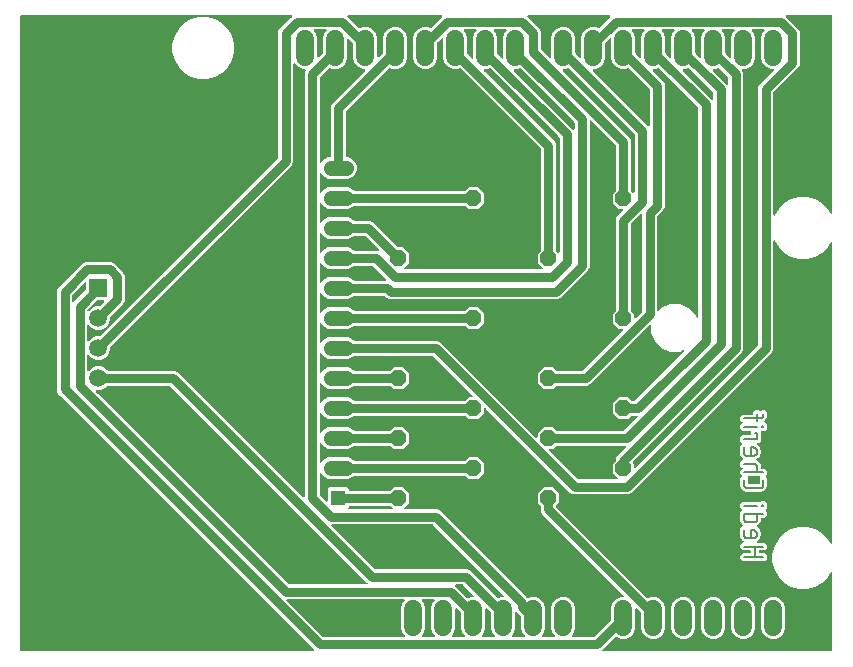
<source format=gbr>
G04 EAGLE Gerber RS-274X export*
G75*
%MOMM*%
%FSLAX34Y34*%
%LPD*%
%INBottom Copper*%
%IPPOS*%
%AMOC8*
5,1,8,0,0,1.08239X$1,22.5*%
G01*
%ADD10C,0.152400*%
%ADD11C,1.524000*%
%ADD12P,1.429621X8X202.500000*%
%ADD13R,1.508000X1.508000*%
%ADD14C,1.508000*%
%ADD15R,1.308000X1.308000*%
%ADD16C,1.308000*%
%ADD17C,0.762000*%

G36*
X385491Y99072D02*
X385491Y99072D01*
X385563Y99074D01*
X385612Y99092D01*
X385663Y99100D01*
X385726Y99134D01*
X385794Y99159D01*
X385834Y99191D01*
X385880Y99216D01*
X385930Y99268D01*
X385986Y99312D01*
X386014Y99356D01*
X386050Y99394D01*
X386080Y99459D01*
X386119Y99519D01*
X386131Y99570D01*
X386153Y99617D01*
X386161Y99688D01*
X386179Y99758D01*
X386175Y99810D01*
X386180Y99861D01*
X386165Y99932D01*
X386160Y100003D01*
X386139Y100051D01*
X386128Y100102D01*
X386091Y100163D01*
X386063Y100229D01*
X386018Y100285D01*
X386002Y100313D01*
X385984Y100328D01*
X385958Y100360D01*
X385034Y101285D01*
X169241Y317078D01*
X168274Y319412D01*
X168274Y404488D01*
X169241Y406822D01*
X190078Y427659D01*
X192412Y428626D01*
X213988Y428626D01*
X216322Y427659D01*
X224459Y419522D01*
X225426Y417188D01*
X225426Y395612D01*
X224459Y393278D01*
X213504Y382322D01*
X213451Y382248D01*
X213391Y382179D01*
X213379Y382149D01*
X213360Y382123D01*
X213333Y382036D01*
X213299Y381951D01*
X213295Y381910D01*
X213288Y381888D01*
X213289Y381855D01*
X213281Y381784D01*
X213281Y378995D01*
X211746Y375290D01*
X208910Y372454D01*
X205205Y370919D01*
X201195Y370919D01*
X197490Y372454D01*
X194975Y374968D01*
X194917Y375010D01*
X194865Y375060D01*
X194818Y375082D01*
X194776Y375112D01*
X194707Y375133D01*
X194642Y375163D01*
X194590Y375169D01*
X194540Y375184D01*
X194469Y375182D01*
X194398Y375190D01*
X194347Y375179D01*
X194295Y375178D01*
X194227Y375153D01*
X194157Y375138D01*
X194112Y375111D01*
X194064Y375094D01*
X194008Y375049D01*
X193946Y375012D01*
X193912Y374972D01*
X193872Y374940D01*
X193833Y374880D01*
X193786Y374825D01*
X193767Y374777D01*
X193739Y374733D01*
X193721Y374663D01*
X193694Y374597D01*
X193686Y374526D01*
X193678Y374494D01*
X193680Y374471D01*
X193676Y374430D01*
X193676Y362170D01*
X193687Y362099D01*
X193689Y362027D01*
X193707Y361978D01*
X193715Y361927D01*
X193749Y361864D01*
X193774Y361796D01*
X193806Y361756D01*
X193831Y361710D01*
X193883Y361660D01*
X193927Y361604D01*
X193971Y361576D01*
X194009Y361540D01*
X194074Y361510D01*
X194134Y361471D01*
X194185Y361459D01*
X194232Y361437D01*
X194303Y361429D01*
X194373Y361411D01*
X194425Y361415D01*
X194476Y361410D01*
X194547Y361425D01*
X194618Y361430D01*
X194666Y361451D01*
X194717Y361462D01*
X194778Y361499D01*
X194844Y361527D01*
X194900Y361572D01*
X194928Y361588D01*
X194943Y361606D01*
X194975Y361632D01*
X197490Y364146D01*
X201195Y365681D01*
X203984Y365681D01*
X204074Y365695D01*
X204165Y365703D01*
X204195Y365715D01*
X204227Y365720D01*
X204308Y365763D01*
X204391Y365799D01*
X204424Y365825D01*
X204444Y365836D01*
X204466Y365859D01*
X204522Y365904D01*
X355376Y516758D01*
X355429Y516832D01*
X355489Y516901D01*
X355501Y516931D01*
X355520Y516957D01*
X355547Y517044D01*
X355581Y517129D01*
X355585Y517170D01*
X355592Y517192D01*
X355591Y517225D01*
X355599Y517296D01*
X355599Y623563D01*
X356566Y625897D01*
X365984Y635315D01*
X366808Y636140D01*
X366850Y636198D01*
X366900Y636250D01*
X366922Y636297D01*
X366952Y636339D01*
X366973Y636408D01*
X367003Y636473D01*
X367009Y636525D01*
X367024Y636575D01*
X367022Y636646D01*
X367030Y636717D01*
X367019Y636768D01*
X367018Y636820D01*
X366993Y636888D01*
X366978Y636958D01*
X366951Y637003D01*
X366934Y637051D01*
X366889Y637107D01*
X366852Y637169D01*
X366812Y637203D01*
X366780Y637243D01*
X366720Y637282D01*
X366665Y637329D01*
X366617Y637348D01*
X366573Y637376D01*
X366503Y637394D01*
X366437Y637421D01*
X366366Y637429D01*
X366334Y637437D01*
X366311Y637435D01*
X366270Y637439D01*
X137922Y637439D01*
X137902Y637436D01*
X137883Y637438D01*
X137781Y637416D01*
X137679Y637400D01*
X137662Y637390D01*
X137642Y637386D01*
X137553Y637333D01*
X137462Y637284D01*
X137448Y637270D01*
X137431Y637260D01*
X137364Y637181D01*
X137292Y637106D01*
X137284Y637088D01*
X137271Y637073D01*
X137232Y636977D01*
X137189Y636883D01*
X137187Y636863D01*
X137179Y636845D01*
X137161Y636678D01*
X137161Y99822D01*
X137164Y99802D01*
X137162Y99783D01*
X137184Y99681D01*
X137200Y99579D01*
X137210Y99562D01*
X137214Y99542D01*
X137267Y99453D01*
X137316Y99362D01*
X137330Y99348D01*
X137340Y99331D01*
X137419Y99264D01*
X137494Y99192D01*
X137512Y99184D01*
X137527Y99171D01*
X137623Y99132D01*
X137717Y99089D01*
X137737Y99087D01*
X137755Y99079D01*
X137922Y99061D01*
X385420Y99061D01*
X385491Y99072D01*
G37*
G36*
X823998Y99064D02*
X823998Y99064D01*
X824017Y99062D01*
X824119Y99084D01*
X824221Y99100D01*
X824238Y99110D01*
X824258Y99114D01*
X824347Y99167D01*
X824438Y99216D01*
X824452Y99230D01*
X824469Y99240D01*
X824536Y99319D01*
X824608Y99394D01*
X824616Y99412D01*
X824629Y99427D01*
X824668Y99523D01*
X824711Y99617D01*
X824713Y99637D01*
X824721Y99655D01*
X824739Y99822D01*
X824739Y165314D01*
X824738Y165324D01*
X824738Y165329D01*
X824733Y165355D01*
X824732Y165361D01*
X824733Y165409D01*
X824712Y165482D01*
X824700Y165557D01*
X824677Y165599D01*
X824663Y165645D01*
X824620Y165707D01*
X824584Y165774D01*
X824550Y165807D01*
X824522Y165846D01*
X824461Y165891D01*
X824406Y165944D01*
X824363Y165964D01*
X824324Y165992D01*
X824252Y166015D01*
X824183Y166047D01*
X824135Y166052D01*
X824090Y166067D01*
X824014Y166066D01*
X823939Y166074D01*
X823892Y166064D01*
X823844Y166063D01*
X823772Y166038D01*
X823698Y166022D01*
X823657Y165997D01*
X823612Y165981D01*
X823552Y165935D01*
X823487Y165896D01*
X823456Y165859D01*
X823418Y165830D01*
X823342Y165726D01*
X823337Y165720D01*
X823334Y165718D01*
X823334Y165717D01*
X823327Y165709D01*
X823325Y165703D01*
X823319Y165695D01*
X821034Y161737D01*
X816163Y156866D01*
X810198Y153422D01*
X803544Y151639D01*
X796656Y151639D01*
X790002Y153422D01*
X784037Y156866D01*
X779166Y161737D01*
X775722Y167702D01*
X773939Y174356D01*
X773939Y181244D01*
X775722Y187898D01*
X779166Y193863D01*
X784037Y198734D01*
X790002Y202178D01*
X796656Y203961D01*
X803544Y203961D01*
X810198Y202178D01*
X816163Y198734D01*
X821034Y193863D01*
X823319Y189905D01*
X823349Y189868D01*
X823372Y189826D01*
X823427Y189774D01*
X823475Y189715D01*
X823515Y189690D01*
X823550Y189656D01*
X823619Y189625D01*
X823683Y189584D01*
X823730Y189573D01*
X823773Y189553D01*
X823848Y189545D01*
X823922Y189527D01*
X823970Y189531D01*
X824017Y189526D01*
X824092Y189542D01*
X824167Y189549D01*
X824211Y189568D01*
X824258Y189578D01*
X824323Y189617D01*
X824392Y189647D01*
X824428Y189680D01*
X824469Y189704D01*
X824518Y189762D01*
X824574Y189813D01*
X824598Y189855D01*
X824629Y189891D01*
X824657Y189961D01*
X824694Y190028D01*
X824703Y190075D01*
X824721Y190119D01*
X824735Y190248D01*
X824739Y190269D01*
X824738Y190276D01*
X824739Y190286D01*
X824739Y444714D01*
X824732Y444761D01*
X824733Y444809D01*
X824712Y444882D01*
X824700Y444957D01*
X824677Y444999D01*
X824663Y445045D01*
X824620Y445107D01*
X824584Y445174D01*
X824550Y445207D01*
X824522Y445246D01*
X824461Y445291D01*
X824406Y445344D01*
X824363Y445364D01*
X824324Y445392D01*
X824252Y445415D01*
X824183Y445447D01*
X824135Y445452D01*
X824090Y445467D01*
X824014Y445466D01*
X823939Y445474D01*
X823892Y445464D01*
X823844Y445463D01*
X823772Y445438D01*
X823698Y445422D01*
X823657Y445397D01*
X823612Y445381D01*
X823552Y445335D01*
X823487Y445296D01*
X823456Y445259D01*
X823418Y445230D01*
X823342Y445126D01*
X823327Y445109D01*
X823325Y445103D01*
X823319Y445095D01*
X821034Y441137D01*
X816163Y436266D01*
X810198Y432822D01*
X803544Y431039D01*
X796656Y431039D01*
X790002Y432822D01*
X784037Y436266D01*
X779166Y441137D01*
X776121Y446411D01*
X776091Y446448D01*
X776068Y446490D01*
X776013Y446543D01*
X775965Y446601D01*
X775925Y446627D01*
X775890Y446660D01*
X775821Y446692D01*
X775757Y446732D01*
X775710Y446743D01*
X775667Y446763D01*
X775592Y446772D01*
X775518Y446790D01*
X775470Y446785D01*
X775423Y446791D01*
X775348Y446774D01*
X775273Y446768D01*
X775229Y446748D01*
X775182Y446738D01*
X775117Y446699D01*
X775048Y446669D01*
X775012Y446637D01*
X774971Y446612D01*
X774922Y446555D01*
X774866Y446504D01*
X774842Y446462D01*
X774811Y446425D01*
X774783Y446355D01*
X774746Y446289D01*
X774737Y446242D01*
X774719Y446197D01*
X774705Y446069D01*
X774701Y446047D01*
X774702Y446040D01*
X774701Y446030D01*
X774701Y354337D01*
X773734Y352003D01*
X654472Y232741D01*
X652138Y231774D01*
X605162Y231774D01*
X602828Y232741D01*
X600934Y234635D01*
X531144Y304424D01*
X531086Y304466D01*
X531034Y304516D01*
X530987Y304538D01*
X530945Y304568D01*
X530876Y304589D01*
X530811Y304619D01*
X530759Y304625D01*
X530709Y304640D01*
X530638Y304638D01*
X530567Y304646D01*
X530516Y304635D01*
X530464Y304634D01*
X530396Y304609D01*
X530326Y304594D01*
X530281Y304567D01*
X530233Y304550D01*
X530177Y304505D01*
X530115Y304468D01*
X530081Y304428D01*
X530041Y304396D01*
X530002Y304336D01*
X529955Y304281D01*
X529936Y304233D01*
X529908Y304189D01*
X529890Y304119D01*
X529863Y304053D01*
X529855Y303982D01*
X529847Y303950D01*
X529849Y303927D01*
X529845Y303886D01*
X529845Y301012D01*
X524488Y295655D01*
X516912Y295655D01*
X514341Y298226D01*
X514267Y298279D01*
X514198Y298339D01*
X514168Y298351D01*
X514141Y298370D01*
X514054Y298397D01*
X513970Y298431D01*
X513929Y298435D01*
X513906Y298442D01*
X513874Y298441D01*
X513803Y298449D01*
X419747Y298449D01*
X419657Y298435D01*
X419566Y298427D01*
X419536Y298415D01*
X419504Y298410D01*
X419423Y298367D01*
X419339Y298331D01*
X419307Y298305D01*
X419287Y298294D01*
X419264Y298271D01*
X419208Y298226D01*
X418084Y297102D01*
X414746Y295719D01*
X398054Y295719D01*
X394716Y297102D01*
X392162Y299656D01*
X391990Y300070D01*
X391939Y300153D01*
X391893Y300239D01*
X391874Y300257D01*
X391861Y300279D01*
X391786Y300341D01*
X391715Y300408D01*
X391691Y300419D01*
X391671Y300436D01*
X391580Y300471D01*
X391492Y300512D01*
X391466Y300515D01*
X391442Y300524D01*
X391344Y300528D01*
X391248Y300539D01*
X391222Y300533D01*
X391196Y300535D01*
X391102Y300507D01*
X391007Y300487D01*
X390985Y300473D01*
X390960Y300466D01*
X390880Y300410D01*
X390796Y300361D01*
X390779Y300341D01*
X390758Y300326D01*
X390700Y300248D01*
X390636Y300174D01*
X390626Y300149D01*
X390611Y300128D01*
X390581Y300036D01*
X390544Y299945D01*
X390541Y299913D01*
X390535Y299895D01*
X390535Y299861D01*
X390526Y299779D01*
X390526Y284421D01*
X390541Y284325D01*
X390551Y284228D01*
X390561Y284204D01*
X390565Y284178D01*
X390611Y284093D01*
X390651Y284003D01*
X390668Y283984D01*
X390681Y283961D01*
X390751Y283894D01*
X390817Y283822D01*
X390840Y283810D01*
X390859Y283792D01*
X390947Y283751D01*
X391033Y283704D01*
X391058Y283699D01*
X391082Y283688D01*
X391179Y283677D01*
X391275Y283660D01*
X391301Y283664D01*
X391326Y283661D01*
X391421Y283682D01*
X391518Y283696D01*
X391541Y283708D01*
X391567Y283713D01*
X391650Y283763D01*
X391737Y283807D01*
X391756Y283826D01*
X391778Y283839D01*
X391841Y283913D01*
X391909Y283983D01*
X391925Y284011D01*
X391938Y284026D01*
X391950Y284057D01*
X391990Y284130D01*
X392162Y284544D01*
X394716Y287098D01*
X398054Y288481D01*
X414746Y288481D01*
X418084Y287098D01*
X419208Y285974D01*
X419282Y285921D01*
X419352Y285861D01*
X419382Y285849D01*
X419408Y285830D01*
X419495Y285803D01*
X419580Y285769D01*
X419621Y285765D01*
X419643Y285758D01*
X419675Y285759D01*
X419747Y285751D01*
X450303Y285751D01*
X450393Y285765D01*
X450484Y285773D01*
X450514Y285785D01*
X450546Y285790D01*
X450626Y285833D01*
X450710Y285869D01*
X450742Y285895D01*
X450763Y285906D01*
X450785Y285929D01*
X450841Y285974D01*
X453412Y288545D01*
X460988Y288545D01*
X466345Y283188D01*
X466345Y275612D01*
X460988Y270255D01*
X453412Y270255D01*
X450841Y272826D01*
X450767Y272879D01*
X450698Y272939D01*
X450668Y272951D01*
X450641Y272970D01*
X450554Y272997D01*
X450470Y273031D01*
X450429Y273035D01*
X450406Y273042D01*
X450374Y273041D01*
X450303Y273049D01*
X419747Y273049D01*
X419657Y273035D01*
X419566Y273027D01*
X419536Y273015D01*
X419504Y273010D01*
X419423Y272967D01*
X419339Y272931D01*
X419307Y272905D01*
X419287Y272894D01*
X419264Y272871D01*
X419208Y272826D01*
X418084Y271702D01*
X414746Y270319D01*
X398054Y270319D01*
X394716Y271702D01*
X392162Y274256D01*
X391990Y274670D01*
X391939Y274753D01*
X391893Y274839D01*
X391874Y274857D01*
X391861Y274879D01*
X391786Y274941D01*
X391715Y275008D01*
X391691Y275019D01*
X391671Y275036D01*
X391580Y275071D01*
X391492Y275112D01*
X391466Y275115D01*
X391442Y275124D01*
X391344Y275128D01*
X391248Y275139D01*
X391222Y275133D01*
X391196Y275135D01*
X391102Y275107D01*
X391007Y275087D01*
X390985Y275073D01*
X390960Y275066D01*
X390880Y275010D01*
X390796Y274961D01*
X390779Y274941D01*
X390758Y274926D01*
X390700Y274848D01*
X390636Y274774D01*
X390626Y274749D01*
X390611Y274728D01*
X390581Y274636D01*
X390544Y274545D01*
X390541Y274513D01*
X390535Y274495D01*
X390535Y274461D01*
X390526Y274379D01*
X390526Y259021D01*
X390541Y258925D01*
X390551Y258828D01*
X390561Y258804D01*
X390565Y258778D01*
X390611Y258693D01*
X390651Y258603D01*
X390668Y258584D01*
X390681Y258561D01*
X390751Y258494D01*
X390817Y258422D01*
X390840Y258410D01*
X390859Y258392D01*
X390947Y258351D01*
X391033Y258304D01*
X391058Y258299D01*
X391082Y258288D01*
X391179Y258277D01*
X391275Y258260D01*
X391301Y258264D01*
X391326Y258261D01*
X391421Y258282D01*
X391518Y258296D01*
X391541Y258308D01*
X391567Y258313D01*
X391650Y258363D01*
X391737Y258407D01*
X391756Y258426D01*
X391778Y258439D01*
X391841Y258513D01*
X391909Y258583D01*
X391925Y258611D01*
X391938Y258626D01*
X391950Y258657D01*
X391990Y258730D01*
X392162Y259144D01*
X394716Y261698D01*
X398054Y263081D01*
X414746Y263081D01*
X418084Y261698D01*
X419208Y260574D01*
X419282Y260521D01*
X419352Y260461D01*
X419382Y260449D01*
X419408Y260430D01*
X419495Y260403D01*
X419580Y260369D01*
X419621Y260365D01*
X419643Y260358D01*
X419675Y260359D01*
X419747Y260351D01*
X513803Y260351D01*
X513893Y260365D01*
X513984Y260373D01*
X514014Y260385D01*
X514046Y260390D01*
X514126Y260433D01*
X514210Y260469D01*
X514242Y260495D01*
X514263Y260506D01*
X514285Y260529D01*
X514341Y260574D01*
X516912Y263145D01*
X524488Y263145D01*
X529845Y257788D01*
X529845Y250212D01*
X524488Y244855D01*
X516912Y244855D01*
X514341Y247426D01*
X514267Y247479D01*
X514198Y247539D01*
X514168Y247551D01*
X514141Y247570D01*
X514054Y247597D01*
X513970Y247631D01*
X513929Y247635D01*
X513906Y247642D01*
X513874Y247641D01*
X513803Y247649D01*
X419747Y247649D01*
X419657Y247635D01*
X419566Y247627D01*
X419536Y247615D01*
X419504Y247610D01*
X419423Y247567D01*
X419339Y247531D01*
X419307Y247505D01*
X419287Y247494D01*
X419264Y247471D01*
X419208Y247426D01*
X418084Y246302D01*
X414746Y244919D01*
X398054Y244919D01*
X394716Y246302D01*
X392162Y248856D01*
X391990Y249270D01*
X391939Y249353D01*
X391893Y249439D01*
X391874Y249457D01*
X391861Y249479D01*
X391786Y249541D01*
X391715Y249608D01*
X391691Y249619D01*
X391671Y249636D01*
X391580Y249671D01*
X391492Y249712D01*
X391466Y249715D01*
X391442Y249724D01*
X391344Y249728D01*
X391248Y249739D01*
X391222Y249733D01*
X391196Y249735D01*
X391102Y249707D01*
X391007Y249687D01*
X390985Y249673D01*
X390960Y249666D01*
X390880Y249610D01*
X390796Y249561D01*
X390779Y249541D01*
X390758Y249526D01*
X390700Y249448D01*
X390636Y249374D01*
X390626Y249349D01*
X390611Y249328D01*
X390581Y249236D01*
X390544Y249145D01*
X390541Y249113D01*
X390535Y249095D01*
X390535Y249061D01*
X390526Y248979D01*
X390526Y231546D01*
X390540Y231456D01*
X390548Y231365D01*
X390560Y231335D01*
X390565Y231303D01*
X390608Y231222D01*
X390644Y231139D01*
X390670Y231106D01*
X390681Y231086D01*
X390704Y231064D01*
X390733Y231028D01*
X390733Y231027D01*
X390749Y231008D01*
X396020Y225737D01*
X396078Y225695D01*
X396130Y225645D01*
X396177Y225623D01*
X396219Y225593D01*
X396288Y225572D01*
X396353Y225542D01*
X396405Y225536D01*
X396455Y225521D01*
X396526Y225523D01*
X396597Y225515D01*
X396648Y225526D01*
X396700Y225527D01*
X396768Y225552D01*
X396838Y225567D01*
X396883Y225594D01*
X396931Y225611D01*
X396987Y225656D01*
X397049Y225693D01*
X397083Y225733D01*
X397123Y225765D01*
X397162Y225825D01*
X397209Y225880D01*
X397228Y225928D01*
X397256Y225972D01*
X397274Y226042D01*
X397301Y226108D01*
X397309Y226179D01*
X397317Y226211D01*
X397315Y226234D01*
X397319Y226275D01*
X397319Y236192D01*
X398808Y237681D01*
X413992Y237681D01*
X415481Y236192D01*
X415481Y235712D01*
X415484Y235692D01*
X415482Y235673D01*
X415504Y235571D01*
X415520Y235469D01*
X415530Y235452D01*
X415534Y235432D01*
X415587Y235343D01*
X415636Y235252D01*
X415650Y235238D01*
X415660Y235221D01*
X415739Y235154D01*
X415814Y235082D01*
X415832Y235074D01*
X415847Y235061D01*
X415943Y235022D01*
X416037Y234979D01*
X416057Y234977D01*
X416075Y234969D01*
X416242Y234951D01*
X450303Y234951D01*
X450393Y234965D01*
X450484Y234973D01*
X450514Y234985D01*
X450546Y234990D01*
X450626Y235033D01*
X450710Y235069D01*
X450742Y235095D01*
X450763Y235106D01*
X450785Y235129D01*
X450841Y235174D01*
X453412Y237745D01*
X460988Y237745D01*
X466345Y232388D01*
X466345Y224812D01*
X461908Y220375D01*
X461866Y220317D01*
X461817Y220265D01*
X461795Y220218D01*
X461764Y220176D01*
X461743Y220107D01*
X461713Y220042D01*
X461707Y219990D01*
X461692Y219940D01*
X461694Y219869D01*
X461686Y219798D01*
X461697Y219747D01*
X461698Y219695D01*
X461723Y219627D01*
X461738Y219557D01*
X461765Y219512D01*
X461783Y219464D01*
X461828Y219408D01*
X461864Y219346D01*
X461904Y219312D01*
X461936Y219272D01*
X461997Y219233D01*
X462051Y219186D01*
X462100Y219167D01*
X462143Y219139D01*
X462213Y219121D01*
X462279Y219094D01*
X462351Y219086D01*
X462382Y219078D01*
X462405Y219080D01*
X462446Y219076D01*
X490213Y219076D01*
X492547Y218109D01*
X566571Y144085D01*
X566665Y144017D01*
X566760Y143947D01*
X566766Y143945D01*
X566771Y143941D01*
X566882Y143907D01*
X566994Y143871D01*
X567000Y143871D01*
X567006Y143869D01*
X567123Y143872D01*
X567240Y143873D01*
X567247Y143875D01*
X567252Y143875D01*
X567270Y143882D01*
X567401Y143920D01*
X569479Y144781D01*
X573521Y144781D01*
X577256Y143234D01*
X580114Y140376D01*
X581661Y136641D01*
X581661Y117359D01*
X580114Y113624D01*
X578915Y112425D01*
X578873Y112367D01*
X578823Y112315D01*
X578802Y112268D01*
X578771Y112226D01*
X578750Y112157D01*
X578720Y112092D01*
X578714Y112040D01*
X578699Y111990D01*
X578701Y111919D01*
X578693Y111848D01*
X578704Y111797D01*
X578705Y111745D01*
X578730Y111677D01*
X578745Y111607D01*
X578772Y111562D01*
X578790Y111514D01*
X578834Y111458D01*
X578871Y111396D01*
X578911Y111362D01*
X578943Y111322D01*
X579004Y111283D01*
X579058Y111236D01*
X579106Y111217D01*
X579150Y111189D01*
X579220Y111171D01*
X579286Y111144D01*
X579358Y111136D01*
X579389Y111128D01*
X579412Y111130D01*
X579453Y111126D01*
X588947Y111126D01*
X589018Y111137D01*
X589089Y111139D01*
X589138Y111157D01*
X589190Y111165D01*
X589253Y111199D01*
X589320Y111224D01*
X589361Y111256D01*
X589407Y111281D01*
X589456Y111333D01*
X589512Y111377D01*
X589541Y111421D01*
X589577Y111459D01*
X589607Y111524D01*
X589645Y111584D01*
X589658Y111635D01*
X589680Y111682D01*
X589688Y111753D01*
X589706Y111823D01*
X589701Y111875D01*
X589707Y111926D01*
X589692Y111997D01*
X589686Y112068D01*
X589666Y112116D01*
X589655Y112167D01*
X589618Y112228D01*
X589590Y112294D01*
X589545Y112350D01*
X589529Y112378D01*
X589511Y112393D01*
X589485Y112425D01*
X588286Y113624D01*
X586739Y117359D01*
X586739Y136641D01*
X588286Y140376D01*
X591144Y143234D01*
X594879Y144781D01*
X598921Y144781D01*
X602656Y143234D01*
X605514Y140376D01*
X607061Y136641D01*
X607061Y117359D01*
X605514Y113624D01*
X604315Y112425D01*
X604273Y112367D01*
X604223Y112315D01*
X604202Y112268D01*
X604171Y112226D01*
X604150Y112157D01*
X604120Y112092D01*
X604114Y112040D01*
X604099Y111990D01*
X604101Y111919D01*
X604093Y111848D01*
X604104Y111797D01*
X604105Y111745D01*
X604130Y111677D01*
X604145Y111607D01*
X604172Y111562D01*
X604190Y111514D01*
X604234Y111458D01*
X604271Y111396D01*
X604311Y111362D01*
X604343Y111322D01*
X604404Y111283D01*
X604458Y111236D01*
X604506Y111217D01*
X604550Y111189D01*
X604620Y111171D01*
X604686Y111144D01*
X604758Y111136D01*
X604789Y111128D01*
X604812Y111130D01*
X604853Y111126D01*
X622529Y111126D01*
X622619Y111140D01*
X622710Y111148D01*
X622740Y111160D01*
X622772Y111165D01*
X622853Y111208D01*
X622936Y111244D01*
X622969Y111270D01*
X622989Y111281D01*
X623011Y111304D01*
X623067Y111349D01*
X637316Y125598D01*
X637369Y125672D01*
X637429Y125741D01*
X637441Y125771D01*
X637460Y125797D01*
X637487Y125884D01*
X637521Y125969D01*
X637525Y126010D01*
X637532Y126032D01*
X637531Y126065D01*
X637539Y126136D01*
X637539Y136641D01*
X639086Y140376D01*
X641944Y143234D01*
X645679Y144781D01*
X647675Y144781D01*
X647746Y144792D01*
X647818Y144794D01*
X647867Y144812D01*
X647918Y144820D01*
X647981Y144854D01*
X648049Y144879D01*
X648089Y144911D01*
X648135Y144936D01*
X648185Y144988D01*
X648241Y145032D01*
X648269Y145076D01*
X648305Y145114D01*
X648335Y145179D01*
X648374Y145239D01*
X648386Y145290D01*
X648408Y145337D01*
X648416Y145408D01*
X648434Y145478D01*
X648430Y145530D01*
X648435Y145581D01*
X648420Y145652D01*
X648415Y145723D01*
X648394Y145771D01*
X648383Y145822D01*
X648346Y145883D01*
X648318Y145949D01*
X648274Y146005D01*
X648257Y146033D01*
X648239Y146048D01*
X648213Y146080D01*
X578816Y215478D01*
X577849Y217812D01*
X577849Y221703D01*
X577835Y221793D01*
X577827Y221884D01*
X577815Y221914D01*
X577810Y221946D01*
X577767Y222026D01*
X577731Y222110D01*
X577705Y222142D01*
X577694Y222163D01*
X577671Y222185D01*
X577626Y222241D01*
X575055Y224812D01*
X575055Y232388D01*
X580412Y237745D01*
X587988Y237745D01*
X593345Y232388D01*
X593345Y224812D01*
X590933Y222400D01*
X590921Y222384D01*
X590906Y222372D01*
X590849Y222284D01*
X590789Y222200D01*
X590783Y222181D01*
X590773Y222165D01*
X590747Y222064D01*
X590717Y221965D01*
X590717Y221945D01*
X590712Y221926D01*
X590720Y221823D01*
X590723Y221719D01*
X590730Y221701D01*
X590732Y221681D01*
X590772Y221586D01*
X590808Y221488D01*
X590820Y221473D01*
X590828Y221455D01*
X590933Y221324D01*
X668171Y144085D01*
X668265Y144017D01*
X668360Y143947D01*
X668366Y143945D01*
X668371Y143941D01*
X668482Y143907D01*
X668594Y143871D01*
X668600Y143871D01*
X668606Y143869D01*
X668723Y143872D01*
X668840Y143873D01*
X668847Y143875D01*
X668852Y143875D01*
X668870Y143882D01*
X669001Y143920D01*
X671079Y144781D01*
X675121Y144781D01*
X678856Y143234D01*
X681714Y140376D01*
X683261Y136641D01*
X683261Y117359D01*
X681714Y113624D01*
X678856Y110766D01*
X675121Y109219D01*
X671079Y109219D01*
X667344Y110766D01*
X664486Y113624D01*
X662939Y117359D01*
X662939Y131039D01*
X662936Y131056D01*
X662938Y131073D01*
X662924Y131140D01*
X662917Y131220D01*
X662905Y131250D01*
X662900Y131282D01*
X662888Y131304D01*
X662886Y131313D01*
X662860Y131357D01*
X662857Y131362D01*
X662821Y131446D01*
X662795Y131479D01*
X662784Y131499D01*
X662762Y131521D01*
X662760Y131524D01*
X662757Y131527D01*
X662716Y131577D01*
X659160Y135133D01*
X659102Y135175D01*
X659050Y135225D01*
X659003Y135247D01*
X658961Y135277D01*
X658892Y135298D01*
X658827Y135328D01*
X658775Y135334D01*
X658725Y135349D01*
X658654Y135347D01*
X658583Y135355D01*
X658532Y135344D01*
X658480Y135343D01*
X658412Y135318D01*
X658342Y135303D01*
X658297Y135276D01*
X658249Y135259D01*
X658193Y135214D01*
X658131Y135177D01*
X658097Y135137D01*
X658057Y135105D01*
X658018Y135045D01*
X657971Y134990D01*
X657952Y134942D01*
X657924Y134898D01*
X657906Y134828D01*
X657879Y134762D01*
X657871Y134691D01*
X657863Y134659D01*
X657865Y134636D01*
X657861Y134595D01*
X657861Y117359D01*
X656314Y113624D01*
X653456Y110766D01*
X649721Y109219D01*
X645679Y109219D01*
X641944Y110766D01*
X641734Y110976D01*
X641718Y110988D01*
X641706Y111004D01*
X641618Y111060D01*
X641535Y111120D01*
X641515Y111126D01*
X641499Y111137D01*
X641398Y111162D01*
X641299Y111192D01*
X641279Y111192D01*
X641260Y111197D01*
X641157Y111189D01*
X641054Y111186D01*
X641035Y111179D01*
X641015Y111177D01*
X640920Y111137D01*
X640823Y111101D01*
X640807Y111089D01*
X640789Y111081D01*
X640658Y110976D01*
X630042Y100360D01*
X630000Y100302D01*
X629950Y100250D01*
X629928Y100203D01*
X629898Y100161D01*
X629877Y100092D01*
X629847Y100027D01*
X629841Y99975D01*
X629826Y99925D01*
X629828Y99854D01*
X629820Y99783D01*
X629831Y99732D01*
X629832Y99680D01*
X629857Y99612D01*
X629872Y99542D01*
X629899Y99498D01*
X629916Y99449D01*
X629961Y99393D01*
X629998Y99331D01*
X630038Y99297D01*
X630070Y99257D01*
X630130Y99218D01*
X630185Y99171D01*
X630233Y99152D01*
X630277Y99124D01*
X630347Y99106D01*
X630413Y99079D01*
X630484Y99071D01*
X630516Y99063D01*
X630539Y99065D01*
X630580Y99061D01*
X823978Y99061D01*
X823998Y99064D01*
G37*
G36*
X377153Y229146D02*
X377153Y229146D01*
X377205Y229147D01*
X377273Y229172D01*
X377343Y229187D01*
X377387Y229214D01*
X377436Y229231D01*
X377492Y229276D01*
X377554Y229313D01*
X377588Y229353D01*
X377628Y229385D01*
X377667Y229445D01*
X377714Y229500D01*
X377733Y229548D01*
X377761Y229592D01*
X377779Y229662D01*
X377806Y229728D01*
X377814Y229799D01*
X377822Y229831D01*
X377820Y229854D01*
X377824Y229895D01*
X377824Y588638D01*
X378706Y590767D01*
X378716Y590811D01*
X378736Y590853D01*
X378744Y590930D01*
X378762Y591006D01*
X378758Y591052D01*
X378763Y591097D01*
X378746Y591174D01*
X378739Y591251D01*
X378720Y591293D01*
X378711Y591338D01*
X378671Y591405D01*
X378639Y591476D01*
X378608Y591510D01*
X378584Y591549D01*
X378525Y591600D01*
X378473Y591657D01*
X378432Y591679D01*
X378397Y591709D01*
X378325Y591738D01*
X378257Y591775D01*
X378212Y591784D01*
X378169Y591801D01*
X378033Y591816D01*
X378015Y591819D01*
X378010Y591818D01*
X378003Y591819D01*
X376439Y591819D01*
X372704Y593366D01*
X369846Y596224D01*
X369765Y596420D01*
X369714Y596502D01*
X369668Y596588D01*
X369649Y596606D01*
X369636Y596629D01*
X369561Y596691D01*
X369490Y596758D01*
X369466Y596769D01*
X369446Y596786D01*
X369355Y596820D01*
X369267Y596861D01*
X369241Y596864D01*
X369217Y596874D01*
X369119Y596878D01*
X369023Y596889D01*
X368997Y596883D01*
X368971Y596884D01*
X368877Y596857D01*
X368782Y596836D01*
X368760Y596823D01*
X368735Y596816D01*
X368655Y596760D01*
X368571Y596710D01*
X368554Y596690D01*
X368533Y596675D01*
X368474Y596597D01*
X368411Y596523D01*
X368401Y596499D01*
X368386Y596478D01*
X368356Y596386D01*
X368319Y596295D01*
X368316Y596263D01*
X368310Y596244D01*
X368310Y596211D01*
X368301Y596128D01*
X368301Y513087D01*
X367334Y510753D01*
X365440Y508859D01*
X213504Y356922D01*
X213451Y356848D01*
X213391Y356779D01*
X213379Y356749D01*
X213360Y356723D01*
X213333Y356636D01*
X213299Y356551D01*
X213295Y356510D01*
X213288Y356488D01*
X213289Y356455D01*
X213281Y356384D01*
X213281Y353595D01*
X211746Y349890D01*
X208910Y347054D01*
X205205Y345519D01*
X201195Y345519D01*
X197490Y347054D01*
X194975Y349568D01*
X194917Y349610D01*
X194865Y349660D01*
X194818Y349682D01*
X194776Y349712D01*
X194707Y349733D01*
X194642Y349763D01*
X194590Y349769D01*
X194540Y349784D01*
X194469Y349782D01*
X194398Y349790D01*
X194347Y349779D01*
X194295Y349778D01*
X194227Y349753D01*
X194157Y349738D01*
X194112Y349711D01*
X194064Y349694D01*
X194008Y349649D01*
X193946Y349612D01*
X193912Y349572D01*
X193872Y349540D01*
X193833Y349480D01*
X193786Y349425D01*
X193767Y349377D01*
X193739Y349333D01*
X193721Y349263D01*
X193694Y349197D01*
X193686Y349126D01*
X193678Y349094D01*
X193680Y349071D01*
X193676Y349030D01*
X193676Y336770D01*
X193687Y336699D01*
X193689Y336627D01*
X193707Y336578D01*
X193715Y336527D01*
X193749Y336464D01*
X193774Y336396D01*
X193806Y336356D01*
X193831Y336310D01*
X193883Y336260D01*
X193927Y336204D01*
X193971Y336176D01*
X194009Y336140D01*
X194074Y336110D01*
X194134Y336071D01*
X194185Y336059D01*
X194232Y336037D01*
X194303Y336029D01*
X194373Y336011D01*
X194425Y336015D01*
X194476Y336010D01*
X194547Y336025D01*
X194618Y336030D01*
X194666Y336051D01*
X194717Y336062D01*
X194778Y336099D01*
X194844Y336127D01*
X194900Y336172D01*
X194928Y336188D01*
X194943Y336206D01*
X194975Y336232D01*
X197490Y338746D01*
X201195Y340281D01*
X205205Y340281D01*
X208910Y338746D01*
X210883Y336774D01*
X210957Y336721D01*
X211026Y336661D01*
X211056Y336649D01*
X211082Y336630D01*
X211169Y336603D01*
X211254Y336569D01*
X211295Y336565D01*
X211317Y336558D01*
X211350Y336559D01*
X211421Y336551D01*
X267963Y336551D01*
X270297Y335584D01*
X376525Y229357D01*
X376583Y229315D01*
X376635Y229265D01*
X376682Y229243D01*
X376724Y229213D01*
X376793Y229192D01*
X376858Y229162D01*
X376910Y229156D01*
X376960Y229141D01*
X377031Y229143D01*
X377102Y229135D01*
X377153Y229146D01*
G37*
G36*
X579025Y422287D02*
X579025Y422287D01*
X579096Y422289D01*
X579145Y422307D01*
X579197Y422315D01*
X579260Y422349D01*
X579327Y422374D01*
X579368Y422406D01*
X579414Y422431D01*
X579463Y422483D01*
X579519Y422527D01*
X579548Y422571D01*
X579583Y422609D01*
X579614Y422674D01*
X579652Y422734D01*
X579665Y422785D01*
X579687Y422832D01*
X579695Y422903D01*
X579712Y422973D01*
X579708Y423025D01*
X579714Y423076D01*
X579699Y423147D01*
X579693Y423218D01*
X579673Y423266D01*
X579662Y423317D01*
X579625Y423378D01*
X579597Y423444D01*
X579552Y423500D01*
X579536Y423528D01*
X579518Y423543D01*
X579492Y423575D01*
X575055Y428012D01*
X575055Y435588D01*
X577626Y438159D01*
X577679Y438233D01*
X577739Y438302D01*
X577751Y438332D01*
X577770Y438359D01*
X577797Y438446D01*
X577831Y438530D01*
X577835Y438571D01*
X577842Y438594D01*
X577841Y438626D01*
X577849Y438697D01*
X577849Y524104D01*
X577835Y524194D01*
X577827Y524285D01*
X577815Y524315D01*
X577810Y524347D01*
X577767Y524428D01*
X577731Y524511D01*
X577705Y524544D01*
X577694Y524564D01*
X577671Y524586D01*
X577626Y524642D01*
X509940Y592329D01*
X509846Y592397D01*
X509751Y592467D01*
X509745Y592469D01*
X509740Y592473D01*
X509629Y592507D01*
X509517Y592543D01*
X509511Y592543D01*
X509505Y592545D01*
X509388Y592542D01*
X509271Y592541D01*
X509264Y592539D01*
X509259Y592539D01*
X509242Y592532D01*
X509110Y592494D01*
X507481Y591819D01*
X503439Y591819D01*
X499704Y593366D01*
X496846Y596224D01*
X495299Y599959D01*
X495299Y617830D01*
X495288Y617901D01*
X495286Y617973D01*
X495268Y618022D01*
X495260Y618073D01*
X495226Y618136D01*
X495201Y618204D01*
X495169Y618244D01*
X495144Y618290D01*
X495092Y618340D01*
X495048Y618396D01*
X495004Y618424D01*
X494966Y618460D01*
X494901Y618490D01*
X494841Y618529D01*
X494790Y618541D01*
X494743Y618563D01*
X494672Y618571D01*
X494602Y618589D01*
X494550Y618585D01*
X494499Y618590D01*
X494428Y618575D01*
X494357Y618570D01*
X494309Y618549D01*
X494258Y618538D01*
X494197Y618501D01*
X494131Y618473D01*
X494075Y618428D01*
X494047Y618412D01*
X494032Y618394D01*
X494000Y618368D01*
X490444Y614812D01*
X490391Y614738D01*
X490331Y614669D01*
X490319Y614639D01*
X490300Y614613D01*
X490273Y614525D01*
X490239Y614441D01*
X490235Y614400D01*
X490228Y614378D01*
X490229Y614345D01*
X490221Y614274D01*
X490221Y599959D01*
X488674Y596224D01*
X485816Y593366D01*
X482081Y591819D01*
X478039Y591819D01*
X474304Y593366D01*
X471446Y596224D01*
X469899Y599959D01*
X469899Y619241D01*
X471446Y622976D01*
X474304Y625834D01*
X478039Y627381D01*
X482081Y627381D01*
X483710Y626706D01*
X483824Y626679D01*
X483937Y626651D01*
X483943Y626651D01*
X483950Y626650D01*
X484066Y626661D01*
X484182Y626670D01*
X484188Y626672D01*
X484194Y626673D01*
X484302Y626721D01*
X484409Y626766D01*
X484415Y626771D01*
X484419Y626773D01*
X484433Y626786D01*
X484540Y626871D01*
X493808Y636140D01*
X493850Y636198D01*
X493900Y636250D01*
X493922Y636297D01*
X493952Y636339D01*
X493973Y636408D01*
X494003Y636473D01*
X494009Y636525D01*
X494024Y636575D01*
X494022Y636646D01*
X494030Y636717D01*
X494019Y636768D01*
X494018Y636820D01*
X493993Y636888D01*
X493978Y636958D01*
X493951Y637002D01*
X493934Y637051D01*
X493889Y637107D01*
X493852Y637169D01*
X493812Y637203D01*
X493780Y637243D01*
X493720Y637282D01*
X493665Y637329D01*
X493617Y637348D01*
X493573Y637376D01*
X493503Y637394D01*
X493437Y637421D01*
X493366Y637429D01*
X493334Y637437D01*
X493311Y637435D01*
X493270Y637439D01*
X414780Y637439D01*
X414709Y637428D01*
X414637Y637426D01*
X414588Y637408D01*
X414537Y637400D01*
X414474Y637366D01*
X414406Y637341D01*
X414366Y637309D01*
X414320Y637284D01*
X414270Y637233D01*
X414214Y637188D01*
X414186Y637144D01*
X414150Y637106D01*
X414120Y637041D01*
X414081Y636981D01*
X414069Y636930D01*
X414047Y636883D01*
X414039Y636812D01*
X414021Y636742D01*
X414025Y636690D01*
X414020Y636639D01*
X414035Y636568D01*
X414040Y636497D01*
X414061Y636449D01*
X414072Y636398D01*
X414109Y636337D01*
X414137Y636271D01*
X414181Y636215D01*
X414198Y636187D01*
X414216Y636172D01*
X414242Y636140D01*
X423882Y626499D01*
X423976Y626431D01*
X424071Y626361D01*
X424077Y626359D01*
X424082Y626355D01*
X424193Y626321D01*
X424305Y626285D01*
X424311Y626285D01*
X424317Y626283D01*
X424434Y626286D01*
X424551Y626287D01*
X424558Y626289D01*
X424563Y626289D01*
X424581Y626296D01*
X424712Y626334D01*
X427239Y627381D01*
X431281Y627381D01*
X435016Y625834D01*
X437874Y622976D01*
X439421Y619241D01*
X439421Y602640D01*
X439432Y602569D01*
X439434Y602497D01*
X439452Y602448D01*
X439460Y602397D01*
X439494Y602334D01*
X439519Y602266D01*
X439551Y602226D01*
X439576Y602180D01*
X439627Y602130D01*
X439672Y602074D01*
X439716Y602046D01*
X439754Y602010D01*
X439819Y601980D01*
X439879Y601941D01*
X439930Y601929D01*
X439977Y601907D01*
X440048Y601899D01*
X440118Y601881D01*
X440170Y601885D01*
X440221Y601880D01*
X440292Y601895D01*
X440363Y601900D01*
X440411Y601921D01*
X440462Y601932D01*
X440523Y601969D01*
X440589Y601997D01*
X440645Y602041D01*
X440673Y602058D01*
X440688Y602076D01*
X440720Y602102D01*
X444276Y605658D01*
X444329Y605732D01*
X444389Y605801D01*
X444401Y605831D01*
X444420Y605857D01*
X444447Y605944D01*
X444481Y606029D01*
X444485Y606070D01*
X444492Y606092D01*
X444491Y606125D01*
X444499Y606196D01*
X444499Y619241D01*
X446046Y622976D01*
X448904Y625834D01*
X452639Y627381D01*
X456681Y627381D01*
X460416Y625834D01*
X463274Y622976D01*
X464821Y619241D01*
X464821Y599959D01*
X463274Y596224D01*
X460416Y593366D01*
X456681Y591819D01*
X452639Y591819D01*
X450112Y592866D01*
X449998Y592893D01*
X449885Y592921D01*
X449878Y592921D01*
X449872Y592922D01*
X449756Y592911D01*
X449640Y592902D01*
X449634Y592900D01*
X449628Y592899D01*
X449520Y592851D01*
X449413Y592806D01*
X449407Y592801D01*
X449403Y592799D01*
X449389Y592786D01*
X449282Y592701D01*
X412974Y556392D01*
X412921Y556318D01*
X412861Y556249D01*
X412849Y556219D01*
X412830Y556193D01*
X412803Y556106D01*
X412769Y556021D01*
X412765Y555980D01*
X412758Y555958D01*
X412759Y555925D01*
X412751Y555854D01*
X412751Y517842D01*
X412754Y517822D01*
X412752Y517803D01*
X412774Y517701D01*
X412790Y517599D01*
X412800Y517582D01*
X412804Y517562D01*
X412857Y517473D01*
X412906Y517382D01*
X412920Y517368D01*
X412930Y517351D01*
X413009Y517284D01*
X413084Y517212D01*
X413102Y517204D01*
X413117Y517191D01*
X413213Y517152D01*
X413307Y517109D01*
X413327Y517107D01*
X413345Y517099D01*
X413512Y517081D01*
X414746Y517081D01*
X418084Y515698D01*
X420638Y513144D01*
X422021Y509806D01*
X422021Y506194D01*
X420638Y502856D01*
X418084Y500302D01*
X414746Y498919D01*
X398054Y498919D01*
X394716Y500302D01*
X392162Y502856D01*
X391990Y503270D01*
X391939Y503353D01*
X391893Y503439D01*
X391874Y503457D01*
X391861Y503479D01*
X391786Y503541D01*
X391715Y503608D01*
X391691Y503619D01*
X391671Y503636D01*
X391580Y503671D01*
X391492Y503712D01*
X391466Y503715D01*
X391442Y503724D01*
X391344Y503728D01*
X391248Y503739D01*
X391222Y503733D01*
X391196Y503735D01*
X391102Y503707D01*
X391007Y503687D01*
X390985Y503673D01*
X390960Y503666D01*
X390880Y503610D01*
X390796Y503561D01*
X390779Y503541D01*
X390758Y503526D01*
X390700Y503448D01*
X390636Y503374D01*
X390626Y503349D01*
X390611Y503328D01*
X390581Y503236D01*
X390544Y503145D01*
X390541Y503113D01*
X390535Y503095D01*
X390535Y503061D01*
X390526Y502979D01*
X390526Y487621D01*
X390541Y487525D01*
X390551Y487428D01*
X390561Y487404D01*
X390565Y487378D01*
X390611Y487293D01*
X390651Y487203D01*
X390668Y487184D01*
X390681Y487161D01*
X390751Y487094D01*
X390817Y487022D01*
X390840Y487010D01*
X390859Y486992D01*
X390947Y486951D01*
X391033Y486904D01*
X391058Y486899D01*
X391082Y486888D01*
X391179Y486877D01*
X391275Y486860D01*
X391301Y486864D01*
X391326Y486861D01*
X391421Y486882D01*
X391518Y486896D01*
X391541Y486908D01*
X391567Y486913D01*
X391650Y486963D01*
X391737Y487007D01*
X391756Y487026D01*
X391778Y487039D01*
X391841Y487113D01*
X391909Y487183D01*
X391925Y487211D01*
X391938Y487226D01*
X391950Y487257D01*
X391990Y487330D01*
X392162Y487744D01*
X394716Y490298D01*
X398054Y491681D01*
X414746Y491681D01*
X418084Y490298D01*
X419208Y489174D01*
X419282Y489121D01*
X419352Y489061D01*
X419382Y489049D01*
X419408Y489030D01*
X419495Y489003D01*
X419580Y488969D01*
X419621Y488965D01*
X419643Y488958D01*
X419675Y488959D01*
X419747Y488951D01*
X513803Y488951D01*
X513893Y488965D01*
X513984Y488973D01*
X514014Y488985D01*
X514046Y488990D01*
X514126Y489033D01*
X514210Y489069D01*
X514242Y489095D01*
X514263Y489106D01*
X514285Y489129D01*
X514341Y489174D01*
X516912Y491745D01*
X524488Y491745D01*
X529845Y486388D01*
X529845Y478812D01*
X524488Y473455D01*
X516912Y473455D01*
X514341Y476026D01*
X514267Y476079D01*
X514198Y476139D01*
X514168Y476151D01*
X514141Y476170D01*
X514054Y476197D01*
X513970Y476231D01*
X513929Y476235D01*
X513906Y476242D01*
X513874Y476241D01*
X513803Y476249D01*
X419747Y476249D01*
X419657Y476235D01*
X419566Y476227D01*
X419536Y476215D01*
X419504Y476210D01*
X419423Y476167D01*
X419339Y476131D01*
X419307Y476105D01*
X419287Y476094D01*
X419264Y476071D01*
X419208Y476026D01*
X418084Y474902D01*
X414746Y473519D01*
X398054Y473519D01*
X394716Y474902D01*
X392162Y477456D01*
X391990Y477870D01*
X391939Y477953D01*
X391893Y478039D01*
X391874Y478057D01*
X391861Y478079D01*
X391786Y478141D01*
X391715Y478208D01*
X391691Y478219D01*
X391671Y478236D01*
X391580Y478271D01*
X391492Y478312D01*
X391466Y478315D01*
X391442Y478324D01*
X391344Y478328D01*
X391248Y478339D01*
X391222Y478333D01*
X391196Y478335D01*
X391102Y478307D01*
X391007Y478287D01*
X390985Y478273D01*
X390960Y478266D01*
X390880Y478210D01*
X390796Y478161D01*
X390779Y478141D01*
X390758Y478126D01*
X390700Y478048D01*
X390636Y477974D01*
X390626Y477949D01*
X390611Y477928D01*
X390581Y477836D01*
X390544Y477745D01*
X390541Y477713D01*
X390535Y477695D01*
X390535Y477661D01*
X390526Y477579D01*
X390526Y462221D01*
X390541Y462125D01*
X390551Y462028D01*
X390561Y462004D01*
X390565Y461978D01*
X390611Y461893D01*
X390651Y461803D01*
X390668Y461784D01*
X390681Y461761D01*
X390751Y461694D01*
X390817Y461622D01*
X390840Y461610D01*
X390859Y461592D01*
X390947Y461551D01*
X391033Y461504D01*
X391058Y461499D01*
X391082Y461488D01*
X391179Y461477D01*
X391275Y461460D01*
X391301Y461464D01*
X391326Y461461D01*
X391421Y461482D01*
X391518Y461496D01*
X391541Y461508D01*
X391567Y461513D01*
X391650Y461563D01*
X391737Y461607D01*
X391756Y461626D01*
X391778Y461639D01*
X391841Y461713D01*
X391909Y461783D01*
X391925Y461811D01*
X391938Y461826D01*
X391950Y461857D01*
X391990Y461930D01*
X392162Y462344D01*
X394716Y464898D01*
X398054Y466281D01*
X414746Y466281D01*
X418084Y464898D01*
X419208Y463774D01*
X419282Y463721D01*
X419352Y463661D01*
X419382Y463649D01*
X419408Y463630D01*
X419495Y463603D01*
X419580Y463569D01*
X419621Y463565D01*
X419643Y463558D01*
X419675Y463559D01*
X419747Y463551D01*
X433063Y463551D01*
X435397Y462584D01*
X456814Y441168D01*
X456888Y441115D01*
X456957Y441055D01*
X456987Y441043D01*
X457013Y441024D01*
X457100Y440997D01*
X457185Y440963D01*
X457226Y440959D01*
X457248Y440952D01*
X457281Y440953D01*
X457352Y440945D01*
X460988Y440945D01*
X466345Y435588D01*
X466345Y428012D01*
X461908Y423575D01*
X461866Y423517D01*
X461817Y423465D01*
X461795Y423418D01*
X461764Y423376D01*
X461743Y423307D01*
X461713Y423242D01*
X461707Y423190D01*
X461692Y423140D01*
X461694Y423069D01*
X461686Y422998D01*
X461697Y422947D01*
X461698Y422895D01*
X461723Y422827D01*
X461738Y422757D01*
X461765Y422712D01*
X461783Y422664D01*
X461828Y422608D01*
X461864Y422546D01*
X461904Y422512D01*
X461936Y422472D01*
X461997Y422433D01*
X462051Y422386D01*
X462100Y422367D01*
X462143Y422339D01*
X462213Y422321D01*
X462279Y422294D01*
X462351Y422286D01*
X462382Y422278D01*
X462405Y422280D01*
X462446Y422276D01*
X578954Y422276D01*
X579025Y422287D01*
G37*
G36*
X574384Y279565D02*
X574384Y279565D01*
X574436Y279566D01*
X574504Y279591D01*
X574574Y279606D01*
X574618Y279633D01*
X574667Y279650D01*
X574723Y279695D01*
X574785Y279732D01*
X574819Y279772D01*
X574859Y279804D01*
X574898Y279864D01*
X574945Y279919D01*
X574964Y279967D01*
X574992Y280011D01*
X575010Y280081D01*
X575037Y280147D01*
X575045Y280218D01*
X575053Y280250D01*
X575051Y280273D01*
X575055Y280314D01*
X575055Y283188D01*
X580412Y288545D01*
X587988Y288545D01*
X590559Y285974D01*
X590633Y285921D01*
X590702Y285861D01*
X590732Y285849D01*
X590759Y285830D01*
X590846Y285803D01*
X590930Y285769D01*
X590971Y285765D01*
X590994Y285758D01*
X591026Y285759D01*
X591097Y285751D01*
X647929Y285751D01*
X648019Y285765D01*
X648110Y285773D01*
X648140Y285785D01*
X648172Y285790D01*
X648253Y285833D01*
X648336Y285869D01*
X648369Y285895D01*
X648389Y285906D01*
X648411Y285929D01*
X648467Y285974D01*
X659643Y297150D01*
X659685Y297208D01*
X659735Y297260D01*
X659757Y297307D01*
X659787Y297349D01*
X659808Y297418D01*
X659838Y297483D01*
X659844Y297535D01*
X659859Y297585D01*
X659857Y297656D01*
X659865Y297727D01*
X659854Y297778D01*
X659853Y297830D01*
X659828Y297898D01*
X659813Y297968D01*
X659786Y298013D01*
X659769Y298061D01*
X659724Y298117D01*
X659687Y298179D01*
X659647Y298213D01*
X659615Y298253D01*
X659555Y298292D01*
X659500Y298339D01*
X659452Y298358D01*
X659408Y298386D01*
X659338Y298404D01*
X659272Y298431D01*
X659201Y298439D01*
X659169Y298447D01*
X659146Y298445D01*
X659105Y298449D01*
X654597Y298449D01*
X654507Y298435D01*
X654416Y298427D01*
X654386Y298415D01*
X654354Y298410D01*
X654274Y298367D01*
X654190Y298331D01*
X654158Y298305D01*
X654137Y298294D01*
X654115Y298271D01*
X654059Y298226D01*
X651488Y295655D01*
X643912Y295655D01*
X638555Y301012D01*
X638555Y308588D01*
X643912Y313945D01*
X651488Y313945D01*
X654059Y311374D01*
X654133Y311321D01*
X654202Y311261D01*
X654232Y311249D01*
X654259Y311230D01*
X654346Y311203D01*
X654430Y311169D01*
X654471Y311165D01*
X654494Y311158D01*
X654526Y311159D01*
X654597Y311151D01*
X657454Y311151D01*
X657544Y311165D01*
X657635Y311173D01*
X657665Y311185D01*
X657697Y311190D01*
X657778Y311233D01*
X657861Y311269D01*
X657894Y311295D01*
X657914Y311306D01*
X657936Y311329D01*
X657992Y311374D01*
X699170Y352551D01*
X699226Y352630D01*
X699289Y352705D01*
X699298Y352729D01*
X699313Y352751D01*
X699342Y352844D01*
X699377Y352935D01*
X699378Y352961D01*
X699386Y352986D01*
X699383Y353083D01*
X699387Y353180D01*
X699380Y353205D01*
X699379Y353232D01*
X699346Y353323D01*
X699319Y353417D01*
X699304Y353438D01*
X699295Y353463D01*
X699234Y353539D01*
X699178Y353619D01*
X699157Y353634D01*
X699141Y353655D01*
X699059Y353707D01*
X698981Y353765D01*
X698956Y353774D01*
X698934Y353788D01*
X698840Y353811D01*
X698747Y353842D01*
X698721Y353841D01*
X698696Y353848D01*
X698599Y353840D01*
X698501Y353839D01*
X698470Y353830D01*
X698450Y353829D01*
X698420Y353816D01*
X698340Y353793D01*
X695406Y352577D01*
X687386Y352577D01*
X679976Y355647D01*
X674305Y361318D01*
X671235Y368728D01*
X671235Y374666D01*
X671234Y374673D01*
X671224Y374737D01*
X671222Y374809D01*
X671204Y374858D01*
X671196Y374909D01*
X671162Y374972D01*
X671137Y375040D01*
X671105Y375080D01*
X671080Y375126D01*
X671028Y375176D01*
X670984Y375232D01*
X670940Y375260D01*
X670902Y375296D01*
X670837Y375326D01*
X670777Y375365D01*
X670726Y375377D01*
X670679Y375399D01*
X670608Y375407D01*
X670538Y375425D01*
X670486Y375421D01*
X670435Y375426D01*
X670364Y375411D01*
X670293Y375406D01*
X670245Y375385D01*
X670194Y375374D01*
X670133Y375337D01*
X670067Y375309D01*
X670011Y375265D01*
X669983Y375248D01*
X669968Y375230D01*
X669936Y375204D01*
X619547Y324816D01*
X617213Y323849D01*
X591097Y323849D01*
X591007Y323835D01*
X590916Y323827D01*
X590886Y323815D01*
X590854Y323810D01*
X590774Y323767D01*
X590690Y323731D01*
X590658Y323705D01*
X590637Y323694D01*
X590615Y323671D01*
X590559Y323626D01*
X587988Y321055D01*
X580412Y321055D01*
X575055Y326412D01*
X575055Y333988D01*
X580412Y339345D01*
X587988Y339345D01*
X590559Y336774D01*
X590633Y336721D01*
X590702Y336661D01*
X590732Y336649D01*
X590759Y336630D01*
X590846Y336603D01*
X590930Y336569D01*
X590971Y336565D01*
X590994Y336558D01*
X591026Y336559D01*
X591097Y336551D01*
X613004Y336551D01*
X613094Y336565D01*
X613185Y336573D01*
X613215Y336585D01*
X613247Y336590D01*
X613328Y336633D01*
X613411Y336669D01*
X613444Y336695D01*
X613464Y336706D01*
X613482Y336724D01*
X613484Y336726D01*
X613491Y336732D01*
X613542Y336774D01*
X647324Y370556D01*
X647366Y370614D01*
X647416Y370666D01*
X647438Y370713D01*
X647468Y370755D01*
X647489Y370824D01*
X647519Y370889D01*
X647525Y370941D01*
X647540Y370991D01*
X647538Y371062D01*
X647546Y371133D01*
X647535Y371184D01*
X647534Y371236D01*
X647509Y371304D01*
X647494Y371374D01*
X647467Y371419D01*
X647450Y371467D01*
X647405Y371523D01*
X647368Y371585D01*
X647328Y371619D01*
X647296Y371659D01*
X647236Y371698D01*
X647181Y371745D01*
X647133Y371764D01*
X647089Y371792D01*
X647019Y371810D01*
X646953Y371837D01*
X646882Y371845D01*
X646850Y371853D01*
X646827Y371851D01*
X646786Y371855D01*
X643912Y371855D01*
X638555Y377212D01*
X638555Y384788D01*
X641126Y387359D01*
X641179Y387433D01*
X641239Y387502D01*
X641251Y387532D01*
X641270Y387559D01*
X641297Y387646D01*
X641331Y387730D01*
X641335Y387771D01*
X641342Y387794D01*
X641341Y387826D01*
X641349Y387897D01*
X641349Y464813D01*
X642316Y467147D01*
X647324Y472156D01*
X647366Y472214D01*
X647416Y472266D01*
X647438Y472313D01*
X647468Y472355D01*
X647489Y472424D01*
X647519Y472489D01*
X647525Y472541D01*
X647540Y472591D01*
X647538Y472662D01*
X647546Y472733D01*
X647535Y472784D01*
X647534Y472836D01*
X647509Y472904D01*
X647494Y472974D01*
X647467Y473019D01*
X647450Y473067D01*
X647405Y473123D01*
X647368Y473185D01*
X647328Y473219D01*
X647296Y473259D01*
X647236Y473298D01*
X647181Y473345D01*
X647133Y473364D01*
X647089Y473392D01*
X647019Y473410D01*
X646953Y473437D01*
X646882Y473445D01*
X646850Y473453D01*
X646827Y473451D01*
X646786Y473455D01*
X643912Y473455D01*
X638555Y478812D01*
X638555Y486388D01*
X641126Y488959D01*
X641179Y489033D01*
X641239Y489102D01*
X641251Y489132D01*
X641270Y489159D01*
X641297Y489246D01*
X641331Y489330D01*
X641335Y489371D01*
X641342Y489394D01*
X641341Y489426D01*
X641349Y489497D01*
X641349Y527279D01*
X641335Y527369D01*
X641327Y527460D01*
X641315Y527490D01*
X641310Y527522D01*
X641267Y527603D01*
X641231Y527686D01*
X641205Y527719D01*
X641194Y527739D01*
X641171Y527761D01*
X641126Y527817D01*
X620425Y548518D01*
X620367Y548560D01*
X620315Y548610D01*
X620268Y548632D01*
X620226Y548662D01*
X620157Y548683D01*
X620092Y548713D01*
X620040Y548719D01*
X619990Y548734D01*
X619919Y548732D01*
X619848Y548740D01*
X619797Y548729D01*
X619745Y548728D01*
X619677Y548703D01*
X619607Y548688D01*
X619562Y548661D01*
X619514Y548644D01*
X619458Y548599D01*
X619396Y548562D01*
X619362Y548522D01*
X619322Y548490D01*
X619283Y548430D01*
X619236Y548375D01*
X619217Y548327D01*
X619189Y548283D01*
X619171Y548213D01*
X619144Y548147D01*
X619136Y548076D01*
X619128Y548044D01*
X619130Y548021D01*
X619126Y547980D01*
X619126Y424187D01*
X618159Y421853D01*
X594147Y397841D01*
X591813Y396874D01*
X449587Y396874D01*
X447253Y397841D01*
X445267Y399826D01*
X445193Y399879D01*
X445124Y399939D01*
X445094Y399951D01*
X445068Y399970D01*
X444981Y399997D01*
X444896Y400031D01*
X444855Y400035D01*
X444833Y400042D01*
X444800Y400041D01*
X444729Y400049D01*
X419747Y400049D01*
X419657Y400035D01*
X419566Y400027D01*
X419536Y400015D01*
X419504Y400010D01*
X419423Y399967D01*
X419339Y399931D01*
X419307Y399905D01*
X419287Y399894D01*
X419264Y399871D01*
X419208Y399826D01*
X418084Y398702D01*
X414746Y397319D01*
X398054Y397319D01*
X394716Y398702D01*
X392162Y401256D01*
X391990Y401670D01*
X391939Y401753D01*
X391893Y401839D01*
X391874Y401857D01*
X391861Y401879D01*
X391786Y401941D01*
X391715Y402008D01*
X391691Y402019D01*
X391671Y402036D01*
X391580Y402071D01*
X391492Y402112D01*
X391466Y402115D01*
X391442Y402124D01*
X391344Y402128D01*
X391248Y402139D01*
X391222Y402133D01*
X391196Y402135D01*
X391102Y402107D01*
X391007Y402087D01*
X390985Y402073D01*
X390960Y402066D01*
X390880Y402010D01*
X390796Y401961D01*
X390779Y401941D01*
X390758Y401926D01*
X390700Y401848D01*
X390636Y401774D01*
X390626Y401749D01*
X390611Y401728D01*
X390581Y401636D01*
X390544Y401545D01*
X390541Y401513D01*
X390535Y401495D01*
X390535Y401461D01*
X390526Y401379D01*
X390526Y386021D01*
X390527Y386014D01*
X390527Y386013D01*
X390528Y386005D01*
X390541Y385925D01*
X390551Y385828D01*
X390561Y385804D01*
X390565Y385778D01*
X390611Y385693D01*
X390651Y385603D01*
X390668Y385584D01*
X390681Y385561D01*
X390751Y385494D01*
X390817Y385422D01*
X390840Y385410D01*
X390859Y385392D01*
X390947Y385351D01*
X391033Y385304D01*
X391058Y385299D01*
X391082Y385288D01*
X391179Y385277D01*
X391275Y385260D01*
X391301Y385264D01*
X391326Y385261D01*
X391421Y385282D01*
X391518Y385296D01*
X391541Y385308D01*
X391567Y385313D01*
X391650Y385363D01*
X391737Y385407D01*
X391756Y385426D01*
X391778Y385439D01*
X391841Y385513D01*
X391909Y385583D01*
X391925Y385611D01*
X391938Y385626D01*
X391950Y385657D01*
X391990Y385730D01*
X392162Y386144D01*
X394716Y388698D01*
X398054Y390081D01*
X414746Y390081D01*
X418084Y388698D01*
X419208Y387574D01*
X419282Y387521D01*
X419352Y387461D01*
X419382Y387449D01*
X419408Y387430D01*
X419495Y387403D01*
X419580Y387369D01*
X419621Y387365D01*
X419643Y387358D01*
X419675Y387359D01*
X419747Y387351D01*
X513803Y387351D01*
X513893Y387365D01*
X513984Y387373D01*
X514014Y387385D01*
X514046Y387390D01*
X514126Y387433D01*
X514210Y387469D01*
X514242Y387495D01*
X514263Y387506D01*
X514285Y387529D01*
X514341Y387574D01*
X516912Y390145D01*
X524488Y390145D01*
X529845Y384788D01*
X529845Y377212D01*
X524488Y371855D01*
X516912Y371855D01*
X514341Y374426D01*
X514267Y374479D01*
X514198Y374539D01*
X514168Y374551D01*
X514141Y374570D01*
X514054Y374597D01*
X513970Y374631D01*
X513929Y374635D01*
X513906Y374642D01*
X513874Y374641D01*
X513803Y374649D01*
X419747Y374649D01*
X419657Y374635D01*
X419566Y374627D01*
X419536Y374615D01*
X419504Y374610D01*
X419423Y374567D01*
X419339Y374531D01*
X419307Y374505D01*
X419287Y374494D01*
X419272Y374479D01*
X419271Y374478D01*
X419261Y374468D01*
X419208Y374426D01*
X418084Y373302D01*
X414746Y371919D01*
X398054Y371919D01*
X394716Y373302D01*
X392162Y375856D01*
X391990Y376270D01*
X391939Y376353D01*
X391893Y376439D01*
X391874Y376457D01*
X391861Y376479D01*
X391786Y376541D01*
X391715Y376608D01*
X391691Y376619D01*
X391671Y376636D01*
X391580Y376671D01*
X391492Y376712D01*
X391466Y376715D01*
X391442Y376724D01*
X391344Y376728D01*
X391248Y376739D01*
X391222Y376733D01*
X391196Y376735D01*
X391102Y376707D01*
X391007Y376687D01*
X390985Y376673D01*
X390960Y376666D01*
X390880Y376610D01*
X390796Y376561D01*
X390779Y376541D01*
X390758Y376526D01*
X390700Y376448D01*
X390636Y376374D01*
X390626Y376349D01*
X390611Y376328D01*
X390581Y376236D01*
X390544Y376145D01*
X390541Y376113D01*
X390535Y376095D01*
X390535Y376061D01*
X390526Y375979D01*
X390526Y360621D01*
X390541Y360525D01*
X390551Y360428D01*
X390561Y360404D01*
X390565Y360378D01*
X390611Y360293D01*
X390651Y360203D01*
X390668Y360184D01*
X390681Y360161D01*
X390751Y360094D01*
X390817Y360022D01*
X390840Y360010D01*
X390859Y359992D01*
X390947Y359951D01*
X391033Y359904D01*
X391058Y359899D01*
X391082Y359888D01*
X391179Y359877D01*
X391275Y359860D01*
X391301Y359864D01*
X391326Y359861D01*
X391421Y359882D01*
X391518Y359896D01*
X391541Y359908D01*
X391567Y359913D01*
X391650Y359963D01*
X391737Y360007D01*
X391756Y360026D01*
X391778Y360039D01*
X391841Y360113D01*
X391909Y360183D01*
X391925Y360211D01*
X391938Y360226D01*
X391950Y360257D01*
X391990Y360330D01*
X392162Y360744D01*
X394716Y363298D01*
X398054Y364681D01*
X414746Y364681D01*
X418084Y363298D01*
X419208Y362174D01*
X419282Y362121D01*
X419352Y362061D01*
X419382Y362049D01*
X419408Y362030D01*
X419495Y362003D01*
X419580Y361969D01*
X419621Y361965D01*
X419643Y361958D01*
X419675Y361959D01*
X419747Y361951D01*
X490213Y361951D01*
X492547Y360984D01*
X573756Y279776D01*
X573814Y279734D01*
X573866Y279684D01*
X573913Y279662D01*
X573955Y279632D01*
X574024Y279611D01*
X574089Y279581D01*
X574141Y279575D01*
X574191Y279560D01*
X574262Y279562D01*
X574333Y279554D01*
X574384Y279565D01*
G37*
G36*
X430576Y155587D02*
X430576Y155587D01*
X430648Y155589D01*
X430697Y155607D01*
X430748Y155615D01*
X430811Y155649D01*
X430879Y155674D01*
X430919Y155706D01*
X430965Y155731D01*
X431015Y155783D01*
X431071Y155827D01*
X431099Y155871D01*
X431135Y155909D01*
X431165Y155974D01*
X431204Y156034D01*
X431216Y156085D01*
X431238Y156132D01*
X431246Y156203D01*
X431264Y156273D01*
X431260Y156325D01*
X431265Y156376D01*
X431250Y156447D01*
X431245Y156518D01*
X431224Y156566D01*
X431213Y156617D01*
X431176Y156678D01*
X431148Y156744D01*
X431104Y156800D01*
X431087Y156828D01*
X431069Y156843D01*
X431043Y156875D01*
X264292Y323626D01*
X264218Y323679D01*
X264149Y323739D01*
X264119Y323751D01*
X264093Y323770D01*
X264006Y323797D01*
X263921Y323831D01*
X263880Y323835D01*
X263858Y323842D01*
X263825Y323841D01*
X263754Y323849D01*
X211421Y323849D01*
X211331Y323835D01*
X211240Y323827D01*
X211210Y323815D01*
X211178Y323810D01*
X211097Y323767D01*
X211014Y323731D01*
X210981Y323705D01*
X210961Y323694D01*
X210939Y323671D01*
X210883Y323626D01*
X208910Y321654D01*
X205205Y320119D01*
X201875Y320119D01*
X201804Y320108D01*
X201732Y320106D01*
X201683Y320088D01*
X201632Y320080D01*
X201569Y320046D01*
X201501Y320021D01*
X201461Y319989D01*
X201415Y319964D01*
X201365Y319912D01*
X201309Y319868D01*
X201281Y319824D01*
X201245Y319786D01*
X201215Y319721D01*
X201176Y319661D01*
X201164Y319610D01*
X201142Y319563D01*
X201134Y319492D01*
X201116Y319422D01*
X201120Y319370D01*
X201115Y319319D01*
X201130Y319248D01*
X201135Y319177D01*
X201156Y319129D01*
X201167Y319078D01*
X201204Y319017D01*
X201232Y318951D01*
X201276Y318895D01*
X201293Y318867D01*
X201311Y318852D01*
X201337Y318820D01*
X364358Y155799D01*
X364432Y155746D01*
X364501Y155686D01*
X364531Y155674D01*
X364557Y155655D01*
X364644Y155628D01*
X364729Y155594D01*
X364770Y155590D01*
X364792Y155583D01*
X364825Y155584D01*
X364896Y155576D01*
X430505Y155576D01*
X430576Y155587D01*
G37*
G36*
X775548Y467620D02*
X775548Y467620D01*
X775596Y467620D01*
X775668Y467646D01*
X775742Y467662D01*
X775783Y467686D01*
X775828Y467702D01*
X775888Y467749D01*
X775953Y467788D01*
X775984Y467824D01*
X776022Y467854D01*
X776098Y467958D01*
X776113Y467975D01*
X776115Y467981D01*
X776121Y467989D01*
X779166Y473263D01*
X784037Y478134D01*
X790002Y481578D01*
X796656Y483361D01*
X803544Y483361D01*
X810198Y481578D01*
X816163Y478134D01*
X821034Y473263D01*
X823319Y469305D01*
X823349Y469268D01*
X823372Y469226D01*
X823427Y469174D01*
X823475Y469115D01*
X823515Y469090D01*
X823550Y469056D01*
X823619Y469025D01*
X823683Y468984D01*
X823730Y468973D01*
X823773Y468953D01*
X823848Y468945D01*
X823922Y468927D01*
X823970Y468931D01*
X824017Y468926D01*
X824092Y468942D01*
X824167Y468949D01*
X824211Y468968D01*
X824258Y468978D01*
X824323Y469017D01*
X824392Y469047D01*
X824428Y469080D01*
X824469Y469104D01*
X824518Y469162D01*
X824574Y469213D01*
X824598Y469255D01*
X824629Y469291D01*
X824657Y469361D01*
X824694Y469428D01*
X824703Y469475D01*
X824721Y469519D01*
X824735Y469648D01*
X824739Y469669D01*
X824738Y469676D01*
X824739Y469686D01*
X824739Y636678D01*
X824736Y636698D01*
X824738Y636717D01*
X824716Y636819D01*
X824700Y636921D01*
X824690Y636938D01*
X824686Y636958D01*
X824633Y637047D01*
X824584Y637138D01*
X824570Y637152D01*
X824560Y637169D01*
X824481Y637236D01*
X824406Y637308D01*
X824388Y637316D01*
X824373Y637329D01*
X824277Y637368D01*
X824183Y637411D01*
X824163Y637413D01*
X824145Y637421D01*
X823978Y637439D01*
X786255Y637439D01*
X786184Y637428D01*
X786112Y637426D01*
X786063Y637408D01*
X786012Y637400D01*
X785949Y637366D01*
X785881Y637341D01*
X785841Y637309D01*
X785795Y637284D01*
X785745Y637232D01*
X785689Y637188D01*
X785661Y637144D01*
X785625Y637106D01*
X785595Y637041D01*
X785556Y636981D01*
X785544Y636930D01*
X785522Y636883D01*
X785514Y636812D01*
X785496Y636742D01*
X785500Y636690D01*
X785495Y636639D01*
X785510Y636568D01*
X785515Y636497D01*
X785536Y636449D01*
X785547Y636398D01*
X785584Y636337D01*
X785612Y636271D01*
X785657Y636215D01*
X785673Y636187D01*
X785691Y636172D01*
X785717Y636140D01*
X786541Y635315D01*
X795959Y625897D01*
X796926Y623563D01*
X796926Y595637D01*
X795959Y593303D01*
X774924Y572267D01*
X774871Y572193D01*
X774811Y572124D01*
X774799Y572094D01*
X774780Y572068D01*
X774753Y571981D01*
X774719Y571896D01*
X774715Y571855D01*
X774708Y571833D01*
X774709Y571800D01*
X774701Y571729D01*
X774701Y468370D01*
X774708Y468322D01*
X774707Y468274D01*
X774728Y468202D01*
X774740Y468127D01*
X774763Y468085D01*
X774777Y468039D01*
X774820Y467976D01*
X774856Y467910D01*
X774890Y467877D01*
X774918Y467837D01*
X774979Y467792D01*
X775034Y467740D01*
X775077Y467720D01*
X775116Y467692D01*
X775188Y467668D01*
X775257Y467637D01*
X775305Y467631D01*
X775350Y467617D01*
X775426Y467618D01*
X775501Y467609D01*
X775548Y467620D01*
G37*
G36*
X710503Y380684D02*
X710503Y380684D01*
X710529Y380682D01*
X710623Y380710D01*
X710718Y380730D01*
X710740Y380744D01*
X710765Y380751D01*
X710845Y380806D01*
X710929Y380856D01*
X710946Y380876D01*
X710967Y380891D01*
X711026Y380969D01*
X711089Y381043D01*
X711099Y381068D01*
X711114Y381089D01*
X711144Y381181D01*
X711181Y381272D01*
X711184Y381304D01*
X711190Y381322D01*
X711190Y381356D01*
X711199Y381438D01*
X711199Y559029D01*
X711185Y559119D01*
X711177Y559210D01*
X711165Y559240D01*
X711160Y559272D01*
X711117Y559353D01*
X711081Y559436D01*
X711055Y559469D01*
X711044Y559489D01*
X711021Y559511D01*
X710976Y559567D01*
X678029Y592515D01*
X677934Y592583D01*
X677840Y592653D01*
X677834Y592655D01*
X677829Y592659D01*
X677718Y592693D01*
X677606Y592729D01*
X677600Y592729D01*
X677594Y592731D01*
X677477Y592728D01*
X677360Y592727D01*
X677353Y592725D01*
X677348Y592725D01*
X677331Y592718D01*
X677199Y592680D01*
X675121Y591819D01*
X673125Y591819D01*
X673054Y591808D01*
X672982Y591806D01*
X672933Y591788D01*
X672882Y591780D01*
X672819Y591746D01*
X672751Y591721D01*
X672711Y591689D01*
X672665Y591664D01*
X672615Y591612D01*
X672559Y591568D01*
X672531Y591524D01*
X672495Y591486D01*
X672465Y591421D01*
X672426Y591361D01*
X672414Y591310D01*
X672392Y591263D01*
X672384Y591192D01*
X672366Y591122D01*
X672370Y591070D01*
X672365Y591019D01*
X672380Y590948D01*
X672385Y590877D01*
X672406Y590829D01*
X672417Y590778D01*
X672454Y590717D01*
X672482Y590651D01*
X672526Y590595D01*
X672543Y590567D01*
X672561Y590552D01*
X672587Y590520D01*
X681659Y581447D01*
X682626Y579113D01*
X682626Y474987D01*
X681659Y472653D01*
X676499Y467492D01*
X676446Y467418D01*
X676386Y467349D01*
X676374Y467319D01*
X676355Y467293D01*
X676328Y467206D01*
X676294Y467121D01*
X676290Y467080D01*
X676283Y467058D01*
X676284Y467025D01*
X676276Y466954D01*
X676276Y387967D01*
X676287Y387896D01*
X676289Y387825D01*
X676307Y387776D01*
X676315Y387724D01*
X676349Y387661D01*
X676374Y387594D01*
X676406Y387553D01*
X676431Y387507D01*
X676483Y387458D01*
X676527Y387402D01*
X676571Y387373D01*
X676609Y387338D01*
X676674Y387307D01*
X676734Y387269D01*
X676785Y387256D01*
X676832Y387234D01*
X676903Y387226D01*
X676973Y387209D01*
X677025Y387213D01*
X677076Y387207D01*
X677147Y387222D01*
X677218Y387228D01*
X677266Y387248D01*
X677317Y387259D01*
X677378Y387296D01*
X677444Y387324D01*
X677500Y387369D01*
X677528Y387385D01*
X677543Y387403D01*
X677575Y387429D01*
X679976Y389829D01*
X687386Y392899D01*
X695406Y392899D01*
X702816Y389829D01*
X708487Y384158D01*
X709735Y381147D01*
X709786Y381064D01*
X709832Y380978D01*
X709851Y380960D01*
X709864Y380938D01*
X709939Y380876D01*
X710010Y380809D01*
X710034Y380798D01*
X710054Y380781D01*
X710145Y380746D01*
X710233Y380705D01*
X710259Y380702D01*
X710283Y380693D01*
X710381Y380689D01*
X710477Y380678D01*
X710503Y380684D01*
G37*
G36*
X657716Y254169D02*
X657716Y254169D01*
X657787Y254174D01*
X657835Y254195D01*
X657886Y254206D01*
X657947Y254243D01*
X658013Y254271D01*
X658069Y254315D01*
X658097Y254332D01*
X658112Y254350D01*
X658144Y254376D01*
X761776Y358008D01*
X761829Y358082D01*
X761889Y358151D01*
X761901Y358181D01*
X761920Y358207D01*
X761947Y358294D01*
X761981Y358379D01*
X761985Y358420D01*
X761992Y358442D01*
X761991Y358475D01*
X761999Y358546D01*
X761999Y575938D01*
X762966Y578272D01*
X775213Y590520D01*
X775255Y590578D01*
X775305Y590630D01*
X775327Y590677D01*
X775357Y590719D01*
X775378Y590788D01*
X775408Y590853D01*
X775414Y590905D01*
X775429Y590955D01*
X775427Y591026D01*
X775435Y591097D01*
X775424Y591148D01*
X775423Y591200D01*
X775398Y591268D01*
X775383Y591338D01*
X775356Y591383D01*
X775339Y591431D01*
X775294Y591487D01*
X775257Y591549D01*
X775217Y591583D01*
X775185Y591623D01*
X775125Y591662D01*
X775070Y591709D01*
X775022Y591728D01*
X774978Y591756D01*
X774908Y591774D01*
X774842Y591801D01*
X774771Y591809D01*
X774739Y591817D01*
X774716Y591815D01*
X774675Y591819D01*
X772679Y591819D01*
X768944Y593366D01*
X766086Y596224D01*
X764539Y599959D01*
X764539Y619241D01*
X766086Y622976D01*
X767285Y624175D01*
X767327Y624233D01*
X767377Y624285D01*
X767398Y624332D01*
X767429Y624374D01*
X767450Y624443D01*
X767480Y624508D01*
X767486Y624560D01*
X767501Y624610D01*
X767499Y624681D01*
X767507Y624752D01*
X767496Y624803D01*
X767495Y624855D01*
X767470Y624923D01*
X767455Y624993D01*
X767428Y625038D01*
X767410Y625086D01*
X767366Y625142D01*
X767329Y625204D01*
X767289Y625238D01*
X767257Y625278D01*
X767196Y625317D01*
X767142Y625364D01*
X767094Y625383D01*
X767050Y625411D01*
X766980Y625429D01*
X766914Y625456D01*
X766842Y625464D01*
X766811Y625472D01*
X766788Y625470D01*
X766747Y625474D01*
X757253Y625474D01*
X757182Y625463D01*
X757111Y625461D01*
X757062Y625443D01*
X757010Y625435D01*
X756947Y625401D01*
X756880Y625376D01*
X756839Y625344D01*
X756793Y625319D01*
X756744Y625267D01*
X756688Y625223D01*
X756659Y625179D01*
X756623Y625141D01*
X756593Y625076D01*
X756555Y625016D01*
X756542Y624965D01*
X756520Y624918D01*
X756512Y624847D01*
X756494Y624777D01*
X756499Y624725D01*
X756493Y624674D01*
X756508Y624603D01*
X756514Y624532D01*
X756534Y624484D01*
X756545Y624433D01*
X756582Y624372D01*
X756610Y624306D01*
X756655Y624250D01*
X756671Y624222D01*
X756689Y624207D01*
X756715Y624175D01*
X757914Y622976D01*
X759461Y619241D01*
X759461Y599959D01*
X757914Y596224D01*
X755056Y593366D01*
X751321Y591819D01*
X749122Y591819D01*
X749077Y591812D01*
X749031Y591814D01*
X748956Y591792D01*
X748880Y591780D01*
X748839Y591758D01*
X748795Y591745D01*
X748731Y591701D01*
X748662Y591664D01*
X748631Y591631D01*
X748593Y591605D01*
X748546Y591542D01*
X748493Y591486D01*
X748474Y591444D01*
X748446Y591408D01*
X748422Y591334D01*
X748389Y591263D01*
X748384Y591217D01*
X748370Y591174D01*
X748371Y591096D01*
X748362Y591019D01*
X748372Y590974D01*
X748372Y590928D01*
X748410Y590796D01*
X748414Y590778D01*
X748417Y590774D01*
X748419Y590767D01*
X749301Y588638D01*
X749301Y354337D01*
X748334Y352003D01*
X746440Y350109D01*
X656020Y259689D01*
X656009Y259673D01*
X655993Y259660D01*
X655937Y259573D01*
X655877Y259489D01*
X655871Y259470D01*
X655860Y259453D01*
X655835Y259353D01*
X655804Y259254D01*
X655805Y259234D01*
X655800Y259215D01*
X655808Y259112D01*
X655811Y259008D01*
X655818Y258989D01*
X655819Y258970D01*
X655859Y258875D01*
X655895Y258777D01*
X655908Y258762D01*
X655915Y258743D01*
X656020Y258612D01*
X656845Y257788D01*
X656845Y254914D01*
X656856Y254843D01*
X656858Y254771D01*
X656876Y254722D01*
X656884Y254671D01*
X656918Y254608D01*
X656943Y254540D01*
X656975Y254500D01*
X657000Y254454D01*
X657052Y254404D01*
X657096Y254348D01*
X657140Y254320D01*
X657178Y254284D01*
X657243Y254254D01*
X657303Y254215D01*
X657354Y254203D01*
X657401Y254181D01*
X657472Y254173D01*
X657542Y254155D01*
X657594Y254159D01*
X657645Y254154D01*
X657716Y254169D01*
G37*
G36*
X541723Y143872D02*
X541723Y143872D01*
X541840Y143873D01*
X541847Y143875D01*
X541852Y143875D01*
X541869Y143882D01*
X542001Y143920D01*
X544079Y144781D01*
X546075Y144781D01*
X546146Y144792D01*
X546218Y144794D01*
X546267Y144812D01*
X546318Y144820D01*
X546381Y144854D01*
X546449Y144879D01*
X546489Y144911D01*
X546535Y144936D01*
X546585Y144988D01*
X546641Y145032D01*
X546669Y145076D01*
X546705Y145114D01*
X546735Y145179D01*
X546774Y145239D01*
X546786Y145290D01*
X546808Y145337D01*
X546816Y145408D01*
X546834Y145478D01*
X546830Y145530D01*
X546835Y145581D01*
X546820Y145652D01*
X546815Y145723D01*
X546794Y145771D01*
X546783Y145822D01*
X546746Y145883D01*
X546718Y145949D01*
X546674Y146005D01*
X546657Y146033D01*
X546639Y146048D01*
X546613Y146080D01*
X486542Y206151D01*
X486468Y206204D01*
X486399Y206264D01*
X486369Y206276D01*
X486343Y206295D01*
X486256Y206322D01*
X486171Y206356D01*
X486130Y206360D01*
X486108Y206367D01*
X486075Y206366D01*
X486004Y206374D01*
X401345Y206374D01*
X401274Y206363D01*
X401202Y206361D01*
X401153Y206343D01*
X401102Y206335D01*
X401039Y206301D01*
X400971Y206276D01*
X400931Y206244D01*
X400885Y206219D01*
X400835Y206167D01*
X400779Y206123D01*
X400751Y206079D01*
X400715Y206041D01*
X400685Y205976D01*
X400646Y205916D01*
X400634Y205865D01*
X400612Y205818D01*
X400604Y205747D01*
X400586Y205677D01*
X400590Y205625D01*
X400585Y205574D01*
X400600Y205503D01*
X400605Y205432D01*
X400626Y205384D01*
X400637Y205333D01*
X400674Y205272D01*
X400702Y205206D01*
X400746Y205150D01*
X400763Y205122D01*
X400781Y205107D01*
X400807Y205075D01*
X437383Y168499D01*
X437457Y168446D01*
X437526Y168386D01*
X437556Y168374D01*
X437582Y168355D01*
X437669Y168328D01*
X437754Y168294D01*
X437795Y168290D01*
X437817Y168283D01*
X437850Y168284D01*
X437921Y168276D01*
X515613Y168276D01*
X517947Y167309D01*
X541171Y144085D01*
X541266Y144017D01*
X541360Y143947D01*
X541366Y143945D01*
X541371Y143941D01*
X541482Y143907D01*
X541594Y143871D01*
X541600Y143871D01*
X541606Y143869D01*
X541723Y143872D01*
G37*
G36*
X391301Y309064D02*
X391301Y309064D01*
X391326Y309061D01*
X391421Y309082D01*
X391518Y309096D01*
X391541Y309108D01*
X391567Y309113D01*
X391650Y309163D01*
X391737Y309207D01*
X391756Y309226D01*
X391778Y309239D01*
X391841Y309313D01*
X391909Y309383D01*
X391925Y309411D01*
X391938Y309426D01*
X391950Y309457D01*
X391990Y309530D01*
X392162Y309944D01*
X394716Y312498D01*
X398054Y313881D01*
X414746Y313881D01*
X418084Y312498D01*
X419208Y311374D01*
X419282Y311321D01*
X419352Y311261D01*
X419382Y311249D01*
X419408Y311230D01*
X419495Y311203D01*
X419580Y311169D01*
X419621Y311165D01*
X419643Y311158D01*
X419675Y311159D01*
X419747Y311151D01*
X513803Y311151D01*
X513893Y311165D01*
X513984Y311173D01*
X514014Y311185D01*
X514046Y311190D01*
X514126Y311233D01*
X514210Y311269D01*
X514242Y311295D01*
X514263Y311306D01*
X514285Y311329D01*
X514341Y311374D01*
X516912Y313945D01*
X519786Y313945D01*
X519857Y313956D01*
X519929Y313958D01*
X519978Y313976D01*
X520029Y313984D01*
X520092Y314018D01*
X520160Y314043D01*
X520200Y314075D01*
X520246Y314100D01*
X520296Y314152D01*
X520352Y314196D01*
X520380Y314240D01*
X520416Y314278D01*
X520446Y314343D01*
X520485Y314403D01*
X520497Y314454D01*
X520519Y314501D01*
X520527Y314572D01*
X520545Y314642D01*
X520541Y314694D01*
X520546Y314745D01*
X520531Y314816D01*
X520526Y314887D01*
X520505Y314935D01*
X520494Y314986D01*
X520457Y315047D01*
X520429Y315113D01*
X520385Y315169D01*
X520368Y315197D01*
X520350Y315212D01*
X520324Y315244D01*
X486542Y349026D01*
X486468Y349079D01*
X486399Y349139D01*
X486369Y349151D01*
X486343Y349170D01*
X486256Y349197D01*
X486171Y349231D01*
X486130Y349235D01*
X486108Y349242D01*
X486075Y349241D01*
X486004Y349249D01*
X419747Y349249D01*
X419657Y349235D01*
X419566Y349227D01*
X419536Y349215D01*
X419504Y349210D01*
X419423Y349167D01*
X419339Y349131D01*
X419307Y349105D01*
X419287Y349094D01*
X419264Y349071D01*
X419208Y349026D01*
X418084Y347902D01*
X414746Y346519D01*
X398054Y346519D01*
X394716Y347902D01*
X392162Y350456D01*
X391990Y350870D01*
X391939Y350953D01*
X391893Y351039D01*
X391874Y351057D01*
X391861Y351079D01*
X391786Y351141D01*
X391715Y351208D01*
X391691Y351219D01*
X391671Y351236D01*
X391580Y351271D01*
X391492Y351312D01*
X391466Y351315D01*
X391442Y351324D01*
X391344Y351328D01*
X391248Y351339D01*
X391222Y351333D01*
X391196Y351335D01*
X391102Y351307D01*
X391007Y351287D01*
X390985Y351273D01*
X390960Y351266D01*
X390880Y351210D01*
X390796Y351161D01*
X390779Y351141D01*
X390758Y351126D01*
X390700Y351048D01*
X390636Y350974D01*
X390626Y350949D01*
X390611Y350928D01*
X390581Y350836D01*
X390544Y350745D01*
X390541Y350713D01*
X390535Y350695D01*
X390535Y350661D01*
X390526Y350579D01*
X390526Y335221D01*
X390541Y335125D01*
X390551Y335028D01*
X390561Y335004D01*
X390565Y334978D01*
X390611Y334893D01*
X390651Y334803D01*
X390668Y334784D01*
X390681Y334761D01*
X390751Y334694D01*
X390817Y334622D01*
X390840Y334610D01*
X390859Y334592D01*
X390947Y334551D01*
X391033Y334504D01*
X391058Y334499D01*
X391082Y334488D01*
X391179Y334477D01*
X391275Y334460D01*
X391301Y334464D01*
X391326Y334461D01*
X391421Y334482D01*
X391518Y334496D01*
X391541Y334508D01*
X391567Y334513D01*
X391650Y334563D01*
X391737Y334607D01*
X391756Y334626D01*
X391778Y334639D01*
X391841Y334713D01*
X391909Y334783D01*
X391925Y334811D01*
X391938Y334826D01*
X391950Y334857D01*
X391990Y334930D01*
X392162Y335344D01*
X394716Y337898D01*
X398054Y339281D01*
X414746Y339281D01*
X418084Y337898D01*
X419208Y336774D01*
X419282Y336721D01*
X419352Y336661D01*
X419382Y336649D01*
X419408Y336630D01*
X419495Y336603D01*
X419580Y336569D01*
X419621Y336565D01*
X419643Y336558D01*
X419675Y336559D01*
X419747Y336551D01*
X450303Y336551D01*
X450393Y336565D01*
X450484Y336573D01*
X450514Y336585D01*
X450546Y336590D01*
X450626Y336633D01*
X450710Y336669D01*
X450742Y336695D01*
X450763Y336706D01*
X450781Y336724D01*
X450783Y336726D01*
X450789Y336732D01*
X450841Y336774D01*
X453412Y339345D01*
X460988Y339345D01*
X466345Y333988D01*
X466345Y326412D01*
X460988Y321055D01*
X453412Y321055D01*
X450841Y323626D01*
X450767Y323679D01*
X450698Y323739D01*
X450668Y323751D01*
X450641Y323770D01*
X450554Y323797D01*
X450470Y323831D01*
X450429Y323835D01*
X450406Y323842D01*
X450374Y323841D01*
X450303Y323849D01*
X419747Y323849D01*
X419657Y323835D01*
X419566Y323827D01*
X419536Y323815D01*
X419504Y323810D01*
X419423Y323767D01*
X419339Y323731D01*
X419307Y323705D01*
X419287Y323694D01*
X419264Y323671D01*
X419208Y323626D01*
X418084Y322502D01*
X414746Y321119D01*
X398054Y321119D01*
X394716Y322502D01*
X392162Y325056D01*
X391990Y325470D01*
X391939Y325553D01*
X391893Y325639D01*
X391874Y325657D01*
X391861Y325679D01*
X391786Y325741D01*
X391715Y325808D01*
X391691Y325819D01*
X391671Y325836D01*
X391580Y325871D01*
X391492Y325912D01*
X391466Y325915D01*
X391442Y325924D01*
X391344Y325928D01*
X391248Y325939D01*
X391222Y325933D01*
X391196Y325935D01*
X391102Y325907D01*
X391007Y325887D01*
X390985Y325873D01*
X390960Y325866D01*
X390880Y325810D01*
X390796Y325761D01*
X390779Y325741D01*
X390758Y325726D01*
X390700Y325648D01*
X390636Y325574D01*
X390626Y325549D01*
X390611Y325528D01*
X390581Y325436D01*
X390544Y325345D01*
X390541Y325313D01*
X390535Y325295D01*
X390535Y325261D01*
X390526Y325179D01*
X390526Y309821D01*
X390541Y309725D01*
X390551Y309628D01*
X390561Y309604D01*
X390565Y309578D01*
X390611Y309493D01*
X390651Y309403D01*
X390668Y309384D01*
X390681Y309361D01*
X390751Y309294D01*
X390817Y309222D01*
X390840Y309210D01*
X390859Y309192D01*
X390947Y309151D01*
X391033Y309104D01*
X391058Y309099D01*
X391082Y309088D01*
X391179Y309077D01*
X391275Y309060D01*
X391301Y309064D01*
G37*
G36*
X462018Y111137D02*
X462018Y111137D01*
X462089Y111139D01*
X462138Y111157D01*
X462190Y111165D01*
X462253Y111199D01*
X462320Y111224D01*
X462361Y111256D01*
X462407Y111281D01*
X462456Y111333D01*
X462512Y111377D01*
X462541Y111421D01*
X462577Y111459D01*
X462607Y111524D01*
X462645Y111584D01*
X462658Y111635D01*
X462680Y111682D01*
X462688Y111753D01*
X462706Y111823D01*
X462701Y111875D01*
X462707Y111926D01*
X462692Y111997D01*
X462686Y112068D01*
X462666Y112116D01*
X462655Y112167D01*
X462618Y112228D01*
X462590Y112294D01*
X462545Y112350D01*
X462529Y112378D01*
X462511Y112393D01*
X462485Y112425D01*
X461286Y113624D01*
X459739Y117359D01*
X459739Y136641D01*
X461286Y140376D01*
X462485Y141575D01*
X462527Y141633D01*
X462577Y141685D01*
X462598Y141732D01*
X462629Y141774D01*
X462650Y141843D01*
X462680Y141908D01*
X462686Y141960D01*
X462701Y142010D01*
X462699Y142081D01*
X462707Y142152D01*
X462696Y142203D01*
X462695Y142255D01*
X462670Y142323D01*
X462655Y142393D01*
X462628Y142438D01*
X462610Y142486D01*
X462566Y142542D01*
X462529Y142604D01*
X462489Y142638D01*
X462457Y142678D01*
X462396Y142717D01*
X462342Y142764D01*
X462294Y142783D01*
X462250Y142811D01*
X462180Y142829D01*
X462114Y142856D01*
X462042Y142864D01*
X462011Y142872D01*
X461988Y142870D01*
X461947Y142874D01*
X363245Y142874D01*
X363174Y142863D01*
X363102Y142861D01*
X363053Y142843D01*
X363002Y142835D01*
X362939Y142801D01*
X362871Y142776D01*
X362831Y142744D01*
X362785Y142719D01*
X362735Y142667D01*
X362679Y142623D01*
X362651Y142579D01*
X362615Y142541D01*
X362585Y142476D01*
X362546Y142416D01*
X362534Y142365D01*
X362512Y142318D01*
X362504Y142247D01*
X362486Y142177D01*
X362490Y142125D01*
X362485Y142074D01*
X362500Y142003D01*
X362505Y141932D01*
X362526Y141884D01*
X362537Y141833D01*
X362574Y141772D01*
X362602Y141706D01*
X362646Y141650D01*
X362663Y141622D01*
X362681Y141607D01*
X362707Y141575D01*
X392933Y111349D01*
X393007Y111296D01*
X393076Y111236D01*
X393106Y111224D01*
X393132Y111205D01*
X393219Y111178D01*
X393304Y111144D01*
X393345Y111140D01*
X393367Y111133D01*
X393400Y111134D01*
X393471Y111126D01*
X461947Y111126D01*
X462018Y111137D01*
G37*
%LPC*%
G36*
X288656Y583439D02*
X288656Y583439D01*
X282002Y585222D01*
X276037Y588666D01*
X271166Y593537D01*
X267722Y599502D01*
X265939Y606156D01*
X265939Y613044D01*
X267722Y619698D01*
X271166Y625663D01*
X276037Y630534D01*
X282002Y633978D01*
X288656Y635761D01*
X295544Y635761D01*
X302198Y633978D01*
X308163Y630534D01*
X313034Y625663D01*
X316478Y619698D01*
X318261Y613044D01*
X318261Y606156D01*
X316478Y599502D01*
X313034Y593537D01*
X308163Y588666D01*
X302198Y585222D01*
X295544Y583439D01*
X288656Y583439D01*
G37*
%LPD*%
G36*
X642525Y244487D02*
X642525Y244487D01*
X642596Y244489D01*
X642645Y244507D01*
X642697Y244515D01*
X642760Y244549D01*
X642827Y244574D01*
X642868Y244606D01*
X642914Y244631D01*
X642963Y244683D01*
X643019Y244727D01*
X643048Y244771D01*
X643083Y244809D01*
X643114Y244874D01*
X643152Y244934D01*
X643165Y244985D01*
X643187Y245032D01*
X643195Y245103D01*
X643212Y245173D01*
X643208Y245225D01*
X643214Y245276D01*
X643199Y245347D01*
X643193Y245418D01*
X643173Y245466D01*
X643162Y245517D01*
X643125Y245578D01*
X643097Y245644D01*
X643052Y245700D01*
X643036Y245728D01*
X643018Y245743D01*
X642992Y245775D01*
X638555Y250212D01*
X638555Y257788D01*
X641126Y260359D01*
X641179Y260433D01*
X641239Y260502D01*
X641251Y260532D01*
X641270Y260559D01*
X641297Y260646D01*
X641331Y260730D01*
X641335Y260771D01*
X641342Y260794D01*
X641341Y260826D01*
X641349Y260897D01*
X641349Y261613D01*
X642316Y263947D01*
X650118Y271750D01*
X650160Y271808D01*
X650210Y271860D01*
X650232Y271907D01*
X650262Y271949D01*
X650283Y272018D01*
X650313Y272083D01*
X650319Y272135D01*
X650334Y272185D01*
X650332Y272256D01*
X650340Y272327D01*
X650329Y272378D01*
X650328Y272430D01*
X650303Y272498D01*
X650288Y272568D01*
X650261Y272613D01*
X650244Y272661D01*
X650199Y272717D01*
X650162Y272779D01*
X650122Y272813D01*
X650090Y272853D01*
X650030Y272892D01*
X649975Y272939D01*
X649927Y272958D01*
X649883Y272986D01*
X649813Y273004D01*
X649747Y273031D01*
X649676Y273039D01*
X649644Y273047D01*
X649621Y273045D01*
X649580Y273049D01*
X591097Y273049D01*
X591007Y273035D01*
X590916Y273027D01*
X590886Y273015D01*
X590854Y273010D01*
X590774Y272967D01*
X590690Y272931D01*
X590658Y272905D01*
X590637Y272894D01*
X590615Y272871D01*
X590559Y272826D01*
X587988Y270255D01*
X585114Y270255D01*
X585043Y270244D01*
X584971Y270242D01*
X584922Y270224D01*
X584871Y270216D01*
X584808Y270182D01*
X584740Y270157D01*
X584700Y270125D01*
X584654Y270100D01*
X584604Y270048D01*
X584548Y270004D01*
X584520Y269960D01*
X584484Y269922D01*
X584454Y269857D01*
X584415Y269797D01*
X584403Y269746D01*
X584381Y269699D01*
X584373Y269628D01*
X584355Y269558D01*
X584359Y269506D01*
X584354Y269455D01*
X584369Y269384D01*
X584374Y269313D01*
X584395Y269265D01*
X584406Y269214D01*
X584443Y269153D01*
X584471Y269087D01*
X584515Y269031D01*
X584532Y269003D01*
X584550Y268988D01*
X584576Y268956D01*
X608833Y244699D01*
X608907Y244646D01*
X608976Y244586D01*
X609006Y244574D01*
X609032Y244555D01*
X609119Y244528D01*
X609204Y244494D01*
X609245Y244490D01*
X609267Y244483D01*
X609300Y244484D01*
X609371Y244476D01*
X642454Y244476D01*
X642525Y244487D01*
G37*
G36*
X391301Y512264D02*
X391301Y512264D01*
X391326Y512261D01*
X391421Y512282D01*
X391518Y512296D01*
X391541Y512308D01*
X391567Y512313D01*
X391650Y512363D01*
X391737Y512407D01*
X391756Y512426D01*
X391778Y512439D01*
X391841Y512513D01*
X391909Y512583D01*
X391925Y512611D01*
X391938Y512626D01*
X391950Y512657D01*
X391990Y512730D01*
X392162Y513144D01*
X394716Y515698D01*
X398054Y517081D01*
X399288Y517081D01*
X399308Y517084D01*
X399327Y517082D01*
X399429Y517104D01*
X399531Y517120D01*
X399548Y517130D01*
X399568Y517134D01*
X399657Y517187D01*
X399748Y517236D01*
X399762Y517250D01*
X399779Y517260D01*
X399846Y517339D01*
X399918Y517414D01*
X399926Y517432D01*
X399939Y517447D01*
X399978Y517543D01*
X400021Y517637D01*
X400023Y517657D01*
X400031Y517675D01*
X400049Y517842D01*
X400049Y560063D01*
X401016Y562397D01*
X429138Y590520D01*
X429180Y590578D01*
X429230Y590630D01*
X429252Y590677D01*
X429282Y590719D01*
X429303Y590788D01*
X429333Y590853D01*
X429339Y590905D01*
X429354Y590955D01*
X429352Y591026D01*
X429360Y591097D01*
X429349Y591148D01*
X429348Y591200D01*
X429323Y591268D01*
X429308Y591338D01*
X429281Y591383D01*
X429264Y591431D01*
X429219Y591487D01*
X429182Y591549D01*
X429142Y591583D01*
X429110Y591623D01*
X429050Y591662D01*
X428995Y591709D01*
X428947Y591728D01*
X428903Y591756D01*
X428833Y591774D01*
X428767Y591801D01*
X428696Y591809D01*
X428664Y591817D01*
X428641Y591815D01*
X428600Y591819D01*
X427239Y591819D01*
X423504Y593366D01*
X420646Y596224D01*
X419099Y599959D01*
X419099Y613004D01*
X419085Y613094D01*
X419077Y613185D01*
X419065Y613215D01*
X419060Y613247D01*
X419017Y613328D01*
X418981Y613411D01*
X418955Y613444D01*
X418944Y613464D01*
X418921Y613486D01*
X418876Y613542D01*
X415320Y617098D01*
X415262Y617140D01*
X415210Y617190D01*
X415163Y617212D01*
X415121Y617242D01*
X415052Y617263D01*
X414987Y617293D01*
X414935Y617299D01*
X414885Y617314D01*
X414814Y617312D01*
X414743Y617320D01*
X414692Y617309D01*
X414640Y617308D01*
X414572Y617283D01*
X414502Y617268D01*
X414458Y617241D01*
X414409Y617224D01*
X414353Y617179D01*
X414291Y617142D01*
X414257Y617102D01*
X414217Y617070D01*
X414178Y617010D01*
X414131Y616955D01*
X414112Y616907D01*
X414084Y616863D01*
X414066Y616793D01*
X414039Y616727D01*
X414031Y616656D01*
X414023Y616624D01*
X414025Y616601D01*
X414021Y616560D01*
X414021Y599959D01*
X412474Y596224D01*
X409616Y593366D01*
X405881Y591819D01*
X401839Y591819D01*
X399312Y592866D01*
X399198Y592893D01*
X399085Y592921D01*
X399078Y592921D01*
X399072Y592922D01*
X398956Y592911D01*
X398840Y592902D01*
X398834Y592900D01*
X398828Y592899D01*
X398720Y592851D01*
X398613Y592806D01*
X398607Y592801D01*
X398603Y592799D01*
X398589Y592786D01*
X398482Y592701D01*
X390749Y584967D01*
X390696Y584893D01*
X390636Y584824D01*
X390624Y584794D01*
X390605Y584768D01*
X390578Y584681D01*
X390544Y584596D01*
X390540Y584555D01*
X390533Y584533D01*
X390534Y584500D01*
X390526Y584429D01*
X390526Y513021D01*
X390541Y512925D01*
X390551Y512828D01*
X390561Y512804D01*
X390565Y512778D01*
X390611Y512693D01*
X390651Y512603D01*
X390668Y512584D01*
X390681Y512561D01*
X390751Y512494D01*
X390817Y512422D01*
X390840Y512410D01*
X390859Y512392D01*
X390947Y512351D01*
X391033Y512304D01*
X391058Y512299D01*
X391082Y512288D01*
X391179Y512277D01*
X391275Y512260D01*
X391301Y512264D01*
G37*
G36*
X669253Y543471D02*
X669253Y543471D01*
X669305Y543472D01*
X669373Y543497D01*
X669443Y543512D01*
X669487Y543539D01*
X669536Y543556D01*
X669592Y543601D01*
X669654Y543638D01*
X669688Y543678D01*
X669728Y543710D01*
X669767Y543770D01*
X669814Y543825D01*
X669833Y543873D01*
X669861Y543917D01*
X669879Y543987D01*
X669906Y544053D01*
X669914Y544124D01*
X669922Y544156D01*
X669920Y544179D01*
X669924Y544220D01*
X669924Y574904D01*
X669910Y574994D01*
X669902Y575085D01*
X669890Y575115D01*
X669885Y575147D01*
X669842Y575228D01*
X669806Y575311D01*
X669780Y575344D01*
X669769Y575364D01*
X669746Y575386D01*
X669701Y575442D01*
X652629Y592515D01*
X652534Y592583D01*
X652440Y592653D01*
X652434Y592655D01*
X652429Y592659D01*
X652318Y592693D01*
X652206Y592729D01*
X652200Y592729D01*
X652194Y592731D01*
X652077Y592728D01*
X651960Y592727D01*
X651953Y592725D01*
X651948Y592725D01*
X651931Y592718D01*
X651799Y592680D01*
X649721Y591819D01*
X645679Y591819D01*
X641944Y593366D01*
X639086Y596224D01*
X637539Y599959D01*
X637539Y617195D01*
X637528Y617266D01*
X637526Y617338D01*
X637508Y617387D01*
X637500Y617438D01*
X637466Y617501D01*
X637441Y617569D01*
X637409Y617609D01*
X637384Y617655D01*
X637332Y617705D01*
X637288Y617761D01*
X637244Y617789D01*
X637206Y617825D01*
X637141Y617855D01*
X637081Y617894D01*
X637030Y617906D01*
X636983Y617928D01*
X636912Y617936D01*
X636842Y617954D01*
X636790Y617950D01*
X636739Y617955D01*
X636668Y617940D01*
X636597Y617935D01*
X636549Y617914D01*
X636498Y617903D01*
X636437Y617866D01*
X636371Y617838D01*
X636315Y617793D01*
X636287Y617777D01*
X636272Y617759D01*
X636240Y617733D01*
X632684Y614177D01*
X632638Y614113D01*
X632619Y614094D01*
X632615Y614086D01*
X632571Y614034D01*
X632559Y614004D01*
X632540Y613978D01*
X632513Y613890D01*
X632479Y613806D01*
X632475Y613765D01*
X632468Y613743D01*
X632469Y613710D01*
X632461Y613639D01*
X632461Y599959D01*
X630914Y596224D01*
X628056Y593366D01*
X624321Y591819D01*
X622325Y591819D01*
X622254Y591808D01*
X622182Y591806D01*
X622133Y591788D01*
X622082Y591780D01*
X622019Y591746D01*
X621951Y591721D01*
X621911Y591689D01*
X621865Y591664D01*
X621815Y591613D01*
X621759Y591568D01*
X621731Y591524D01*
X621695Y591486D01*
X621665Y591421D01*
X621626Y591361D01*
X621614Y591310D01*
X621592Y591263D01*
X621584Y591192D01*
X621566Y591122D01*
X621570Y591070D01*
X621565Y591019D01*
X621580Y590948D01*
X621585Y590877D01*
X621606Y590829D01*
X621617Y590778D01*
X621654Y590717D01*
X621682Y590651D01*
X621726Y590595D01*
X621743Y590567D01*
X621761Y590552D01*
X621787Y590520D01*
X668625Y543682D01*
X668683Y543640D01*
X668735Y543590D01*
X668782Y543568D01*
X668824Y543538D01*
X668893Y543517D01*
X668958Y543487D01*
X669010Y543481D01*
X669060Y543466D01*
X669131Y543468D01*
X669202Y543460D01*
X669253Y543471D01*
G37*
%LPC*%
G36*
X751822Y233576D02*
X751822Y233576D01*
X748612Y235429D01*
X746759Y238639D01*
X746759Y245472D01*
X747964Y246677D01*
X747976Y246693D01*
X747991Y246706D01*
X748048Y246793D01*
X748108Y246877D01*
X748114Y246896D01*
X748124Y246912D01*
X748150Y247013D01*
X748180Y247112D01*
X748180Y247132D01*
X748185Y247151D01*
X748177Y247254D01*
X748174Y247358D01*
X748167Y247376D01*
X748165Y247396D01*
X748125Y247491D01*
X748089Y247589D01*
X748077Y247604D01*
X748069Y247623D01*
X747964Y247754D01*
X746759Y248959D01*
X746759Y251695D01*
X748465Y253401D01*
X748477Y253417D01*
X748493Y253429D01*
X748549Y253517D01*
X748609Y253600D01*
X748615Y253619D01*
X748626Y253636D01*
X748651Y253737D01*
X748681Y253836D01*
X748681Y253855D01*
X748686Y253875D01*
X748678Y253978D01*
X748675Y254081D01*
X748668Y254100D01*
X748667Y254120D01*
X748626Y254215D01*
X748590Y254312D01*
X748578Y254328D01*
X748570Y254346D01*
X748465Y254477D01*
X746759Y256183D01*
X746759Y258920D01*
X748694Y260854D01*
X748731Y260854D01*
X748779Y260862D01*
X748826Y260860D01*
X748899Y260882D01*
X748974Y260894D01*
X749016Y260916D01*
X749062Y260930D01*
X749124Y260974D01*
X749191Y261009D01*
X749224Y261044D01*
X749264Y261071D01*
X749309Y261132D01*
X749361Y261187D01*
X749381Y261231D01*
X749409Y261270D01*
X749432Y261342D01*
X749464Y261410D01*
X749470Y261458D01*
X749484Y261504D01*
X749483Y261580D01*
X749491Y261655D01*
X749481Y261702D01*
X749481Y261750D01*
X749455Y261821D01*
X749439Y261895D01*
X749415Y261936D01*
X749399Y261982D01*
X749352Y262041D01*
X749313Y262106D01*
X749277Y262138D01*
X749247Y262175D01*
X749143Y262252D01*
X749126Y262266D01*
X749120Y262269D01*
X749112Y262275D01*
X748370Y262703D01*
X746759Y265493D01*
X746759Y272988D01*
X748317Y274545D01*
X748329Y274561D01*
X748344Y274574D01*
X748400Y274661D01*
X748461Y274745D01*
X748466Y274764D01*
X748477Y274781D01*
X748502Y274881D01*
X748533Y274980D01*
X748532Y275000D01*
X748537Y275019D01*
X748529Y275122D01*
X748527Y275226D01*
X748520Y275245D01*
X748518Y275265D01*
X748478Y275360D01*
X748442Y275457D01*
X748430Y275473D01*
X748422Y275491D01*
X748317Y275622D01*
X746759Y277180D01*
X746759Y279916D01*
X748694Y281850D01*
X755029Y281850D01*
X755049Y281854D01*
X755069Y281851D01*
X755170Y281873D01*
X755272Y281890D01*
X755289Y281899D01*
X755309Y281904D01*
X755398Y281957D01*
X755489Y282005D01*
X755503Y282020D01*
X755520Y282030D01*
X755587Y282109D01*
X755659Y282184D01*
X755667Y282202D01*
X755680Y282217D01*
X755719Y282313D01*
X755762Y282407D01*
X755764Y282426D01*
X755772Y282445D01*
X755790Y282612D01*
X755790Y284785D01*
X755787Y284804D01*
X755789Y284824D01*
X755767Y284925D01*
X755751Y285027D01*
X755741Y285045D01*
X755737Y285065D01*
X755684Y285154D01*
X755636Y285245D01*
X755621Y285259D01*
X755611Y285276D01*
X755532Y285343D01*
X755457Y285414D01*
X755439Y285423D01*
X755424Y285436D01*
X755328Y285474D01*
X755234Y285518D01*
X755214Y285520D01*
X755196Y285528D01*
X755029Y285546D01*
X748694Y285546D01*
X746759Y287481D01*
X746759Y290217D01*
X748441Y291898D01*
X748452Y291914D01*
X748468Y291927D01*
X748498Y291973D01*
X748514Y291990D01*
X748526Y292017D01*
X748584Y292098D01*
X748590Y292117D01*
X748601Y292134D01*
X748626Y292234D01*
X748656Y292333D01*
X748656Y292353D01*
X748661Y292372D01*
X748653Y292475D01*
X748650Y292579D01*
X748643Y292597D01*
X748642Y292617D01*
X748601Y292712D01*
X748566Y292810D01*
X748553Y292825D01*
X748545Y292844D01*
X748441Y292975D01*
X746759Y294656D01*
X746759Y297392D01*
X748694Y299327D01*
X756835Y299327D01*
X756855Y299330D01*
X756875Y299328D01*
X756976Y299350D01*
X757078Y299366D01*
X757096Y299376D01*
X757115Y299380D01*
X757204Y299433D01*
X757295Y299481D01*
X757309Y299496D01*
X757326Y299506D01*
X757394Y299585D01*
X757465Y299660D01*
X757473Y299678D01*
X757486Y299693D01*
X757525Y299789D01*
X757568Y299883D01*
X757571Y299903D01*
X757578Y299921D01*
X757597Y300088D01*
X757597Y301004D01*
X759531Y302939D01*
X762267Y302939D01*
X763070Y302136D01*
X763087Y302124D01*
X763099Y302109D01*
X763186Y302053D01*
X763270Y301992D01*
X763289Y301987D01*
X763306Y301976D01*
X763406Y301951D01*
X763505Y301920D01*
X763525Y301921D01*
X763544Y301916D01*
X763647Y301924D01*
X763751Y301926D01*
X763770Y301933D01*
X763790Y301935D01*
X763885Y301975D01*
X763982Y302011D01*
X763998Y302023D01*
X764016Y302031D01*
X764147Y302136D01*
X764950Y302939D01*
X767686Y302939D01*
X769621Y301004D01*
X769621Y300417D01*
X769621Y300416D01*
X769621Y298843D01*
X769621Y297122D01*
X768010Y294332D01*
X767475Y294024D01*
X767438Y293993D01*
X767396Y293971D01*
X767344Y293916D01*
X767285Y293868D01*
X767260Y293827D01*
X767227Y293792D01*
X767195Y293724D01*
X767154Y293659D01*
X767143Y293613D01*
X767123Y293569D01*
X767115Y293494D01*
X767097Y293420D01*
X767101Y293372D01*
X767096Y293325D01*
X767112Y293251D01*
X767119Y293175D01*
X767138Y293131D01*
X767148Y293084D01*
X767187Y293019D01*
X767217Y292950D01*
X767250Y292914D01*
X767274Y292873D01*
X767332Y292824D01*
X767383Y292768D01*
X767425Y292745D01*
X767461Y292713D01*
X767532Y292685D01*
X767598Y292648D01*
X767645Y292639D01*
X767653Y292636D01*
X769621Y290668D01*
X769621Y287029D01*
X767686Y285094D01*
X764963Y285094D01*
X764944Y285091D01*
X764924Y285093D01*
X764823Y285071D01*
X764721Y285055D01*
X764703Y285045D01*
X764683Y285041D01*
X764594Y284988D01*
X764503Y284940D01*
X764489Y284925D01*
X764472Y284915D01*
X764405Y284836D01*
X764334Y284761D01*
X764325Y284743D01*
X764312Y284728D01*
X764274Y284632D01*
X764230Y284538D01*
X764228Y284518D01*
X764221Y284500D01*
X764202Y284333D01*
X764202Y277180D01*
X762267Y275245D01*
X761433Y275245D01*
X761425Y275244D01*
X761417Y275245D01*
X761303Y275224D01*
X761190Y275205D01*
X761183Y275201D01*
X761175Y275200D01*
X761074Y275144D01*
X760972Y275090D01*
X760967Y275084D01*
X760960Y275080D01*
X760882Y274995D01*
X760803Y274912D01*
X760800Y274904D01*
X760794Y274899D01*
X760748Y274793D01*
X760699Y274689D01*
X760699Y274681D01*
X760695Y274673D01*
X760685Y274558D01*
X760672Y274444D01*
X760674Y274436D01*
X760673Y274428D01*
X760700Y274316D01*
X760725Y274204D01*
X760729Y274197D01*
X760731Y274189D01*
X760792Y274092D01*
X760851Y273993D01*
X760857Y273988D01*
X760861Y273981D01*
X760985Y273868D01*
X763169Y272281D01*
X764558Y268007D01*
X763169Y263733D01*
X760418Y261734D01*
X760379Y261695D01*
X760333Y261663D01*
X760293Y261608D01*
X760245Y261560D01*
X760220Y261509D01*
X760187Y261464D01*
X760167Y261400D01*
X760137Y261339D01*
X760129Y261283D01*
X760112Y261230D01*
X760113Y261162D01*
X760105Y261095D01*
X760115Y261040D01*
X760116Y260984D01*
X760139Y260920D01*
X760152Y260853D01*
X760179Y260805D01*
X760198Y260752D01*
X760240Y260699D01*
X760274Y260640D01*
X760315Y260603D01*
X760350Y260559D01*
X760434Y260496D01*
X760457Y260476D01*
X760469Y260471D01*
X760485Y260459D01*
X762591Y259243D01*
X764202Y256453D01*
X764202Y254391D01*
X764205Y254371D01*
X764203Y254351D01*
X764225Y254250D01*
X764242Y254148D01*
X764251Y254130D01*
X764255Y254111D01*
X764309Y254022D01*
X764357Y253930D01*
X764371Y253917D01*
X764382Y253900D01*
X764460Y253832D01*
X764535Y253761D01*
X764553Y253753D01*
X764568Y253740D01*
X764665Y253701D01*
X764758Y253657D01*
X764778Y253655D01*
X764797Y253648D01*
X764963Y253629D01*
X767686Y253629D01*
X769621Y251695D01*
X769621Y248959D01*
X768416Y247754D01*
X768404Y247737D01*
X768389Y247725D01*
X768332Y247638D01*
X768272Y247554D01*
X768266Y247535D01*
X768256Y247518D01*
X768230Y247417D01*
X768200Y247319D01*
X768200Y247299D01*
X768195Y247279D01*
X768203Y247176D01*
X768206Y247073D01*
X768213Y247054D01*
X768215Y247034D01*
X768255Y246939D01*
X768291Y246842D01*
X768303Y246826D01*
X768311Y246808D01*
X768416Y246677D01*
X769621Y245472D01*
X769621Y238808D01*
X769621Y238639D01*
X767768Y235429D01*
X764558Y233576D01*
X751822Y233576D01*
G37*
%LPD*%
G36*
X611468Y601256D02*
X611468Y601256D01*
X611520Y601257D01*
X611588Y601282D01*
X611658Y601297D01*
X611703Y601324D01*
X611751Y601341D01*
X611807Y601386D01*
X611869Y601423D01*
X611903Y601463D01*
X611943Y601495D01*
X611982Y601555D01*
X612029Y601610D01*
X612048Y601658D01*
X612076Y601702D01*
X612094Y601772D01*
X612121Y601838D01*
X612129Y601909D01*
X612137Y601941D01*
X612135Y601964D01*
X612139Y602005D01*
X612139Y619241D01*
X613686Y622976D01*
X616544Y625834D01*
X620279Y627381D01*
X624321Y627381D01*
X626399Y626520D01*
X626513Y626493D01*
X626626Y626465D01*
X626632Y626465D01*
X626639Y626464D01*
X626755Y626475D01*
X626871Y626484D01*
X626877Y626486D01*
X626883Y626487D01*
X626991Y626535D01*
X627098Y626580D01*
X627104Y626585D01*
X627108Y626587D01*
X627122Y626600D01*
X627229Y626685D01*
X636683Y636140D01*
X636725Y636198D01*
X636775Y636250D01*
X636797Y636297D01*
X636827Y636339D01*
X636848Y636408D01*
X636878Y636473D01*
X636884Y636525D01*
X636899Y636575D01*
X636897Y636646D01*
X636905Y636717D01*
X636894Y636768D01*
X636893Y636820D01*
X636868Y636888D01*
X636853Y636958D01*
X636826Y637002D01*
X636809Y637051D01*
X636764Y637107D01*
X636727Y637169D01*
X636687Y637203D01*
X636655Y637243D01*
X636595Y637282D01*
X636540Y637329D01*
X636492Y637348D01*
X636448Y637376D01*
X636378Y637394D01*
X636312Y637421D01*
X636241Y637429D01*
X636209Y637437D01*
X636186Y637435D01*
X636145Y637439D01*
X567180Y637439D01*
X567109Y637428D01*
X567037Y637426D01*
X566988Y637408D01*
X566937Y637400D01*
X566874Y637366D01*
X566806Y637341D01*
X566766Y637309D01*
X566720Y637284D01*
X566670Y637232D01*
X566614Y637188D01*
X566586Y637144D01*
X566550Y637106D01*
X566520Y637041D01*
X566481Y636981D01*
X566469Y636930D01*
X566447Y636883D01*
X566439Y636812D01*
X566421Y636742D01*
X566425Y636690D01*
X566420Y636639D01*
X566435Y636568D01*
X566440Y636497D01*
X566461Y636449D01*
X566472Y636398D01*
X566509Y636337D01*
X566537Y636271D01*
X566582Y636215D01*
X566598Y636187D01*
X566616Y636172D01*
X566642Y636140D01*
X567466Y635315D01*
X576884Y625897D01*
X577851Y623563D01*
X577851Y609371D01*
X577865Y609281D01*
X577873Y609190D01*
X577885Y609160D01*
X577890Y609128D01*
X577933Y609047D01*
X577969Y608964D01*
X577995Y608931D01*
X578006Y608911D01*
X578029Y608889D01*
X578074Y608833D01*
X585440Y601467D01*
X585498Y601425D01*
X585550Y601375D01*
X585597Y601353D01*
X585639Y601323D01*
X585708Y601302D01*
X585773Y601272D01*
X585825Y601266D01*
X585875Y601251D01*
X585946Y601253D01*
X586017Y601245D01*
X586068Y601256D01*
X586120Y601257D01*
X586188Y601282D01*
X586258Y601297D01*
X586303Y601324D01*
X586351Y601341D01*
X586407Y601386D01*
X586469Y601423D01*
X586503Y601463D01*
X586543Y601495D01*
X586582Y601555D01*
X586629Y601610D01*
X586648Y601658D01*
X586676Y601702D01*
X586694Y601772D01*
X586721Y601838D01*
X586729Y601909D01*
X586737Y601941D01*
X586735Y601964D01*
X586739Y602005D01*
X586739Y619241D01*
X588286Y622976D01*
X591144Y625834D01*
X594879Y627381D01*
X598921Y627381D01*
X602656Y625834D01*
X605514Y622976D01*
X607061Y619241D01*
X607061Y605561D01*
X607075Y605471D01*
X607083Y605380D01*
X607095Y605350D01*
X607100Y605318D01*
X607143Y605238D01*
X607179Y605154D01*
X607205Y605121D01*
X607216Y605101D01*
X607239Y605079D01*
X607284Y605023D01*
X610840Y601467D01*
X610898Y601425D01*
X610950Y601375D01*
X610997Y601353D01*
X611039Y601323D01*
X611108Y601302D01*
X611173Y601272D01*
X611225Y601266D01*
X611275Y601251D01*
X611346Y601253D01*
X611417Y601245D01*
X611468Y601256D01*
G37*
%LPC*%
G36*
X748694Y175259D02*
X748694Y175259D01*
X746759Y177194D01*
X746759Y179930D01*
X748694Y181865D01*
X755029Y181865D01*
X755049Y181868D01*
X755069Y181866D01*
X755170Y181888D01*
X755272Y181904D01*
X755289Y181914D01*
X755309Y181918D01*
X755398Y181971D01*
X755489Y182020D01*
X755503Y182034D01*
X755520Y182044D01*
X755587Y182123D01*
X755659Y182198D01*
X755667Y182216D01*
X755680Y182231D01*
X755719Y182327D01*
X755762Y182421D01*
X755764Y182441D01*
X755772Y182459D01*
X755790Y182626D01*
X755790Y183529D01*
X755787Y183549D01*
X755789Y183569D01*
X755767Y183670D01*
X755751Y183772D01*
X755741Y183789D01*
X755737Y183809D01*
X755684Y183898D01*
X755636Y183989D01*
X755621Y184003D01*
X755611Y184020D01*
X755532Y184087D01*
X755457Y184159D01*
X755439Y184167D01*
X755424Y184180D01*
X755328Y184219D01*
X755234Y184262D01*
X755214Y184264D01*
X755196Y184272D01*
X755029Y184290D01*
X748694Y184290D01*
X746759Y186225D01*
X746759Y188961D01*
X748694Y190896D01*
X748972Y190896D01*
X749019Y190904D01*
X749067Y190902D01*
X749140Y190923D01*
X749215Y190936D01*
X749257Y190958D01*
X749303Y190972D01*
X749365Y191015D01*
X749432Y191051D01*
X749465Y191085D01*
X749504Y191113D01*
X749549Y191174D01*
X749601Y191229D01*
X749622Y191272D01*
X749650Y191311D01*
X749673Y191383D01*
X749705Y191452D01*
X749710Y191500D01*
X749725Y191545D01*
X749724Y191621D01*
X749732Y191697D01*
X749722Y191743D01*
X749721Y191791D01*
X749696Y191863D01*
X749680Y191937D01*
X749655Y191978D01*
X749639Y192023D01*
X749593Y192083D01*
X749554Y192148D01*
X749517Y192179D01*
X749488Y192217D01*
X749384Y192293D01*
X749367Y192308D01*
X749361Y192310D01*
X749353Y192316D01*
X748370Y192884D01*
X746759Y195674D01*
X746759Y203168D01*
X748669Y205078D01*
X748738Y205174D01*
X748809Y205270D01*
X748810Y205274D01*
X748813Y205278D01*
X748848Y205392D01*
X748884Y205505D01*
X748884Y205509D01*
X748885Y205513D01*
X748882Y205633D01*
X748880Y205751D01*
X748879Y205755D01*
X748879Y205759D01*
X748838Y205871D01*
X748798Y205983D01*
X748796Y205986D01*
X748794Y205990D01*
X748720Y206083D01*
X748647Y206176D01*
X748643Y206179D01*
X748641Y206182D01*
X748629Y206189D01*
X748512Y206276D01*
X748370Y206357D01*
X746759Y209147D01*
X746759Y216642D01*
X748294Y218177D01*
X748305Y218193D01*
X748321Y218205D01*
X748377Y218293D01*
X748437Y218376D01*
X748443Y218395D01*
X748454Y218412D01*
X748479Y218513D01*
X748510Y218611D01*
X748509Y218631D01*
X748514Y218651D01*
X748506Y218754D01*
X748503Y218857D01*
X748496Y218876D01*
X748495Y218896D01*
X748455Y218991D01*
X748419Y219088D01*
X748406Y219104D01*
X748399Y219122D01*
X748294Y219253D01*
X746759Y220788D01*
X746759Y223524D01*
X748694Y225458D01*
X762267Y225458D01*
X762393Y225333D01*
X762409Y225321D01*
X762422Y225305D01*
X762509Y225249D01*
X762593Y225189D01*
X762612Y225183D01*
X762629Y225172D01*
X762729Y225147D01*
X762828Y225117D01*
X762848Y225117D01*
X762867Y225112D01*
X762970Y225120D01*
X763074Y225123D01*
X763092Y225130D01*
X763112Y225132D01*
X763207Y225172D01*
X763305Y225208D01*
X763320Y225220D01*
X763339Y225228D01*
X763470Y225333D01*
X764047Y225910D01*
X767686Y225910D01*
X769621Y223975D01*
X769621Y220336D01*
X768312Y219027D01*
X768300Y219011D01*
X768285Y218999D01*
X768229Y218911D01*
X768168Y218828D01*
X768163Y218809D01*
X768152Y218792D01*
X768127Y218691D01*
X768096Y218592D01*
X768097Y218573D01*
X768092Y218553D01*
X768100Y218450D01*
X768102Y218347D01*
X768109Y218328D01*
X768111Y218308D01*
X768151Y218213D01*
X768187Y218116D01*
X768199Y218100D01*
X768207Y218082D01*
X768312Y217951D01*
X769621Y216642D01*
X769621Y213906D01*
X767686Y211971D01*
X764963Y211971D01*
X764944Y211968D01*
X764924Y211970D01*
X764823Y211948D01*
X764721Y211931D01*
X764703Y211922D01*
X764683Y211918D01*
X764594Y211865D01*
X764503Y211816D01*
X764489Y211802D01*
X764472Y211792D01*
X764405Y211713D01*
X764334Y211638D01*
X764325Y211620D01*
X764312Y211605D01*
X764274Y211509D01*
X764230Y211415D01*
X764228Y211395D01*
X764221Y211377D01*
X764202Y211210D01*
X764202Y209147D01*
X762591Y206357D01*
X760941Y205404D01*
X760898Y205369D01*
X760849Y205342D01*
X760803Y205292D01*
X760750Y205249D01*
X760721Y205201D01*
X760683Y205160D01*
X760656Y205098D01*
X760620Y205040D01*
X760607Y204986D01*
X760584Y204935D01*
X760578Y204867D01*
X760562Y204801D01*
X760567Y204746D01*
X760562Y204690D01*
X760578Y204624D01*
X760584Y204556D01*
X760606Y204505D01*
X760619Y204451D01*
X760655Y204393D01*
X760683Y204331D01*
X760720Y204290D01*
X760750Y204242D01*
X760828Y204171D01*
X760848Y204149D01*
X760859Y204143D01*
X760874Y204129D01*
X763169Y202462D01*
X764558Y198188D01*
X763169Y193914D01*
X760911Y192273D01*
X760905Y192267D01*
X760898Y192264D01*
X760819Y192180D01*
X760738Y192098D01*
X760734Y192091D01*
X760729Y192085D01*
X760680Y191981D01*
X760629Y191877D01*
X760628Y191869D01*
X760625Y191862D01*
X760612Y191748D01*
X760597Y191633D01*
X760599Y191626D01*
X760598Y191618D01*
X760622Y191505D01*
X760644Y191392D01*
X760648Y191385D01*
X760650Y191377D01*
X760709Y191279D01*
X760766Y191178D01*
X760772Y191173D01*
X760776Y191166D01*
X760864Y191091D01*
X760950Y191015D01*
X760957Y191011D01*
X760963Y191006D01*
X761070Y190963D01*
X761176Y190918D01*
X761184Y190917D01*
X761191Y190914D01*
X761358Y190896D01*
X767686Y190896D01*
X769621Y188961D01*
X769621Y186225D01*
X767686Y184290D01*
X763157Y184290D01*
X763137Y184287D01*
X763118Y184289D01*
X763016Y184267D01*
X762914Y184251D01*
X762897Y184241D01*
X762877Y184237D01*
X762788Y184184D01*
X762697Y184136D01*
X762683Y184121D01*
X762666Y184111D01*
X762599Y184032D01*
X762528Y183957D01*
X762519Y183939D01*
X762506Y183924D01*
X762467Y183828D01*
X762424Y183734D01*
X762422Y183714D01*
X762414Y183696D01*
X762396Y183529D01*
X762396Y182626D01*
X762399Y182606D01*
X762397Y182587D01*
X762419Y182485D01*
X762436Y182383D01*
X762445Y182366D01*
X762449Y182346D01*
X762502Y182257D01*
X762551Y182166D01*
X762565Y182152D01*
X762575Y182135D01*
X762654Y182068D01*
X762729Y181996D01*
X762747Y181988D01*
X762762Y181975D01*
X762858Y181936D01*
X762952Y181893D01*
X762972Y181891D01*
X762990Y181883D01*
X763157Y181865D01*
X767686Y181865D01*
X769621Y179930D01*
X769621Y177194D01*
X767686Y175259D01*
X748694Y175259D01*
G37*
%LPD*%
G36*
X657716Y381169D02*
X657716Y381169D01*
X657787Y381174D01*
X657835Y381195D01*
X657886Y381206D01*
X657947Y381243D01*
X658013Y381271D01*
X658069Y381315D01*
X658097Y381332D01*
X658112Y381350D01*
X658144Y381376D01*
X663351Y386583D01*
X663404Y386657D01*
X663464Y386726D01*
X663476Y386756D01*
X663495Y386782D01*
X663522Y386869D01*
X663556Y386954D01*
X663560Y386995D01*
X663567Y387017D01*
X663566Y387050D01*
X663574Y387121D01*
X663574Y468605D01*
X663563Y468676D01*
X663561Y468748D01*
X663543Y468797D01*
X663535Y468848D01*
X663501Y468911D01*
X663476Y468979D01*
X663444Y469019D01*
X663419Y469065D01*
X663367Y469115D01*
X663323Y469171D01*
X663279Y469199D01*
X663241Y469235D01*
X663176Y469265D01*
X663116Y469304D01*
X663065Y469316D01*
X663018Y469338D01*
X662947Y469346D01*
X662877Y469364D01*
X662825Y469360D01*
X662774Y469365D01*
X662703Y469350D01*
X662632Y469345D01*
X662584Y469324D01*
X662533Y469313D01*
X662472Y469276D01*
X662406Y469248D01*
X662350Y469204D01*
X662322Y469187D01*
X662307Y469169D01*
X662275Y469143D01*
X654274Y461142D01*
X654221Y461068D01*
X654161Y460999D01*
X654149Y460969D01*
X654130Y460943D01*
X654103Y460856D01*
X654069Y460771D01*
X654065Y460730D01*
X654058Y460708D01*
X654059Y460675D01*
X654051Y460604D01*
X654051Y387897D01*
X654065Y387807D01*
X654073Y387716D01*
X654085Y387686D01*
X654090Y387654D01*
X654133Y387574D01*
X654169Y387490D01*
X654195Y387458D01*
X654206Y387437D01*
X654229Y387415D01*
X654274Y387359D01*
X656845Y384788D01*
X656845Y381914D01*
X656856Y381843D01*
X656858Y381771D01*
X656876Y381722D01*
X656884Y381671D01*
X656918Y381608D01*
X656943Y381540D01*
X656975Y381500D01*
X657000Y381454D01*
X657052Y381404D01*
X657096Y381348D01*
X657140Y381320D01*
X657178Y381284D01*
X657243Y381254D01*
X657303Y381215D01*
X657354Y381203D01*
X657401Y381181D01*
X657472Y381173D01*
X657542Y381155D01*
X657594Y381159D01*
X657645Y381154D01*
X657716Y381169D01*
G37*
G36*
X593053Y436297D02*
X593053Y436297D01*
X593105Y436298D01*
X593173Y436323D01*
X593243Y436338D01*
X593287Y436365D01*
X593336Y436383D01*
X593392Y436428D01*
X593454Y436464D01*
X593488Y436504D01*
X593528Y436536D01*
X593567Y436597D01*
X593614Y436651D01*
X593633Y436700D01*
X593661Y436743D01*
X593679Y436813D01*
X593682Y436820D01*
X593696Y436851D01*
X593697Y436857D01*
X593706Y436879D01*
X593714Y436951D01*
X593722Y436982D01*
X593720Y437005D01*
X593724Y437046D01*
X593724Y533629D01*
X593710Y533719D01*
X593702Y533810D01*
X593690Y533840D01*
X593685Y533872D01*
X593642Y533953D01*
X593606Y534036D01*
X593580Y534069D01*
X593569Y534089D01*
X593546Y534111D01*
X593501Y534167D01*
X535340Y592329D01*
X535246Y592397D01*
X535151Y592467D01*
X535145Y592469D01*
X535140Y592473D01*
X535029Y592507D01*
X534917Y592543D01*
X534911Y592543D01*
X534905Y592545D01*
X534788Y592542D01*
X534671Y592541D01*
X534664Y592539D01*
X534659Y592539D01*
X534642Y592532D01*
X534510Y592494D01*
X532881Y591819D01*
X530250Y591819D01*
X530179Y591808D01*
X530107Y591806D01*
X530058Y591788D01*
X530007Y591780D01*
X529944Y591746D01*
X529876Y591721D01*
X529836Y591689D01*
X529790Y591664D01*
X529740Y591612D01*
X529684Y591568D01*
X529656Y591524D01*
X529620Y591486D01*
X529590Y591421D01*
X529551Y591361D01*
X529539Y591310D01*
X529517Y591263D01*
X529509Y591192D01*
X529491Y591122D01*
X529495Y591070D01*
X529490Y591019D01*
X529505Y590948D01*
X529510Y590877D01*
X529531Y590829D01*
X529542Y590778D01*
X529579Y590717D01*
X529607Y590651D01*
X529651Y590595D01*
X529668Y590567D01*
X529686Y590552D01*
X529712Y590520D01*
X589584Y530647D01*
X590551Y528313D01*
X590551Y438697D01*
X590565Y438607D01*
X590573Y438516D01*
X590585Y438486D01*
X590590Y438454D01*
X590633Y438374D01*
X590669Y438290D01*
X590695Y438258D01*
X590706Y438237D01*
X590729Y438215D01*
X590774Y438159D01*
X592425Y436508D01*
X592483Y436466D01*
X592535Y436417D01*
X592557Y436407D01*
X592559Y436405D01*
X592571Y436400D01*
X592582Y436395D01*
X592624Y436364D01*
X592693Y436343D01*
X592758Y436313D01*
X592810Y436307D01*
X592860Y436292D01*
X592931Y436294D01*
X593002Y436286D01*
X593053Y436297D01*
G37*
%LPC*%
G36*
X696479Y109219D02*
X696479Y109219D01*
X692744Y110766D01*
X689886Y113624D01*
X688339Y117359D01*
X688339Y136641D01*
X689886Y140376D01*
X692744Y143234D01*
X696479Y144781D01*
X700521Y144781D01*
X704256Y143234D01*
X707114Y140376D01*
X708661Y136641D01*
X708661Y117359D01*
X707114Y113624D01*
X704256Y110766D01*
X700521Y109219D01*
X696479Y109219D01*
G37*
%LPD*%
%LPC*%
G36*
X747279Y109219D02*
X747279Y109219D01*
X743544Y110766D01*
X740686Y113624D01*
X739139Y117359D01*
X739139Y136641D01*
X740686Y140376D01*
X743544Y143234D01*
X747279Y144781D01*
X751321Y144781D01*
X755056Y143234D01*
X757914Y140376D01*
X759461Y136641D01*
X759461Y117359D01*
X757914Y113624D01*
X755056Y110766D01*
X751321Y109219D01*
X747279Y109219D01*
G37*
%LPD*%
%LPC*%
G36*
X721879Y109219D02*
X721879Y109219D01*
X718144Y110766D01*
X715286Y113624D01*
X713739Y117359D01*
X713739Y136641D01*
X715286Y140376D01*
X718144Y143234D01*
X721879Y144781D01*
X725921Y144781D01*
X729656Y143234D01*
X732514Y140376D01*
X734061Y136641D01*
X734061Y117359D01*
X732514Y113624D01*
X729656Y110766D01*
X725921Y109219D01*
X721879Y109219D01*
G37*
%LPD*%
%LPC*%
G36*
X772679Y109219D02*
X772679Y109219D01*
X768944Y110766D01*
X766086Y113624D01*
X764539Y117359D01*
X764539Y136641D01*
X766086Y140376D01*
X768944Y143234D01*
X772679Y144781D01*
X776721Y144781D01*
X780456Y143234D01*
X783314Y140376D01*
X784861Y136641D01*
X784861Y117359D01*
X783314Y113624D01*
X780456Y110766D01*
X776721Y109219D01*
X772679Y109219D01*
G37*
%LPD*%
G36*
X656553Y487097D02*
X656553Y487097D01*
X656605Y487098D01*
X656673Y487123D01*
X656743Y487138D01*
X656787Y487165D01*
X656836Y487183D01*
X656892Y487228D01*
X656954Y487264D01*
X656988Y487304D01*
X657028Y487336D01*
X657067Y487397D01*
X657114Y487451D01*
X657133Y487500D01*
X657161Y487543D01*
X657179Y487613D01*
X657206Y487679D01*
X657214Y487751D01*
X657222Y487782D01*
X657220Y487805D01*
X657224Y487846D01*
X657224Y536804D01*
X657223Y536814D01*
X657223Y536819D01*
X657218Y536845D01*
X657210Y536894D01*
X657202Y536985D01*
X657190Y537015D01*
X657185Y537047D01*
X657142Y537128D01*
X657106Y537211D01*
X657080Y537244D01*
X657069Y537264D01*
X657046Y537286D01*
X657001Y537342D01*
X601829Y592515D01*
X601734Y592583D01*
X601640Y592653D01*
X601634Y592655D01*
X601629Y592659D01*
X601518Y592693D01*
X601406Y592729D01*
X601400Y592729D01*
X601394Y592731D01*
X601277Y592728D01*
X601160Y592727D01*
X601153Y592725D01*
X601148Y592725D01*
X601131Y592718D01*
X600999Y592680D01*
X598921Y591819D01*
X596925Y591819D01*
X596854Y591808D01*
X596782Y591806D01*
X596733Y591788D01*
X596682Y591780D01*
X596619Y591746D01*
X596551Y591721D01*
X596511Y591689D01*
X596465Y591664D01*
X596415Y591612D01*
X596359Y591568D01*
X596331Y591524D01*
X596295Y591486D01*
X596265Y591421D01*
X596226Y591361D01*
X596214Y591310D01*
X596192Y591263D01*
X596184Y591192D01*
X596166Y591122D01*
X596170Y591070D01*
X596165Y591019D01*
X596180Y590948D01*
X596185Y590877D01*
X596206Y590829D01*
X596217Y590778D01*
X596254Y590717D01*
X596282Y590651D01*
X596326Y590595D01*
X596343Y590567D01*
X596361Y590552D01*
X596387Y590520D01*
X653084Y533822D01*
X654051Y531488D01*
X654051Y489497D01*
X654065Y489407D01*
X654073Y489316D01*
X654085Y489286D01*
X654090Y489254D01*
X654133Y489174D01*
X654169Y489090D01*
X654195Y489058D01*
X654206Y489037D01*
X654229Y489015D01*
X654274Y488959D01*
X655925Y487308D01*
X655983Y487266D01*
X656035Y487217D01*
X656082Y487195D01*
X656124Y487164D01*
X656193Y487143D01*
X656258Y487113D01*
X656310Y487107D01*
X656360Y487092D01*
X656431Y487094D01*
X656502Y487086D01*
X656553Y487097D01*
G37*
G36*
X391301Y410664D02*
X391301Y410664D01*
X391326Y410661D01*
X391421Y410682D01*
X391518Y410696D01*
X391541Y410708D01*
X391567Y410713D01*
X391650Y410763D01*
X391737Y410807D01*
X391756Y410826D01*
X391778Y410839D01*
X391841Y410913D01*
X391909Y410983D01*
X391925Y411011D01*
X391938Y411026D01*
X391950Y411057D01*
X391990Y411130D01*
X392162Y411544D01*
X394716Y414098D01*
X398054Y415481D01*
X414746Y415481D01*
X418084Y414098D01*
X419208Y412974D01*
X419282Y412921D01*
X419352Y412861D01*
X419382Y412849D01*
X419408Y412830D01*
X419495Y412803D01*
X419580Y412769D01*
X419621Y412765D01*
X419643Y412758D01*
X419675Y412759D01*
X419747Y412751D01*
X446380Y412751D01*
X446451Y412762D01*
X446523Y412764D01*
X446572Y412782D01*
X446623Y412790D01*
X446686Y412824D01*
X446754Y412849D01*
X446794Y412881D01*
X446840Y412906D01*
X446890Y412958D01*
X446946Y413002D01*
X446974Y413046D01*
X447010Y413084D01*
X447040Y413149D01*
X447079Y413209D01*
X447091Y413260D01*
X447113Y413307D01*
X447121Y413378D01*
X447139Y413448D01*
X447135Y413500D01*
X447140Y413551D01*
X447125Y413622D01*
X447120Y413693D01*
X447099Y413741D01*
X447088Y413792D01*
X447051Y413853D01*
X447023Y413919D01*
X446979Y413975D01*
X446962Y414003D01*
X446944Y414018D01*
X446918Y414050D01*
X435742Y425226D01*
X435668Y425279D01*
X435599Y425339D01*
X435569Y425351D01*
X435543Y425370D01*
X435456Y425397D01*
X435371Y425431D01*
X435330Y425435D01*
X435308Y425442D01*
X435275Y425441D01*
X435204Y425449D01*
X419747Y425449D01*
X419657Y425435D01*
X419566Y425427D01*
X419536Y425415D01*
X419504Y425410D01*
X419423Y425367D01*
X419339Y425331D01*
X419307Y425305D01*
X419287Y425294D01*
X419264Y425271D01*
X419208Y425226D01*
X418084Y424102D01*
X414746Y422719D01*
X398054Y422719D01*
X394716Y424102D01*
X392162Y426656D01*
X391990Y427070D01*
X391939Y427153D01*
X391893Y427239D01*
X391874Y427257D01*
X391861Y427279D01*
X391786Y427341D01*
X391715Y427408D01*
X391691Y427419D01*
X391671Y427436D01*
X391580Y427471D01*
X391492Y427512D01*
X391466Y427515D01*
X391442Y427524D01*
X391344Y427528D01*
X391248Y427539D01*
X391222Y427533D01*
X391196Y427535D01*
X391102Y427507D01*
X391007Y427487D01*
X390985Y427473D01*
X390960Y427466D01*
X390880Y427410D01*
X390796Y427361D01*
X390779Y427341D01*
X390758Y427326D01*
X390700Y427248D01*
X390636Y427174D01*
X390626Y427149D01*
X390611Y427128D01*
X390581Y427036D01*
X390544Y426945D01*
X390541Y426913D01*
X390535Y426895D01*
X390535Y426861D01*
X390526Y426779D01*
X390526Y411421D01*
X390541Y411325D01*
X390551Y411228D01*
X390561Y411204D01*
X390565Y411178D01*
X390611Y411093D01*
X390651Y411003D01*
X390668Y410984D01*
X390681Y410961D01*
X390751Y410894D01*
X390817Y410822D01*
X390840Y410810D01*
X390859Y410792D01*
X390947Y410751D01*
X391033Y410704D01*
X391058Y410699D01*
X391082Y410688D01*
X391179Y410677D01*
X391275Y410660D01*
X391301Y410664D01*
G37*
G36*
X391301Y436064D02*
X391301Y436064D01*
X391326Y436061D01*
X391421Y436082D01*
X391518Y436096D01*
X391541Y436108D01*
X391567Y436113D01*
X391650Y436163D01*
X391737Y436207D01*
X391756Y436226D01*
X391778Y436239D01*
X391841Y436313D01*
X391909Y436383D01*
X391925Y436411D01*
X391938Y436426D01*
X391950Y436457D01*
X391990Y436530D01*
X392162Y436944D01*
X394716Y439498D01*
X398054Y440881D01*
X414746Y440881D01*
X418084Y439498D01*
X419208Y438374D01*
X419282Y438321D01*
X419352Y438261D01*
X419382Y438249D01*
X419408Y438230D01*
X419495Y438203D01*
X419580Y438169D01*
X419621Y438165D01*
X419643Y438158D01*
X419675Y438159D01*
X419747Y438151D01*
X439413Y438151D01*
X440068Y437879D01*
X440163Y437857D01*
X440256Y437829D01*
X440282Y437829D01*
X440307Y437823D01*
X440404Y437832D01*
X440502Y437835D01*
X440526Y437844D01*
X440552Y437846D01*
X440641Y437886D01*
X440733Y437919D01*
X440753Y437936D01*
X440777Y437946D01*
X440849Y438012D01*
X440925Y438073D01*
X440939Y438095D01*
X440958Y438113D01*
X441005Y438198D01*
X441058Y438280D01*
X441064Y438305D01*
X441077Y438328D01*
X441094Y438424D01*
X441118Y438519D01*
X441116Y438545D01*
X441121Y438570D01*
X441106Y438667D01*
X441099Y438764D01*
X441089Y438788D01*
X441085Y438814D01*
X441040Y438901D01*
X441002Y438990D01*
X440982Y439016D01*
X440973Y439033D01*
X440950Y439056D01*
X440898Y439121D01*
X429392Y450626D01*
X429318Y450679D01*
X429249Y450739D01*
X429219Y450751D01*
X429193Y450770D01*
X429106Y450797D01*
X429021Y450831D01*
X428980Y450835D01*
X428958Y450842D01*
X428925Y450841D01*
X428854Y450849D01*
X419747Y450849D01*
X419657Y450835D01*
X419566Y450827D01*
X419536Y450815D01*
X419504Y450810D01*
X419423Y450767D01*
X419339Y450731D01*
X419307Y450705D01*
X419287Y450694D01*
X419264Y450671D01*
X419208Y450626D01*
X418084Y449502D01*
X414746Y448119D01*
X398054Y448119D01*
X394716Y449502D01*
X392162Y452056D01*
X391990Y452470D01*
X391939Y452553D01*
X391893Y452639D01*
X391874Y452657D01*
X391861Y452679D01*
X391786Y452741D01*
X391715Y452808D01*
X391691Y452819D01*
X391671Y452836D01*
X391580Y452871D01*
X391492Y452912D01*
X391466Y452915D01*
X391442Y452924D01*
X391344Y452928D01*
X391248Y452939D01*
X391222Y452933D01*
X391196Y452935D01*
X391102Y452907D01*
X391007Y452887D01*
X390985Y452873D01*
X390960Y452866D01*
X390880Y452810D01*
X390796Y452761D01*
X390779Y452741D01*
X390758Y452726D01*
X390700Y452648D01*
X390636Y452574D01*
X390626Y452549D01*
X390611Y452528D01*
X390581Y452436D01*
X390544Y452345D01*
X390541Y452313D01*
X390535Y452295D01*
X390535Y452261D01*
X390526Y452179D01*
X390526Y436821D01*
X390541Y436725D01*
X390551Y436628D01*
X390561Y436604D01*
X390565Y436578D01*
X390611Y436493D01*
X390651Y436403D01*
X390668Y436384D01*
X390681Y436361D01*
X390751Y436294D01*
X390817Y436222D01*
X390840Y436210D01*
X390859Y436192D01*
X390947Y436151D01*
X391033Y436104D01*
X391058Y436099D01*
X391082Y436088D01*
X391179Y436077D01*
X391275Y436060D01*
X391301Y436064D01*
G37*
G36*
X605753Y540296D02*
X605753Y540296D01*
X605805Y540297D01*
X605873Y540322D01*
X605943Y540337D01*
X605987Y540364D01*
X606036Y540381D01*
X606092Y540426D01*
X606154Y540463D01*
X606188Y540503D01*
X606228Y540535D01*
X606267Y540595D01*
X606314Y540650D01*
X606333Y540698D01*
X606361Y540742D01*
X606379Y540812D01*
X606406Y540878D01*
X606414Y540949D01*
X606422Y540981D01*
X606420Y541004D01*
X606424Y541045D01*
X606424Y546329D01*
X606410Y546419D01*
X606402Y546510D01*
X606390Y546540D01*
X606385Y546572D01*
X606342Y546653D01*
X606306Y546736D01*
X606280Y546769D01*
X606269Y546789D01*
X606246Y546811D01*
X606201Y546867D01*
X560740Y592329D01*
X560646Y592397D01*
X560551Y592467D01*
X560545Y592469D01*
X560540Y592473D01*
X560429Y592507D01*
X560317Y592543D01*
X560311Y592543D01*
X560305Y592545D01*
X560188Y592542D01*
X560071Y592541D01*
X560064Y592539D01*
X560059Y592539D01*
X560042Y592532D01*
X559910Y592494D01*
X558281Y591819D01*
X555650Y591819D01*
X555579Y591808D01*
X555507Y591806D01*
X555458Y591788D01*
X555407Y591780D01*
X555344Y591746D01*
X555276Y591721D01*
X555236Y591689D01*
X555190Y591664D01*
X555140Y591613D01*
X555084Y591568D01*
X555056Y591524D01*
X555020Y591486D01*
X554990Y591421D01*
X554951Y591361D01*
X554939Y591310D01*
X554917Y591263D01*
X554909Y591192D01*
X554891Y591122D01*
X554895Y591070D01*
X554890Y591019D01*
X554905Y590948D01*
X554910Y590877D01*
X554931Y590829D01*
X554942Y590778D01*
X554979Y590717D01*
X555007Y590651D01*
X555051Y590595D01*
X555068Y590567D01*
X555086Y590552D01*
X555112Y590520D01*
X605125Y540507D01*
X605183Y540465D01*
X605235Y540415D01*
X605282Y540393D01*
X605324Y540363D01*
X605393Y540342D01*
X605458Y540312D01*
X605510Y540306D01*
X605560Y540291D01*
X605631Y540293D01*
X605702Y540285D01*
X605753Y540296D01*
G37*
G36*
X487418Y111137D02*
X487418Y111137D01*
X487489Y111139D01*
X487538Y111157D01*
X487590Y111165D01*
X487653Y111199D01*
X487720Y111224D01*
X487761Y111256D01*
X487807Y111281D01*
X487856Y111333D01*
X487912Y111377D01*
X487941Y111421D01*
X487977Y111459D01*
X488007Y111524D01*
X488045Y111584D01*
X488058Y111635D01*
X488080Y111682D01*
X488088Y111753D01*
X488106Y111823D01*
X488101Y111875D01*
X488107Y111926D01*
X488092Y111997D01*
X488086Y112068D01*
X488066Y112116D01*
X488055Y112167D01*
X488018Y112228D01*
X487990Y112294D01*
X487945Y112350D01*
X487929Y112378D01*
X487911Y112393D01*
X487885Y112425D01*
X486686Y113624D01*
X485139Y117359D01*
X485139Y136641D01*
X486686Y140376D01*
X487885Y141575D01*
X487927Y141633D01*
X487977Y141685D01*
X487998Y141732D01*
X488029Y141774D01*
X488050Y141843D01*
X488080Y141908D01*
X488086Y141960D01*
X488101Y142010D01*
X488099Y142081D01*
X488107Y142152D01*
X488096Y142203D01*
X488095Y142255D01*
X488070Y142323D01*
X488055Y142393D01*
X488028Y142438D01*
X488010Y142486D01*
X487966Y142542D01*
X487929Y142604D01*
X487889Y142638D01*
X487857Y142678D01*
X487796Y142717D01*
X487742Y142764D01*
X487694Y142783D01*
X487650Y142811D01*
X487580Y142829D01*
X487514Y142856D01*
X487442Y142864D01*
X487411Y142872D01*
X487388Y142870D01*
X487347Y142874D01*
X477853Y142874D01*
X477782Y142863D01*
X477711Y142861D01*
X477662Y142843D01*
X477610Y142835D01*
X477547Y142801D01*
X477480Y142776D01*
X477439Y142744D01*
X477393Y142719D01*
X477344Y142667D01*
X477288Y142623D01*
X477259Y142579D01*
X477223Y142541D01*
X477193Y142476D01*
X477155Y142416D01*
X477142Y142365D01*
X477120Y142318D01*
X477112Y142247D01*
X477094Y142177D01*
X477099Y142125D01*
X477093Y142074D01*
X477108Y142003D01*
X477114Y141932D01*
X477134Y141884D01*
X477145Y141833D01*
X477182Y141772D01*
X477210Y141706D01*
X477255Y141650D01*
X477271Y141622D01*
X477289Y141607D01*
X477315Y141575D01*
X478514Y140376D01*
X480061Y136641D01*
X480061Y117359D01*
X478514Y113624D01*
X477315Y112425D01*
X477273Y112367D01*
X477223Y112315D01*
X477202Y112268D01*
X477171Y112226D01*
X477150Y112157D01*
X477120Y112092D01*
X477114Y112040D01*
X477099Y111990D01*
X477101Y111919D01*
X477093Y111848D01*
X477104Y111797D01*
X477105Y111745D01*
X477130Y111677D01*
X477145Y111607D01*
X477172Y111562D01*
X477190Y111514D01*
X477234Y111458D01*
X477271Y111396D01*
X477311Y111362D01*
X477343Y111322D01*
X477404Y111283D01*
X477458Y111236D01*
X477506Y111217D01*
X477550Y111189D01*
X477620Y111171D01*
X477686Y111144D01*
X477758Y111136D01*
X477789Y111128D01*
X477812Y111130D01*
X477853Y111126D01*
X487347Y111126D01*
X487418Y111137D01*
G37*
G36*
X723228Y565696D02*
X723228Y565696D01*
X723280Y565697D01*
X723348Y565722D01*
X723418Y565737D01*
X723462Y565764D01*
X723511Y565781D01*
X723567Y565826D01*
X723629Y565863D01*
X723663Y565903D01*
X723703Y565935D01*
X723742Y565995D01*
X723789Y566050D01*
X723808Y566098D01*
X723836Y566142D01*
X723854Y566212D01*
X723881Y566278D01*
X723889Y566349D01*
X723897Y566381D01*
X723895Y566404D01*
X723899Y566445D01*
X723899Y571729D01*
X723885Y571819D01*
X723877Y571910D01*
X723865Y571940D01*
X723860Y571972D01*
X723817Y572053D01*
X723781Y572136D01*
X723755Y572169D01*
X723744Y572189D01*
X723721Y572211D01*
X723676Y572267D01*
X703429Y592515D01*
X703334Y592583D01*
X703240Y592653D01*
X703234Y592655D01*
X703229Y592659D01*
X703118Y592693D01*
X703006Y592729D01*
X703000Y592729D01*
X702994Y592731D01*
X702877Y592728D01*
X702760Y592727D01*
X702753Y592725D01*
X702748Y592725D01*
X702731Y592718D01*
X702599Y592680D01*
X700521Y591819D01*
X698525Y591819D01*
X698454Y591808D01*
X698382Y591806D01*
X698333Y591788D01*
X698282Y591780D01*
X698219Y591746D01*
X698151Y591721D01*
X698111Y591689D01*
X698065Y591664D01*
X698015Y591613D01*
X697959Y591568D01*
X697931Y591524D01*
X697895Y591486D01*
X697865Y591421D01*
X697826Y591361D01*
X697814Y591310D01*
X697792Y591263D01*
X697784Y591192D01*
X697766Y591122D01*
X697770Y591070D01*
X697765Y591019D01*
X697780Y590948D01*
X697785Y590877D01*
X697806Y590829D01*
X697817Y590778D01*
X697854Y590717D01*
X697882Y590651D01*
X697926Y590595D01*
X697943Y590567D01*
X697961Y590552D01*
X697987Y590520D01*
X722600Y565907D01*
X722658Y565865D01*
X722710Y565815D01*
X722757Y565793D01*
X722799Y565763D01*
X722868Y565742D01*
X722933Y565712D01*
X722985Y565706D01*
X723035Y565691D01*
X723106Y565693D01*
X723177Y565685D01*
X723228Y565696D01*
G37*
G36*
X545428Y600621D02*
X545428Y600621D01*
X545480Y600622D01*
X545548Y600647D01*
X545618Y600662D01*
X545663Y600689D01*
X545711Y600706D01*
X545767Y600751D01*
X545829Y600788D01*
X545863Y600828D01*
X545903Y600860D01*
X545942Y600920D01*
X545989Y600975D01*
X546008Y601023D01*
X546036Y601067D01*
X546054Y601137D01*
X546081Y601203D01*
X546089Y601274D01*
X546097Y601306D01*
X546095Y601329D01*
X546099Y601370D01*
X546099Y619241D01*
X547646Y622976D01*
X548845Y624175D01*
X548887Y624233D01*
X548937Y624285D01*
X548958Y624332D01*
X548989Y624374D01*
X549010Y624443D01*
X549040Y624508D01*
X549046Y624560D01*
X549061Y624610D01*
X549059Y624681D01*
X549067Y624752D01*
X549056Y624803D01*
X549055Y624855D01*
X549030Y624923D01*
X549015Y624993D01*
X548988Y625038D01*
X548970Y625086D01*
X548926Y625142D01*
X548889Y625204D01*
X548849Y625238D01*
X548817Y625278D01*
X548756Y625317D01*
X548702Y625364D01*
X548654Y625383D01*
X548610Y625411D01*
X548540Y625429D01*
X548474Y625456D01*
X548402Y625464D01*
X548371Y625472D01*
X548348Y625470D01*
X548307Y625474D01*
X538813Y625474D01*
X538742Y625463D01*
X538671Y625461D01*
X538622Y625443D01*
X538570Y625435D01*
X538507Y625401D01*
X538440Y625376D01*
X538399Y625344D01*
X538353Y625319D01*
X538304Y625267D01*
X538248Y625223D01*
X538219Y625179D01*
X538183Y625141D01*
X538153Y625076D01*
X538115Y625016D01*
X538102Y624965D01*
X538080Y624918D01*
X538072Y624847D01*
X538054Y624777D01*
X538059Y624725D01*
X538053Y624674D01*
X538068Y624603D01*
X538074Y624532D01*
X538094Y624484D01*
X538105Y624433D01*
X538142Y624372D01*
X538170Y624306D01*
X538215Y624250D01*
X538231Y624222D01*
X538249Y624207D01*
X538275Y624175D01*
X539474Y622976D01*
X541021Y619241D01*
X541021Y604926D01*
X541035Y604836D01*
X541043Y604745D01*
X541055Y604715D01*
X541060Y604683D01*
X541103Y604603D01*
X541139Y604519D01*
X541165Y604486D01*
X541176Y604466D01*
X541199Y604444D01*
X541244Y604388D01*
X544800Y600832D01*
X544858Y600790D01*
X544910Y600740D01*
X544957Y600718D01*
X544999Y600688D01*
X545068Y600667D01*
X545133Y600637D01*
X545185Y600631D01*
X545235Y600616D01*
X545306Y600618D01*
X545377Y600610D01*
X545428Y600621D01*
G37*
G36*
X520028Y600621D02*
X520028Y600621D01*
X520080Y600622D01*
X520148Y600647D01*
X520218Y600662D01*
X520263Y600689D01*
X520311Y600706D01*
X520367Y600751D01*
X520429Y600788D01*
X520463Y600828D01*
X520503Y600860D01*
X520542Y600920D01*
X520589Y600975D01*
X520608Y601023D01*
X520636Y601067D01*
X520654Y601137D01*
X520681Y601203D01*
X520689Y601274D01*
X520697Y601306D01*
X520695Y601329D01*
X520699Y601370D01*
X520699Y619241D01*
X522246Y622976D01*
X523445Y624175D01*
X523487Y624233D01*
X523537Y624285D01*
X523558Y624332D01*
X523589Y624374D01*
X523610Y624443D01*
X523640Y624508D01*
X523646Y624560D01*
X523661Y624610D01*
X523659Y624681D01*
X523667Y624752D01*
X523656Y624803D01*
X523655Y624855D01*
X523630Y624923D01*
X523615Y624993D01*
X523588Y625038D01*
X523570Y625086D01*
X523526Y625142D01*
X523489Y625204D01*
X523449Y625238D01*
X523417Y625278D01*
X523356Y625317D01*
X523302Y625364D01*
X523254Y625383D01*
X523210Y625411D01*
X523140Y625429D01*
X523074Y625456D01*
X523002Y625464D01*
X522971Y625472D01*
X522948Y625470D01*
X522907Y625474D01*
X513413Y625474D01*
X513342Y625463D01*
X513271Y625461D01*
X513222Y625443D01*
X513170Y625435D01*
X513107Y625401D01*
X513040Y625376D01*
X512999Y625344D01*
X512953Y625319D01*
X512904Y625267D01*
X512848Y625223D01*
X512819Y625179D01*
X512783Y625141D01*
X512753Y625076D01*
X512715Y625016D01*
X512702Y624965D01*
X512680Y624918D01*
X512672Y624847D01*
X512654Y624777D01*
X512659Y624725D01*
X512653Y624674D01*
X512668Y624603D01*
X512674Y624532D01*
X512694Y624484D01*
X512705Y624433D01*
X512742Y624372D01*
X512770Y624306D01*
X512815Y624250D01*
X512831Y624222D01*
X512849Y624207D01*
X512875Y624175D01*
X514074Y622976D01*
X515621Y619241D01*
X515621Y604926D01*
X515635Y604836D01*
X515643Y604745D01*
X515655Y604715D01*
X515660Y604683D01*
X515703Y604603D01*
X515739Y604519D01*
X515765Y604486D01*
X515776Y604466D01*
X515799Y604444D01*
X515844Y604388D01*
X519400Y600832D01*
X519458Y600790D01*
X519510Y600740D01*
X519557Y600718D01*
X519599Y600688D01*
X519668Y600667D01*
X519733Y600637D01*
X519785Y600631D01*
X519835Y600616D01*
X519906Y600618D01*
X519977Y600610D01*
X520028Y600621D01*
G37*
G36*
X538218Y111137D02*
X538218Y111137D01*
X538289Y111139D01*
X538338Y111157D01*
X538390Y111165D01*
X538453Y111199D01*
X538520Y111224D01*
X538561Y111256D01*
X538607Y111281D01*
X538656Y111333D01*
X538712Y111377D01*
X538741Y111421D01*
X538777Y111459D01*
X538807Y111524D01*
X538845Y111584D01*
X538858Y111635D01*
X538880Y111682D01*
X538888Y111753D01*
X538906Y111823D01*
X538901Y111875D01*
X538907Y111926D01*
X538892Y111997D01*
X538886Y112068D01*
X538866Y112116D01*
X538855Y112167D01*
X538818Y112228D01*
X538790Y112294D01*
X538745Y112350D01*
X538729Y112378D01*
X538711Y112393D01*
X538685Y112425D01*
X537486Y113624D01*
X535939Y117359D01*
X535939Y131039D01*
X535936Y131056D01*
X535938Y131073D01*
X535924Y131140D01*
X535917Y131220D01*
X535905Y131250D01*
X535900Y131282D01*
X535888Y131304D01*
X535886Y131313D01*
X535860Y131356D01*
X535857Y131363D01*
X535821Y131446D01*
X535795Y131479D01*
X535784Y131499D01*
X535762Y131521D01*
X535760Y131524D01*
X535757Y131527D01*
X535716Y131577D01*
X532160Y135133D01*
X532102Y135175D01*
X532050Y135225D01*
X532003Y135247D01*
X531961Y135277D01*
X531892Y135298D01*
X531827Y135328D01*
X531775Y135334D01*
X531725Y135349D01*
X531654Y135347D01*
X531583Y135355D01*
X531532Y135344D01*
X531480Y135343D01*
X531412Y135318D01*
X531342Y135303D01*
X531298Y135276D01*
X531249Y135259D01*
X531193Y135214D01*
X531131Y135177D01*
X531097Y135137D01*
X531057Y135105D01*
X531018Y135045D01*
X530971Y134990D01*
X530952Y134942D01*
X530924Y134898D01*
X530906Y134828D01*
X530879Y134762D01*
X530871Y134691D01*
X530863Y134659D01*
X530865Y134636D01*
X530861Y134595D01*
X530861Y117359D01*
X529314Y113624D01*
X528115Y112425D01*
X528073Y112367D01*
X528023Y112315D01*
X528002Y112268D01*
X527971Y112226D01*
X527950Y112157D01*
X527920Y112092D01*
X527914Y112040D01*
X527899Y111990D01*
X527901Y111919D01*
X527893Y111848D01*
X527904Y111797D01*
X527905Y111745D01*
X527930Y111677D01*
X527945Y111607D01*
X527972Y111562D01*
X527990Y111514D01*
X528034Y111458D01*
X528071Y111396D01*
X528111Y111362D01*
X528143Y111322D01*
X528204Y111283D01*
X528258Y111236D01*
X528306Y111217D01*
X528350Y111189D01*
X528420Y111171D01*
X528486Y111144D01*
X528558Y111136D01*
X528589Y111128D01*
X528612Y111130D01*
X528653Y111126D01*
X538147Y111126D01*
X538218Y111137D01*
G37*
G36*
X512818Y111137D02*
X512818Y111137D01*
X512889Y111139D01*
X512938Y111157D01*
X512990Y111165D01*
X513053Y111199D01*
X513120Y111224D01*
X513161Y111256D01*
X513207Y111281D01*
X513256Y111333D01*
X513312Y111377D01*
X513341Y111421D01*
X513377Y111459D01*
X513407Y111524D01*
X513445Y111584D01*
X513458Y111635D01*
X513480Y111682D01*
X513488Y111753D01*
X513506Y111823D01*
X513501Y111875D01*
X513507Y111926D01*
X513492Y111997D01*
X513486Y112068D01*
X513466Y112116D01*
X513455Y112167D01*
X513418Y112228D01*
X513390Y112294D01*
X513345Y112350D01*
X513329Y112378D01*
X513311Y112393D01*
X513285Y112425D01*
X512086Y113624D01*
X510539Y117359D01*
X510539Y131039D01*
X510536Y131056D01*
X510538Y131073D01*
X510524Y131140D01*
X510517Y131220D01*
X510505Y131250D01*
X510500Y131282D01*
X510488Y131304D01*
X510486Y131313D01*
X510460Y131357D01*
X510457Y131362D01*
X510421Y131446D01*
X510395Y131479D01*
X510384Y131499D01*
X510362Y131521D01*
X510360Y131524D01*
X510357Y131527D01*
X510316Y131577D01*
X506760Y135133D01*
X506702Y135175D01*
X506650Y135225D01*
X506603Y135247D01*
X506561Y135277D01*
X506492Y135298D01*
X506427Y135328D01*
X506375Y135334D01*
X506325Y135349D01*
X506254Y135347D01*
X506183Y135355D01*
X506132Y135344D01*
X506080Y135343D01*
X506012Y135318D01*
X505942Y135303D01*
X505897Y135276D01*
X505849Y135259D01*
X505793Y135214D01*
X505731Y135177D01*
X505697Y135137D01*
X505657Y135105D01*
X505618Y135045D01*
X505571Y134990D01*
X505552Y134942D01*
X505524Y134898D01*
X505506Y134828D01*
X505479Y134762D01*
X505471Y134691D01*
X505463Y134659D01*
X505465Y134636D01*
X505461Y134595D01*
X505461Y117359D01*
X503914Y113624D01*
X502715Y112425D01*
X502673Y112367D01*
X502623Y112315D01*
X502602Y112268D01*
X502571Y112226D01*
X502550Y112157D01*
X502520Y112092D01*
X502514Y112040D01*
X502499Y111990D01*
X502501Y111919D01*
X502493Y111848D01*
X502504Y111797D01*
X502505Y111745D01*
X502530Y111677D01*
X502545Y111607D01*
X502572Y111562D01*
X502590Y111514D01*
X502634Y111458D01*
X502671Y111396D01*
X502711Y111362D01*
X502743Y111322D01*
X502804Y111283D01*
X502858Y111236D01*
X502906Y111217D01*
X502950Y111189D01*
X503020Y111171D01*
X503086Y111144D01*
X503158Y111136D01*
X503189Y111128D01*
X503212Y111130D01*
X503253Y111126D01*
X512747Y111126D01*
X512818Y111137D01*
G37*
G36*
X687668Y601256D02*
X687668Y601256D01*
X687720Y601257D01*
X687788Y601282D01*
X687858Y601297D01*
X687902Y601324D01*
X687951Y601341D01*
X688007Y601386D01*
X688069Y601423D01*
X688103Y601463D01*
X688143Y601495D01*
X688182Y601555D01*
X688229Y601610D01*
X688248Y601658D01*
X688276Y601702D01*
X688294Y601772D01*
X688321Y601838D01*
X688329Y601909D01*
X688337Y601941D01*
X688335Y601964D01*
X688339Y602005D01*
X688339Y619241D01*
X689886Y622976D01*
X691085Y624175D01*
X691127Y624233D01*
X691177Y624285D01*
X691198Y624332D01*
X691229Y624374D01*
X691250Y624443D01*
X691280Y624508D01*
X691286Y624560D01*
X691301Y624610D01*
X691299Y624681D01*
X691307Y624752D01*
X691296Y624803D01*
X691295Y624855D01*
X691270Y624923D01*
X691255Y624993D01*
X691228Y625038D01*
X691210Y625086D01*
X691166Y625142D01*
X691129Y625204D01*
X691089Y625238D01*
X691057Y625278D01*
X690996Y625317D01*
X690942Y625364D01*
X690894Y625383D01*
X690850Y625411D01*
X690780Y625429D01*
X690714Y625456D01*
X690642Y625464D01*
X690611Y625472D01*
X690588Y625470D01*
X690547Y625474D01*
X681053Y625474D01*
X680982Y625463D01*
X680911Y625461D01*
X680862Y625443D01*
X680810Y625435D01*
X680747Y625401D01*
X680680Y625376D01*
X680639Y625344D01*
X680593Y625319D01*
X680544Y625267D01*
X680488Y625223D01*
X680459Y625179D01*
X680423Y625141D01*
X680393Y625076D01*
X680355Y625016D01*
X680342Y624965D01*
X680320Y624918D01*
X680312Y624847D01*
X680294Y624777D01*
X680299Y624725D01*
X680293Y624674D01*
X680308Y624603D01*
X680314Y624532D01*
X680334Y624484D01*
X680345Y624433D01*
X680382Y624372D01*
X680410Y624306D01*
X680455Y624250D01*
X680471Y624222D01*
X680489Y624207D01*
X680515Y624175D01*
X681714Y622976D01*
X683261Y619241D01*
X683261Y605561D01*
X683275Y605471D01*
X683283Y605380D01*
X683295Y605350D01*
X683300Y605318D01*
X683343Y605237D01*
X683379Y605154D01*
X683405Y605121D01*
X683416Y605101D01*
X683439Y605079D01*
X683484Y605023D01*
X687040Y601467D01*
X687098Y601425D01*
X687150Y601375D01*
X687197Y601353D01*
X687239Y601323D01*
X687308Y601302D01*
X687373Y601272D01*
X687425Y601266D01*
X687475Y601251D01*
X687546Y601253D01*
X687617Y601245D01*
X687668Y601256D01*
G37*
G36*
X662268Y601256D02*
X662268Y601256D01*
X662320Y601257D01*
X662388Y601282D01*
X662458Y601297D01*
X662503Y601324D01*
X662551Y601341D01*
X662607Y601386D01*
X662669Y601423D01*
X662703Y601463D01*
X662743Y601495D01*
X662782Y601555D01*
X662829Y601610D01*
X662848Y601658D01*
X662876Y601702D01*
X662894Y601772D01*
X662921Y601838D01*
X662929Y601909D01*
X662937Y601941D01*
X662935Y601964D01*
X662939Y602005D01*
X662939Y619241D01*
X664486Y622976D01*
X665685Y624175D01*
X665727Y624233D01*
X665777Y624285D01*
X665798Y624332D01*
X665829Y624374D01*
X665850Y624443D01*
X665880Y624508D01*
X665886Y624560D01*
X665901Y624610D01*
X665899Y624681D01*
X665907Y624752D01*
X665896Y624803D01*
X665895Y624855D01*
X665870Y624923D01*
X665855Y624993D01*
X665828Y625038D01*
X665810Y625086D01*
X665766Y625142D01*
X665729Y625204D01*
X665689Y625238D01*
X665657Y625278D01*
X665596Y625317D01*
X665542Y625364D01*
X665494Y625383D01*
X665450Y625411D01*
X665380Y625429D01*
X665314Y625456D01*
X665242Y625464D01*
X665211Y625472D01*
X665188Y625470D01*
X665147Y625474D01*
X655653Y625474D01*
X655582Y625463D01*
X655511Y625461D01*
X655462Y625443D01*
X655410Y625435D01*
X655347Y625401D01*
X655280Y625376D01*
X655239Y625344D01*
X655193Y625319D01*
X655144Y625267D01*
X655088Y625223D01*
X655059Y625179D01*
X655023Y625141D01*
X654993Y625076D01*
X654955Y625016D01*
X654942Y624965D01*
X654920Y624918D01*
X654912Y624847D01*
X654894Y624777D01*
X654899Y624725D01*
X654893Y624674D01*
X654908Y624603D01*
X654914Y624532D01*
X654934Y624484D01*
X654945Y624433D01*
X654982Y624372D01*
X655010Y624306D01*
X655055Y624250D01*
X655071Y624222D01*
X655089Y624207D01*
X655115Y624175D01*
X656314Y622976D01*
X657861Y619241D01*
X657861Y605561D01*
X657875Y605471D01*
X657883Y605380D01*
X657895Y605350D01*
X657900Y605318D01*
X657943Y605238D01*
X657979Y605154D01*
X658005Y605121D01*
X658016Y605101D01*
X658039Y605079D01*
X658084Y605023D01*
X661640Y601467D01*
X661698Y601425D01*
X661750Y601375D01*
X661797Y601353D01*
X661839Y601323D01*
X661908Y601302D01*
X661973Y601272D01*
X662025Y601266D01*
X662075Y601251D01*
X662146Y601253D01*
X662217Y601245D01*
X662268Y601256D01*
G37*
G36*
X713068Y601256D02*
X713068Y601256D01*
X713120Y601257D01*
X713188Y601282D01*
X713258Y601297D01*
X713303Y601324D01*
X713351Y601341D01*
X713407Y601386D01*
X713469Y601423D01*
X713503Y601463D01*
X713543Y601495D01*
X713582Y601555D01*
X713629Y601610D01*
X713648Y601658D01*
X713676Y601702D01*
X713694Y601772D01*
X713721Y601838D01*
X713729Y601909D01*
X713737Y601941D01*
X713735Y601964D01*
X713739Y602005D01*
X713739Y619241D01*
X715286Y622976D01*
X716485Y624175D01*
X716527Y624233D01*
X716577Y624285D01*
X716598Y624332D01*
X716629Y624374D01*
X716650Y624443D01*
X716680Y624508D01*
X716686Y624560D01*
X716701Y624610D01*
X716699Y624681D01*
X716707Y624752D01*
X716696Y624803D01*
X716695Y624855D01*
X716670Y624923D01*
X716655Y624993D01*
X716628Y625038D01*
X716610Y625086D01*
X716566Y625142D01*
X716529Y625204D01*
X716489Y625238D01*
X716457Y625278D01*
X716396Y625317D01*
X716342Y625364D01*
X716294Y625383D01*
X716250Y625411D01*
X716180Y625429D01*
X716114Y625456D01*
X716042Y625464D01*
X716011Y625472D01*
X715988Y625470D01*
X715947Y625474D01*
X706453Y625474D01*
X706382Y625463D01*
X706311Y625461D01*
X706262Y625443D01*
X706210Y625435D01*
X706147Y625401D01*
X706080Y625376D01*
X706039Y625344D01*
X705993Y625319D01*
X705944Y625267D01*
X705888Y625223D01*
X705859Y625179D01*
X705823Y625141D01*
X705793Y625076D01*
X705755Y625016D01*
X705742Y624965D01*
X705720Y624918D01*
X705712Y624847D01*
X705694Y624777D01*
X705699Y624725D01*
X705693Y624674D01*
X705708Y624603D01*
X705714Y624532D01*
X705734Y624484D01*
X705745Y624433D01*
X705782Y624372D01*
X705810Y624306D01*
X705855Y624250D01*
X705871Y624222D01*
X705889Y624207D01*
X705915Y624175D01*
X707114Y622976D01*
X708661Y619241D01*
X708661Y605561D01*
X708675Y605471D01*
X708683Y605380D01*
X708695Y605350D01*
X708700Y605318D01*
X708743Y605238D01*
X708779Y605154D01*
X708805Y605121D01*
X708816Y605101D01*
X708839Y605079D01*
X708884Y605023D01*
X712440Y601467D01*
X712498Y601425D01*
X712550Y601375D01*
X712597Y601353D01*
X712639Y601323D01*
X712708Y601302D01*
X712773Y601272D01*
X712825Y601266D01*
X712875Y601251D01*
X712946Y601253D01*
X713017Y601245D01*
X713068Y601256D01*
G37*
G36*
X738468Y601256D02*
X738468Y601256D01*
X738520Y601257D01*
X738588Y601282D01*
X738658Y601297D01*
X738703Y601324D01*
X738751Y601341D01*
X738807Y601386D01*
X738869Y601423D01*
X738903Y601463D01*
X738943Y601495D01*
X738982Y601555D01*
X739029Y601610D01*
X739048Y601658D01*
X739076Y601702D01*
X739094Y601772D01*
X739121Y601838D01*
X739129Y601909D01*
X739137Y601941D01*
X739135Y601964D01*
X739139Y602005D01*
X739139Y619241D01*
X740686Y622976D01*
X741885Y624175D01*
X741927Y624233D01*
X741977Y624285D01*
X741998Y624332D01*
X742029Y624374D01*
X742050Y624443D01*
X742080Y624508D01*
X742086Y624560D01*
X742101Y624610D01*
X742099Y624681D01*
X742107Y624752D01*
X742096Y624803D01*
X742095Y624855D01*
X742070Y624923D01*
X742055Y624993D01*
X742028Y625038D01*
X742010Y625086D01*
X741966Y625142D01*
X741929Y625204D01*
X741889Y625238D01*
X741857Y625278D01*
X741796Y625317D01*
X741742Y625364D01*
X741694Y625383D01*
X741650Y625411D01*
X741580Y625429D01*
X741514Y625456D01*
X741442Y625464D01*
X741411Y625472D01*
X741388Y625470D01*
X741347Y625474D01*
X731853Y625474D01*
X731782Y625463D01*
X731711Y625461D01*
X731662Y625443D01*
X731610Y625435D01*
X731547Y625401D01*
X731480Y625376D01*
X731439Y625344D01*
X731393Y625319D01*
X731344Y625267D01*
X731288Y625223D01*
X731259Y625179D01*
X731223Y625141D01*
X731193Y625076D01*
X731155Y625016D01*
X731142Y624965D01*
X731120Y624918D01*
X731112Y624847D01*
X731094Y624777D01*
X731099Y624725D01*
X731093Y624674D01*
X731108Y624603D01*
X731114Y624532D01*
X731134Y624484D01*
X731145Y624433D01*
X731182Y624372D01*
X731210Y624306D01*
X731255Y624250D01*
X731271Y624222D01*
X731289Y624207D01*
X731315Y624175D01*
X732514Y622976D01*
X734061Y619241D01*
X734061Y605561D01*
X734075Y605471D01*
X734083Y605380D01*
X734095Y605350D01*
X734100Y605318D01*
X734143Y605238D01*
X734179Y605154D01*
X734205Y605121D01*
X734216Y605101D01*
X734239Y605079D01*
X734284Y605023D01*
X737840Y601467D01*
X737898Y601425D01*
X737950Y601375D01*
X737997Y601353D01*
X738039Y601323D01*
X738108Y601302D01*
X738173Y601272D01*
X738225Y601266D01*
X738275Y601251D01*
X738346Y601253D01*
X738417Y601245D01*
X738468Y601256D01*
G37*
G36*
X389492Y601895D02*
X389492Y601895D01*
X389563Y601900D01*
X389611Y601921D01*
X389662Y601932D01*
X389723Y601969D01*
X389789Y601997D01*
X389845Y602042D01*
X389873Y602058D01*
X389888Y602076D01*
X389920Y602102D01*
X393476Y605658D01*
X393529Y605732D01*
X393589Y605801D01*
X393601Y605831D01*
X393620Y605857D01*
X393647Y605945D01*
X393681Y606029D01*
X393685Y606070D01*
X393692Y606092D01*
X393691Y606125D01*
X393699Y606196D01*
X393699Y619241D01*
X395246Y622976D01*
X396445Y624175D01*
X396487Y624233D01*
X396537Y624285D01*
X396558Y624332D01*
X396589Y624374D01*
X396610Y624443D01*
X396640Y624508D01*
X396646Y624560D01*
X396661Y624610D01*
X396659Y624681D01*
X396667Y624752D01*
X396656Y624803D01*
X396655Y624855D01*
X396630Y624923D01*
X396615Y624993D01*
X396588Y625038D01*
X396570Y625086D01*
X396526Y625142D01*
X396489Y625204D01*
X396449Y625238D01*
X396417Y625278D01*
X396356Y625317D01*
X396302Y625364D01*
X396254Y625383D01*
X396210Y625411D01*
X396140Y625429D01*
X396074Y625456D01*
X396002Y625464D01*
X395971Y625472D01*
X395948Y625470D01*
X395907Y625474D01*
X386413Y625474D01*
X386342Y625463D01*
X386271Y625461D01*
X386222Y625443D01*
X386170Y625435D01*
X386107Y625401D01*
X386040Y625376D01*
X385999Y625344D01*
X385953Y625319D01*
X385904Y625267D01*
X385848Y625223D01*
X385819Y625179D01*
X385783Y625141D01*
X385753Y625076D01*
X385715Y625016D01*
X385702Y624965D01*
X385680Y624918D01*
X385672Y624847D01*
X385654Y624777D01*
X385659Y624725D01*
X385653Y624674D01*
X385668Y624603D01*
X385674Y624532D01*
X385694Y624484D01*
X385705Y624433D01*
X385742Y624372D01*
X385770Y624306D01*
X385815Y624250D01*
X385831Y624222D01*
X385849Y624207D01*
X385875Y624175D01*
X387074Y622976D01*
X388621Y619241D01*
X388621Y602640D01*
X388632Y602569D01*
X388634Y602497D01*
X388652Y602448D01*
X388660Y602397D01*
X388694Y602334D01*
X388719Y602266D01*
X388751Y602226D01*
X388776Y602180D01*
X388828Y602130D01*
X388872Y602074D01*
X388916Y602046D01*
X388954Y602010D01*
X389019Y601980D01*
X389079Y601941D01*
X389130Y601929D01*
X389177Y601907D01*
X389248Y601899D01*
X389318Y601881D01*
X389370Y601885D01*
X389421Y601880D01*
X389492Y601895D01*
G37*
G36*
X563618Y111137D02*
X563618Y111137D01*
X563689Y111139D01*
X563738Y111157D01*
X563790Y111165D01*
X563853Y111199D01*
X563920Y111224D01*
X563961Y111256D01*
X564007Y111281D01*
X564056Y111333D01*
X564112Y111377D01*
X564141Y111421D01*
X564177Y111459D01*
X564207Y111524D01*
X564245Y111584D01*
X564258Y111635D01*
X564280Y111682D01*
X564288Y111753D01*
X564306Y111823D01*
X564301Y111875D01*
X564307Y111926D01*
X564292Y111997D01*
X564286Y112068D01*
X564266Y112116D01*
X564255Y112167D01*
X564218Y112228D01*
X564190Y112294D01*
X564145Y112350D01*
X564129Y112378D01*
X564111Y112393D01*
X564085Y112425D01*
X562886Y113624D01*
X561339Y117359D01*
X561339Y127864D01*
X561325Y127954D01*
X561317Y128045D01*
X561305Y128075D01*
X561300Y128107D01*
X561257Y128188D01*
X561221Y128271D01*
X561195Y128304D01*
X561184Y128324D01*
X561161Y128346D01*
X561116Y128402D01*
X558485Y131034D01*
X557560Y131958D01*
X557502Y132000D01*
X557450Y132050D01*
X557403Y132072D01*
X557361Y132102D01*
X557292Y132123D01*
X557227Y132153D01*
X557175Y132159D01*
X557125Y132174D01*
X557054Y132172D01*
X556983Y132180D01*
X556932Y132169D01*
X556880Y132168D01*
X556812Y132143D01*
X556742Y132128D01*
X556697Y132101D01*
X556649Y132084D01*
X556593Y132039D01*
X556531Y132002D01*
X556497Y131962D01*
X556457Y131930D01*
X556418Y131870D01*
X556371Y131815D01*
X556352Y131767D01*
X556324Y131723D01*
X556306Y131653D01*
X556279Y131587D01*
X556271Y131516D01*
X556263Y131484D01*
X556265Y131461D01*
X556261Y131420D01*
X556261Y117359D01*
X554714Y113624D01*
X553515Y112425D01*
X553473Y112367D01*
X553423Y112315D01*
X553402Y112268D01*
X553371Y112226D01*
X553350Y112157D01*
X553320Y112092D01*
X553314Y112040D01*
X553299Y111990D01*
X553301Y111919D01*
X553293Y111848D01*
X553304Y111797D01*
X553305Y111745D01*
X553330Y111677D01*
X553345Y111607D01*
X553372Y111562D01*
X553390Y111514D01*
X553434Y111458D01*
X553471Y111396D01*
X553511Y111362D01*
X553543Y111322D01*
X553604Y111283D01*
X553658Y111236D01*
X553706Y111217D01*
X553750Y111189D01*
X553820Y111171D01*
X553886Y111144D01*
X553958Y111136D01*
X553989Y111128D01*
X554012Y111130D01*
X554053Y111126D01*
X563547Y111126D01*
X563618Y111137D01*
G37*
G36*
X452025Y219087D02*
X452025Y219087D01*
X452096Y219089D01*
X452145Y219107D01*
X452197Y219115D01*
X452260Y219149D01*
X452327Y219174D01*
X452368Y219206D01*
X452414Y219231D01*
X452463Y219283D01*
X452519Y219327D01*
X452548Y219371D01*
X452583Y219409D01*
X452614Y219474D01*
X452652Y219534D01*
X452665Y219585D01*
X452687Y219632D01*
X452695Y219703D01*
X452712Y219773D01*
X452708Y219825D01*
X452714Y219876D01*
X452699Y219947D01*
X452693Y220018D01*
X452673Y220066D01*
X452662Y220117D01*
X452625Y220178D01*
X452597Y220244D01*
X452552Y220300D01*
X452536Y220328D01*
X452518Y220343D01*
X452492Y220375D01*
X450841Y222026D01*
X450767Y222079D01*
X450698Y222139D01*
X450668Y222151D01*
X450641Y222170D01*
X450554Y222197D01*
X450470Y222231D01*
X450429Y222235D01*
X450406Y222242D01*
X450374Y222241D01*
X450303Y222249D01*
X416242Y222249D01*
X416222Y222246D01*
X416203Y222248D01*
X416101Y222226D01*
X415999Y222210D01*
X415982Y222200D01*
X415962Y222196D01*
X415873Y222143D01*
X415782Y222094D01*
X415768Y222080D01*
X415751Y222070D01*
X415684Y221991D01*
X415612Y221916D01*
X415604Y221898D01*
X415591Y221883D01*
X415552Y221787D01*
X415509Y221693D01*
X415507Y221673D01*
X415499Y221655D01*
X415481Y221488D01*
X415481Y221008D01*
X414848Y220375D01*
X414807Y220317D01*
X414757Y220265D01*
X414735Y220218D01*
X414705Y220176D01*
X414684Y220107D01*
X414654Y220042D01*
X414648Y219990D01*
X414632Y219940D01*
X414634Y219869D01*
X414626Y219798D01*
X414638Y219747D01*
X414639Y219695D01*
X414663Y219627D01*
X414679Y219557D01*
X414705Y219512D01*
X414723Y219464D01*
X414768Y219408D01*
X414805Y219346D01*
X414844Y219312D01*
X414877Y219272D01*
X414937Y219233D01*
X414992Y219186D01*
X415040Y219167D01*
X415084Y219139D01*
X415153Y219121D01*
X415220Y219094D01*
X415291Y219086D01*
X415322Y219078D01*
X415346Y219080D01*
X415387Y219076D01*
X451954Y219076D01*
X452025Y219087D01*
G37*
G36*
X181847Y394250D02*
X181847Y394250D01*
X181918Y394255D01*
X181966Y394276D01*
X182017Y394287D01*
X182078Y394324D01*
X182144Y394352D01*
X182200Y394397D01*
X182228Y394413D01*
X182243Y394431D01*
X182275Y394457D01*
X183835Y396016D01*
X192896Y405078D01*
X192949Y405152D01*
X193009Y405221D01*
X193021Y405251D01*
X193040Y405277D01*
X193067Y405364D01*
X193101Y405449D01*
X193105Y405490D01*
X193112Y405512D01*
X193111Y405545D01*
X193119Y405616D01*
X193119Y410900D01*
X193108Y410971D01*
X193106Y411043D01*
X193088Y411092D01*
X193080Y411143D01*
X193046Y411206D01*
X193021Y411274D01*
X192989Y411314D01*
X192964Y411360D01*
X192913Y411410D01*
X192868Y411466D01*
X192824Y411494D01*
X192786Y411530D01*
X192721Y411560D01*
X192661Y411599D01*
X192610Y411611D01*
X192563Y411633D01*
X192492Y411641D01*
X192422Y411659D01*
X192370Y411655D01*
X192319Y411660D01*
X192248Y411645D01*
X192177Y411640D01*
X192129Y411619D01*
X192078Y411608D01*
X192017Y411571D01*
X191951Y411543D01*
X191895Y411499D01*
X191867Y411482D01*
X191852Y411464D01*
X191820Y411438D01*
X181199Y400817D01*
X181146Y400743D01*
X181086Y400674D01*
X181074Y400644D01*
X181055Y400618D01*
X181028Y400531D01*
X180994Y400446D01*
X180990Y400405D01*
X180983Y400383D01*
X180984Y400350D01*
X180976Y400279D01*
X180976Y394995D01*
X180987Y394924D01*
X180989Y394852D01*
X181007Y394803D01*
X181015Y394752D01*
X181049Y394689D01*
X181074Y394621D01*
X181106Y394581D01*
X181131Y394535D01*
X181183Y394485D01*
X181227Y394429D01*
X181271Y394401D01*
X181309Y394365D01*
X181374Y394335D01*
X181434Y394296D01*
X181485Y394284D01*
X181532Y394262D01*
X181603Y394254D01*
X181673Y394236D01*
X181725Y394240D01*
X181776Y394235D01*
X181847Y394250D01*
G37*
G36*
X735928Y578396D02*
X735928Y578396D01*
X735980Y578397D01*
X736048Y578422D01*
X736118Y578437D01*
X736162Y578464D01*
X736211Y578481D01*
X736267Y578526D01*
X736329Y578563D01*
X736363Y578603D01*
X736403Y578635D01*
X736442Y578695D01*
X736489Y578750D01*
X736508Y578798D01*
X736536Y578842D01*
X736554Y578912D01*
X736581Y578978D01*
X736589Y579049D01*
X736597Y579081D01*
X736595Y579104D01*
X736599Y579145D01*
X736599Y584429D01*
X736585Y584519D01*
X736577Y584610D01*
X736565Y584640D01*
X736560Y584672D01*
X736517Y584753D01*
X736481Y584836D01*
X736455Y584869D01*
X736444Y584889D01*
X736421Y584911D01*
X736376Y584967D01*
X728829Y592515D01*
X728733Y592584D01*
X728640Y592653D01*
X728634Y592655D01*
X728629Y592659D01*
X728517Y592693D01*
X728406Y592729D01*
X728400Y592729D01*
X728394Y592731D01*
X728277Y592728D01*
X728160Y592727D01*
X728153Y592725D01*
X728148Y592725D01*
X728131Y592718D01*
X727999Y592680D01*
X725921Y591819D01*
X723925Y591819D01*
X723854Y591808D01*
X723782Y591806D01*
X723733Y591788D01*
X723682Y591780D01*
X723619Y591746D01*
X723551Y591721D01*
X723511Y591689D01*
X723465Y591664D01*
X723415Y591613D01*
X723359Y591568D01*
X723331Y591524D01*
X723295Y591486D01*
X723265Y591421D01*
X723226Y591361D01*
X723214Y591310D01*
X723192Y591263D01*
X723184Y591192D01*
X723166Y591122D01*
X723170Y591070D01*
X723165Y591019D01*
X723180Y590948D01*
X723185Y590877D01*
X723206Y590829D01*
X723217Y590778D01*
X723254Y590717D01*
X723282Y590651D01*
X723326Y590595D01*
X723343Y590567D01*
X723361Y590552D01*
X723387Y590520D01*
X735300Y578607D01*
X735358Y578565D01*
X735410Y578515D01*
X735457Y578493D01*
X735499Y578463D01*
X735568Y578442D01*
X735633Y578412D01*
X735685Y578406D01*
X735735Y578391D01*
X735806Y578393D01*
X735877Y578385D01*
X735928Y578396D01*
G37*
G36*
X516323Y143872D02*
X516323Y143872D01*
X516440Y143873D01*
X516447Y143875D01*
X516452Y143875D01*
X516470Y143882D01*
X516601Y143920D01*
X518679Y144781D01*
X520675Y144781D01*
X520746Y144792D01*
X520818Y144794D01*
X520867Y144812D01*
X520918Y144820D01*
X520981Y144854D01*
X521049Y144879D01*
X521089Y144911D01*
X521135Y144936D01*
X521185Y144988D01*
X521241Y145032D01*
X521269Y145076D01*
X521305Y145114D01*
X521335Y145179D01*
X521374Y145239D01*
X521386Y145290D01*
X521408Y145337D01*
X521416Y145408D01*
X521434Y145478D01*
X521430Y145530D01*
X521435Y145581D01*
X521420Y145652D01*
X521415Y145723D01*
X521394Y145771D01*
X521383Y145822D01*
X521346Y145883D01*
X521318Y145949D01*
X521274Y146005D01*
X521257Y146033D01*
X521239Y146048D01*
X521213Y146080D01*
X511942Y155351D01*
X511868Y155404D01*
X511799Y155464D01*
X511769Y155476D01*
X511743Y155495D01*
X511656Y155522D01*
X511571Y155556D01*
X511530Y155560D01*
X511508Y155567D01*
X511475Y155566D01*
X511404Y155574D01*
X506120Y155574D01*
X506049Y155563D01*
X505977Y155561D01*
X505928Y155543D01*
X505877Y155535D01*
X505814Y155501D01*
X505746Y155476D01*
X505706Y155444D01*
X505660Y155419D01*
X505610Y155368D01*
X505554Y155323D01*
X505526Y155279D01*
X505490Y155241D01*
X505460Y155176D01*
X505421Y155116D01*
X505409Y155065D01*
X505387Y155018D01*
X505379Y154947D01*
X505361Y154877D01*
X505365Y154825D01*
X505360Y154774D01*
X505375Y154703D01*
X505380Y154632D01*
X505401Y154584D01*
X505412Y154533D01*
X505449Y154472D01*
X505477Y154406D01*
X505521Y154350D01*
X505538Y154322D01*
X505556Y154307D01*
X505582Y154275D01*
X515771Y144085D01*
X515866Y144017D01*
X515960Y143947D01*
X515966Y143945D01*
X515971Y143941D01*
X516082Y143907D01*
X516194Y143871D01*
X516200Y143871D01*
X516206Y143869D01*
X516323Y143872D01*
G37*
G36*
X762274Y240185D02*
X762274Y240185D01*
X762293Y240183D01*
X762395Y240205D01*
X762497Y240222D01*
X762514Y240231D01*
X762534Y240235D01*
X762623Y240288D01*
X762714Y240337D01*
X762728Y240351D01*
X762745Y240361D01*
X762812Y240440D01*
X762884Y240515D01*
X762892Y240533D01*
X762905Y240548D01*
X762944Y240644D01*
X762987Y240738D01*
X762989Y240758D01*
X762997Y240776D01*
X763015Y240943D01*
X763015Y245472D01*
X763268Y245724D01*
X763310Y245783D01*
X763359Y245835D01*
X763381Y245882D01*
X763411Y245924D01*
X763432Y245993D01*
X763463Y246058D01*
X763468Y246109D01*
X763484Y246159D01*
X763482Y246231D01*
X763490Y246302D01*
X763479Y246353D01*
X763477Y246405D01*
X763453Y246472D01*
X763437Y246542D01*
X763411Y246587D01*
X763393Y246636D01*
X763348Y246692D01*
X763311Y246754D01*
X763272Y246787D01*
X763239Y246828D01*
X763179Y246867D01*
X763124Y246913D01*
X763076Y246933D01*
X763032Y246961D01*
X762963Y246979D01*
X762896Y247005D01*
X762825Y247013D01*
X762794Y247021D01*
X762770Y247019D01*
X762729Y247024D01*
X753651Y247024D01*
X753580Y247012D01*
X753508Y247010D01*
X753459Y246993D01*
X753408Y246984D01*
X753345Y246951D01*
X753277Y246926D01*
X753236Y246893D01*
X753190Y246869D01*
X753141Y246817D01*
X753085Y246772D01*
X753057Y246728D01*
X753021Y246691D01*
X752991Y246626D01*
X752952Y246565D01*
X752939Y246515D01*
X752917Y246468D01*
X752910Y246396D01*
X752892Y246327D01*
X752896Y246275D01*
X752890Y246223D01*
X752906Y246153D01*
X752911Y246082D01*
X752932Y246034D01*
X752943Y245983D01*
X752979Y245921D01*
X753008Y245855D01*
X753052Y245799D01*
X753069Y245772D01*
X753087Y245757D01*
X753112Y245724D01*
X753365Y245472D01*
X753365Y240943D01*
X753368Y240923D01*
X753366Y240904D01*
X753388Y240802D01*
X753404Y240700D01*
X753414Y240683D01*
X753418Y240663D01*
X753471Y240574D01*
X753520Y240483D01*
X753534Y240469D01*
X753544Y240452D01*
X753623Y240385D01*
X753698Y240314D01*
X753716Y240305D01*
X753731Y240292D01*
X753827Y240253D01*
X753921Y240210D01*
X753941Y240208D01*
X753959Y240200D01*
X754126Y240182D01*
X762254Y240182D01*
X762274Y240185D01*
G37*
G36*
X194547Y386825D02*
X194547Y386825D01*
X194618Y386830D01*
X194663Y386849D01*
X194684Y386853D01*
X194690Y386856D01*
X194717Y386862D01*
X194778Y386899D01*
X194844Y386927D01*
X194885Y386959D01*
X194902Y386968D01*
X194911Y386978D01*
X194928Y386988D01*
X194943Y387006D01*
X194975Y387032D01*
X197490Y389546D01*
X201195Y391081D01*
X203984Y391081D01*
X204074Y391095D01*
X204165Y391103D01*
X204195Y391115D01*
X204227Y391120D01*
X204308Y391163D01*
X204391Y391199D01*
X204424Y391225D01*
X204444Y391236D01*
X204466Y391259D01*
X204522Y391304D01*
X208238Y395020D01*
X208280Y395078D01*
X208330Y395130D01*
X208352Y395177D01*
X208382Y395219D01*
X208403Y395288D01*
X208433Y395353D01*
X208439Y395405D01*
X208454Y395455D01*
X208452Y395526D01*
X208460Y395597D01*
X208449Y395648D01*
X208448Y395700D01*
X208423Y395768D01*
X208408Y395838D01*
X208381Y395883D01*
X208364Y395931D01*
X208319Y395987D01*
X208282Y396049D01*
X208242Y396083D01*
X208210Y396123D01*
X208150Y396162D01*
X208095Y396209D01*
X208047Y396228D01*
X208003Y396256D01*
X207933Y396274D01*
X207867Y396301D01*
X207796Y396309D01*
X207764Y396317D01*
X207741Y396315D01*
X207700Y396319D01*
X202416Y396319D01*
X202326Y396305D01*
X202235Y396297D01*
X202205Y396285D01*
X202173Y396280D01*
X202092Y396237D01*
X202009Y396201D01*
X201976Y396175D01*
X201956Y396164D01*
X201934Y396141D01*
X201878Y396096D01*
X193899Y388117D01*
X193846Y388043D01*
X193839Y388035D01*
X193807Y388003D01*
X193804Y387995D01*
X193786Y387974D01*
X193774Y387944D01*
X193755Y387918D01*
X193730Y387835D01*
X193704Y387779D01*
X193702Y387766D01*
X193694Y387746D01*
X193690Y387705D01*
X193683Y387683D01*
X193683Y387674D01*
X193683Y387673D01*
X193683Y387649D01*
X193676Y387579D01*
X193676Y387570D01*
X193679Y387552D01*
X193677Y387535D01*
X193688Y387485D01*
X193689Y387427D01*
X193707Y387378D01*
X193715Y387327D01*
X193726Y387306D01*
X193729Y387295D01*
X193751Y387257D01*
X193774Y387196D01*
X193806Y387156D01*
X193831Y387110D01*
X193851Y387090D01*
X193855Y387084D01*
X193883Y387060D01*
X193927Y387004D01*
X193971Y386976D01*
X194009Y386940D01*
X194039Y386926D01*
X194042Y386924D01*
X194063Y386915D01*
X194074Y386910D01*
X194134Y386871D01*
X194185Y386859D01*
X194232Y386837D01*
X194268Y386833D01*
X194270Y386832D01*
X194309Y386827D01*
X194373Y386811D01*
X194421Y386815D01*
X194437Y386813D01*
X194442Y386813D01*
X194476Y386810D01*
X194547Y386825D01*
G37*
D10*
X750062Y178562D02*
X766318Y178562D01*
X759093Y178562D02*
X759093Y187593D01*
X766318Y187593D02*
X750062Y187593D01*
X750062Y197285D02*
X750062Y201800D01*
X750062Y197285D02*
X750064Y197184D01*
X750070Y197083D01*
X750079Y196982D01*
X750092Y196881D01*
X750109Y196781D01*
X750130Y196682D01*
X750154Y196584D01*
X750182Y196487D01*
X750214Y196390D01*
X750249Y196295D01*
X750288Y196202D01*
X750330Y196110D01*
X750376Y196019D01*
X750425Y195931D01*
X750477Y195844D01*
X750533Y195759D01*
X750591Y195676D01*
X750653Y195596D01*
X750718Y195518D01*
X750785Y195442D01*
X750855Y195369D01*
X750928Y195299D01*
X751004Y195232D01*
X751082Y195167D01*
X751162Y195105D01*
X751245Y195047D01*
X751330Y194991D01*
X751417Y194939D01*
X751505Y194890D01*
X751596Y194844D01*
X751688Y194802D01*
X751781Y194763D01*
X751876Y194728D01*
X751973Y194696D01*
X752070Y194668D01*
X752168Y194644D01*
X752267Y194623D01*
X752367Y194606D01*
X752468Y194593D01*
X752569Y194584D01*
X752670Y194578D01*
X752771Y194576D01*
X752771Y194575D02*
X757287Y194575D01*
X757287Y194576D02*
X757406Y194578D01*
X757526Y194584D01*
X757645Y194594D01*
X757763Y194608D01*
X757882Y194625D01*
X757999Y194647D01*
X758116Y194672D01*
X758231Y194702D01*
X758346Y194735D01*
X758460Y194772D01*
X758572Y194812D01*
X758683Y194857D01*
X758792Y194905D01*
X758900Y194956D01*
X759006Y195011D01*
X759110Y195070D01*
X759212Y195132D01*
X759312Y195197D01*
X759410Y195266D01*
X759506Y195338D01*
X759599Y195413D01*
X759689Y195490D01*
X759777Y195571D01*
X759862Y195655D01*
X759944Y195742D01*
X760024Y195831D01*
X760100Y195923D01*
X760174Y196017D01*
X760244Y196114D01*
X760311Y196212D01*
X760375Y196313D01*
X760435Y196417D01*
X760492Y196522D01*
X760545Y196629D01*
X760595Y196737D01*
X760641Y196847D01*
X760683Y196959D01*
X760722Y197072D01*
X760757Y197186D01*
X760788Y197301D01*
X760816Y197418D01*
X760839Y197535D01*
X760859Y197652D01*
X760875Y197771D01*
X760887Y197890D01*
X760895Y198009D01*
X760899Y198128D01*
X760899Y198248D01*
X760895Y198367D01*
X760887Y198486D01*
X760875Y198605D01*
X760859Y198724D01*
X760839Y198841D01*
X760816Y198958D01*
X760788Y199075D01*
X760757Y199190D01*
X760722Y199304D01*
X760683Y199417D01*
X760641Y199529D01*
X760595Y199639D01*
X760545Y199747D01*
X760492Y199854D01*
X760435Y199959D01*
X760375Y200063D01*
X760311Y200164D01*
X760244Y200262D01*
X760174Y200359D01*
X760100Y200453D01*
X760024Y200545D01*
X759944Y200634D01*
X759862Y200721D01*
X759777Y200805D01*
X759689Y200886D01*
X759599Y200963D01*
X759506Y201038D01*
X759410Y201110D01*
X759312Y201179D01*
X759212Y201244D01*
X759110Y201306D01*
X759006Y201365D01*
X758900Y201420D01*
X758792Y201471D01*
X758683Y201519D01*
X758572Y201564D01*
X758460Y201604D01*
X758346Y201641D01*
X758231Y201674D01*
X758116Y201704D01*
X757999Y201729D01*
X757882Y201751D01*
X757763Y201768D01*
X757645Y201782D01*
X757526Y201792D01*
X757406Y201798D01*
X757287Y201800D01*
X755481Y201800D01*
X755481Y194575D01*
X750062Y215274D02*
X766318Y215274D01*
X750062Y215274D02*
X750062Y210758D01*
X750064Y210657D01*
X750070Y210556D01*
X750079Y210455D01*
X750092Y210354D01*
X750109Y210254D01*
X750130Y210155D01*
X750154Y210057D01*
X750182Y209960D01*
X750214Y209863D01*
X750249Y209768D01*
X750288Y209675D01*
X750330Y209583D01*
X750376Y209492D01*
X750425Y209404D01*
X750477Y209317D01*
X750533Y209232D01*
X750591Y209149D01*
X750653Y209069D01*
X750718Y208991D01*
X750785Y208915D01*
X750855Y208842D01*
X750928Y208772D01*
X751004Y208705D01*
X751082Y208640D01*
X751162Y208578D01*
X751245Y208520D01*
X751330Y208464D01*
X751417Y208412D01*
X751505Y208363D01*
X751596Y208317D01*
X751688Y208275D01*
X751781Y208236D01*
X751876Y208201D01*
X751973Y208169D01*
X752070Y208141D01*
X752168Y208117D01*
X752267Y208096D01*
X752367Y208079D01*
X752468Y208066D01*
X752569Y208057D01*
X752670Y208051D01*
X752771Y208049D01*
X758190Y208049D01*
X758291Y208051D01*
X758392Y208057D01*
X758493Y208066D01*
X758594Y208079D01*
X758694Y208096D01*
X758793Y208117D01*
X758891Y208141D01*
X758988Y208169D01*
X759085Y208201D01*
X759180Y208236D01*
X759273Y208275D01*
X759365Y208317D01*
X759456Y208363D01*
X759545Y208412D01*
X759631Y208464D01*
X759716Y208520D01*
X759799Y208578D01*
X759879Y208640D01*
X759957Y208705D01*
X760033Y208772D01*
X760106Y208842D01*
X760176Y208915D01*
X760243Y208991D01*
X760308Y209069D01*
X760370Y209149D01*
X760428Y209232D01*
X760484Y209317D01*
X760536Y209403D01*
X760585Y209492D01*
X760631Y209583D01*
X760673Y209675D01*
X760712Y209768D01*
X760747Y209863D01*
X760779Y209960D01*
X760807Y210057D01*
X760831Y210155D01*
X760852Y210254D01*
X760869Y210354D01*
X760882Y210455D01*
X760891Y210556D01*
X760897Y210657D01*
X760899Y210758D01*
X760899Y215274D01*
X760899Y222156D02*
X750062Y222156D01*
X765415Y221704D02*
X766318Y221704D01*
X766318Y222607D01*
X765415Y222607D01*
X765415Y221704D01*
X750062Y240491D02*
X750062Y244104D01*
X750062Y240491D02*
X750064Y240373D01*
X750070Y240255D01*
X750079Y240137D01*
X750093Y240020D01*
X750110Y239903D01*
X750131Y239786D01*
X750156Y239671D01*
X750185Y239556D01*
X750218Y239442D01*
X750254Y239330D01*
X750294Y239219D01*
X750337Y239109D01*
X750384Y239000D01*
X750434Y238893D01*
X750489Y238788D01*
X750546Y238685D01*
X750607Y238584D01*
X750671Y238484D01*
X750738Y238387D01*
X750808Y238292D01*
X750882Y238200D01*
X750958Y238109D01*
X751038Y238022D01*
X751120Y237937D01*
X751205Y237855D01*
X751292Y237775D01*
X751383Y237699D01*
X751475Y237625D01*
X751570Y237555D01*
X751667Y237488D01*
X751767Y237424D01*
X751868Y237363D01*
X751971Y237306D01*
X752076Y237251D01*
X752183Y237201D01*
X752292Y237154D01*
X752402Y237111D01*
X752513Y237071D01*
X752625Y237035D01*
X752739Y237002D01*
X752854Y236973D01*
X752969Y236948D01*
X753086Y236927D01*
X753203Y236910D01*
X753320Y236896D01*
X753438Y236887D01*
X753556Y236881D01*
X753674Y236879D01*
X762706Y236879D01*
X762706Y236880D02*
X762824Y236882D01*
X762942Y236888D01*
X763060Y236897D01*
X763177Y236911D01*
X763294Y236928D01*
X763411Y236949D01*
X763526Y236974D01*
X763641Y237003D01*
X763755Y237036D01*
X763867Y237072D01*
X763978Y237112D01*
X764088Y237155D01*
X764197Y237202D01*
X764304Y237252D01*
X764409Y237306D01*
X764512Y237364D01*
X764613Y237425D01*
X764713Y237489D01*
X764810Y237556D01*
X764905Y237626D01*
X764997Y237700D01*
X765088Y237776D01*
X765175Y237856D01*
X765260Y237938D01*
X765342Y238023D01*
X765422Y238110D01*
X765498Y238201D01*
X765572Y238293D01*
X765642Y238388D01*
X765709Y238485D01*
X765773Y238585D01*
X765834Y238686D01*
X765891Y238789D01*
X765945Y238894D01*
X765996Y239001D01*
X766043Y239110D01*
X766086Y239220D01*
X766126Y239331D01*
X766162Y239443D01*
X766195Y239557D01*
X766224Y239672D01*
X766249Y239787D01*
X766270Y239904D01*
X766287Y240021D01*
X766301Y240138D01*
X766310Y240256D01*
X766316Y240374D01*
X766318Y240492D01*
X766318Y240491D02*
X766318Y244104D01*
X766318Y250327D02*
X750062Y250327D01*
X760899Y250327D02*
X760899Y254842D01*
X760897Y254943D01*
X760891Y255044D01*
X760882Y255145D01*
X760869Y255246D01*
X760852Y255346D01*
X760831Y255445D01*
X760807Y255543D01*
X760779Y255640D01*
X760747Y255737D01*
X760712Y255832D01*
X760673Y255925D01*
X760631Y256017D01*
X760585Y256108D01*
X760536Y256197D01*
X760484Y256283D01*
X760428Y256368D01*
X760370Y256451D01*
X760308Y256531D01*
X760243Y256609D01*
X760176Y256685D01*
X760106Y256758D01*
X760033Y256828D01*
X759957Y256895D01*
X759879Y256960D01*
X759799Y257022D01*
X759716Y257080D01*
X759631Y257136D01*
X759545Y257188D01*
X759456Y257237D01*
X759365Y257283D01*
X759273Y257325D01*
X759180Y257364D01*
X759085Y257399D01*
X758988Y257431D01*
X758891Y257459D01*
X758793Y257483D01*
X758694Y257504D01*
X758594Y257521D01*
X758493Y257534D01*
X758392Y257543D01*
X758291Y257549D01*
X758190Y257551D01*
X750062Y257551D01*
X750062Y267104D02*
X750062Y271620D01*
X750062Y267104D02*
X750064Y267003D01*
X750070Y266902D01*
X750079Y266801D01*
X750092Y266700D01*
X750109Y266600D01*
X750130Y266501D01*
X750154Y266403D01*
X750182Y266306D01*
X750214Y266209D01*
X750249Y266114D01*
X750288Y266021D01*
X750330Y265929D01*
X750376Y265838D01*
X750425Y265750D01*
X750477Y265663D01*
X750533Y265578D01*
X750591Y265495D01*
X750653Y265415D01*
X750718Y265337D01*
X750785Y265261D01*
X750855Y265188D01*
X750928Y265118D01*
X751004Y265051D01*
X751082Y264986D01*
X751162Y264924D01*
X751245Y264866D01*
X751330Y264810D01*
X751417Y264758D01*
X751505Y264709D01*
X751596Y264663D01*
X751688Y264621D01*
X751781Y264582D01*
X751876Y264547D01*
X751973Y264515D01*
X752070Y264487D01*
X752168Y264463D01*
X752267Y264442D01*
X752367Y264425D01*
X752468Y264412D01*
X752569Y264403D01*
X752670Y264397D01*
X752771Y264395D01*
X757287Y264395D01*
X757406Y264397D01*
X757526Y264403D01*
X757645Y264413D01*
X757763Y264427D01*
X757882Y264444D01*
X757999Y264466D01*
X758116Y264491D01*
X758231Y264521D01*
X758346Y264554D01*
X758460Y264591D01*
X758572Y264631D01*
X758683Y264676D01*
X758792Y264724D01*
X758900Y264775D01*
X759006Y264830D01*
X759110Y264889D01*
X759212Y264951D01*
X759312Y265016D01*
X759410Y265085D01*
X759506Y265157D01*
X759599Y265232D01*
X759689Y265309D01*
X759777Y265390D01*
X759862Y265474D01*
X759944Y265561D01*
X760024Y265650D01*
X760100Y265742D01*
X760174Y265836D01*
X760244Y265933D01*
X760311Y266031D01*
X760375Y266132D01*
X760435Y266236D01*
X760492Y266341D01*
X760545Y266448D01*
X760595Y266556D01*
X760641Y266666D01*
X760683Y266778D01*
X760722Y266891D01*
X760757Y267005D01*
X760788Y267120D01*
X760816Y267237D01*
X760839Y267354D01*
X760859Y267471D01*
X760875Y267590D01*
X760887Y267709D01*
X760895Y267828D01*
X760899Y267947D01*
X760899Y268067D01*
X760895Y268186D01*
X760887Y268305D01*
X760875Y268424D01*
X760859Y268543D01*
X760839Y268660D01*
X760816Y268777D01*
X760788Y268894D01*
X760757Y269009D01*
X760722Y269123D01*
X760683Y269236D01*
X760641Y269348D01*
X760595Y269458D01*
X760545Y269566D01*
X760492Y269673D01*
X760435Y269778D01*
X760375Y269882D01*
X760311Y269983D01*
X760244Y270081D01*
X760174Y270178D01*
X760100Y270272D01*
X760024Y270364D01*
X759944Y270453D01*
X759862Y270540D01*
X759777Y270624D01*
X759689Y270705D01*
X759599Y270782D01*
X759506Y270857D01*
X759410Y270929D01*
X759312Y270998D01*
X759212Y271063D01*
X759110Y271125D01*
X759006Y271184D01*
X758900Y271239D01*
X758792Y271290D01*
X758683Y271338D01*
X758572Y271383D01*
X758460Y271423D01*
X758346Y271460D01*
X758231Y271493D01*
X758116Y271523D01*
X757999Y271548D01*
X757882Y271570D01*
X757763Y271587D01*
X757645Y271601D01*
X757526Y271611D01*
X757406Y271617D01*
X757287Y271619D01*
X757287Y271620D02*
X755481Y271620D01*
X755481Y264395D01*
X750062Y278548D02*
X760899Y278548D01*
X760899Y283966D01*
X759093Y283966D01*
X760899Y288849D02*
X750062Y288849D01*
X765415Y288397D02*
X766318Y288397D01*
X766318Y289300D01*
X765415Y289300D01*
X765415Y288397D01*
X763609Y296024D02*
X750062Y296024D01*
X763609Y296024D02*
X763713Y296026D01*
X763816Y296032D01*
X763920Y296042D01*
X764023Y296056D01*
X764125Y296074D01*
X764226Y296095D01*
X764327Y296121D01*
X764426Y296150D01*
X764525Y296183D01*
X764622Y296220D01*
X764717Y296261D01*
X764811Y296305D01*
X764903Y296353D01*
X764993Y296404D01*
X765082Y296459D01*
X765168Y296517D01*
X765251Y296579D01*
X765333Y296643D01*
X765411Y296711D01*
X765487Y296781D01*
X765561Y296854D01*
X765631Y296931D01*
X765699Y297009D01*
X765763Y297091D01*
X765825Y297174D01*
X765883Y297260D01*
X765938Y297349D01*
X765989Y297439D01*
X766037Y297531D01*
X766081Y297625D01*
X766122Y297720D01*
X766159Y297817D01*
X766192Y297916D01*
X766221Y298015D01*
X766247Y298116D01*
X766268Y298217D01*
X766286Y298319D01*
X766300Y298422D01*
X766310Y298526D01*
X766316Y298629D01*
X766318Y298733D01*
X766318Y299636D01*
X760899Y299636D02*
X760899Y294218D01*
D11*
X378460Y601980D02*
X378460Y617220D01*
X403860Y617220D02*
X403860Y601980D01*
X429260Y601980D02*
X429260Y617220D01*
X454660Y617220D02*
X454660Y601980D01*
X480060Y601980D02*
X480060Y617220D01*
X505460Y617220D02*
X505460Y601980D01*
X530860Y601980D02*
X530860Y617220D01*
X556260Y617220D02*
X556260Y601980D01*
X596900Y601980D02*
X596900Y617220D01*
X622300Y617220D02*
X622300Y601980D01*
X647700Y601980D02*
X647700Y617220D01*
X673100Y617220D02*
X673100Y601980D01*
X698500Y601980D02*
X698500Y617220D01*
X723900Y617220D02*
X723900Y601980D01*
X749300Y601980D02*
X749300Y617220D01*
X774700Y617220D02*
X774700Y601980D01*
X469900Y134620D02*
X469900Y119380D01*
X495300Y119380D02*
X495300Y134620D01*
X520700Y134620D02*
X520700Y119380D01*
X546100Y119380D02*
X546100Y134620D01*
X571500Y134620D02*
X571500Y119380D01*
X596900Y119380D02*
X596900Y134620D01*
X647700Y134620D02*
X647700Y119380D01*
X673100Y119380D02*
X673100Y134620D01*
X698500Y134620D02*
X698500Y119380D01*
X723900Y119380D02*
X723900Y134620D01*
X749300Y134620D02*
X749300Y119380D01*
X774700Y119380D02*
X774700Y134620D01*
D12*
X584200Y279400D03*
X457200Y279400D03*
X584200Y330200D03*
X457200Y330200D03*
X584200Y228600D03*
X457200Y228600D03*
X647700Y254000D03*
X520700Y254000D03*
X647700Y381000D03*
X520700Y381000D03*
X584200Y431800D03*
X457200Y431800D03*
X647700Y482600D03*
X520700Y482600D03*
X647700Y304800D03*
X520700Y304800D03*
D13*
X203200Y406400D03*
D14*
X203200Y381000D03*
X203200Y355600D03*
X203200Y330200D03*
D15*
X406400Y228600D03*
D16*
X412940Y254000D02*
X399860Y254000D01*
X399860Y279400D02*
X412940Y279400D01*
X412940Y304800D02*
X399860Y304800D01*
X399860Y330200D02*
X412940Y330200D01*
X412940Y355600D02*
X399860Y355600D01*
X399860Y381000D02*
X412940Y381000D01*
X412940Y406400D02*
X399860Y406400D01*
X399860Y431800D02*
X412940Y431800D01*
X412940Y457200D02*
X399860Y457200D01*
X399860Y482600D02*
X412940Y482600D01*
X412940Y508000D02*
X399860Y508000D01*
D17*
X561975Y136525D02*
X571500Y127000D01*
X561975Y136525D02*
X561975Y139700D01*
X488950Y212725D01*
X400050Y212725D01*
X384175Y228600D01*
X384175Y587375D01*
X406400Y609600D01*
X403860Y609600D01*
X406400Y482600D02*
X520700Y482600D01*
X520700Y381000D02*
X406400Y381000D01*
X406400Y304800D02*
X520700Y304800D01*
X520700Y254000D02*
X406400Y254000D01*
X406400Y457200D02*
X431800Y457200D01*
X457200Y431800D01*
X457200Y330200D02*
X406400Y330200D01*
X406400Y279400D02*
X457200Y279400D01*
X406400Y508000D02*
X406400Y558800D01*
X457200Y609600D01*
X454660Y609600D01*
X438150Y431800D02*
X406400Y431800D01*
X438150Y431800D02*
X454025Y415925D01*
X587375Y415925D01*
X600075Y428625D01*
X600075Y536575D01*
X533400Y603250D01*
X533400Y609600D01*
X530860Y609600D01*
X447675Y406400D02*
X406400Y406400D01*
X447675Y406400D02*
X450850Y403225D01*
X590550Y403225D01*
X612775Y425450D01*
X612775Y549275D01*
X558800Y603250D01*
X558800Y609600D01*
X556260Y609600D01*
X488950Y355600D02*
X406400Y355600D01*
X488950Y355600D02*
X606425Y238125D01*
X650875Y238125D01*
X768350Y355600D01*
X768350Y574675D01*
X790575Y596900D01*
X790575Y622300D01*
X781050Y631825D01*
X641350Y631825D01*
X622300Y612775D01*
X622300Y609600D01*
X266700Y330200D02*
X203200Y330200D01*
X266700Y330200D02*
X434975Y161925D01*
X514350Y161925D01*
X546100Y130175D01*
X546100Y127000D01*
X203200Y355600D02*
X361950Y514350D01*
X361950Y622300D01*
X371475Y631825D01*
X409575Y631825D01*
X431800Y609600D01*
X429260Y609600D01*
X647700Y530225D02*
X647700Y482600D01*
X647700Y530225D02*
X571500Y606425D01*
X571500Y622300D01*
X561975Y631825D01*
X498475Y631825D01*
X482600Y615950D01*
X482600Y609600D01*
X480060Y609600D01*
X584200Y527050D02*
X584200Y431800D01*
X584200Y527050D02*
X508000Y603250D01*
X508000Y609600D01*
X505460Y609600D01*
X647700Y463550D02*
X647700Y381000D01*
X647700Y463550D02*
X663575Y479425D01*
X663575Y539750D01*
X596900Y606425D01*
X596900Y609600D01*
X647700Y260350D02*
X647700Y254000D01*
X647700Y260350D02*
X742950Y355600D01*
X742950Y587375D01*
X723900Y606425D01*
X723900Y609600D01*
X650875Y279400D02*
X584200Y279400D01*
X650875Y279400D02*
X730250Y358775D01*
X730250Y574675D01*
X698500Y606425D01*
X698500Y609600D01*
X660400Y304800D02*
X647700Y304800D01*
X660400Y304800D02*
X717550Y361950D01*
X717550Y561975D01*
X673100Y606425D01*
X673100Y609600D01*
X615950Y330200D02*
X584200Y330200D01*
X615950Y330200D02*
X669925Y384175D01*
X669925Y469900D01*
X676275Y476250D01*
X676275Y577850D01*
X647700Y606425D01*
X647700Y609600D01*
X219075Y396875D02*
X203200Y381000D01*
X219075Y396875D02*
X219075Y415925D01*
X212725Y422275D01*
X193675Y422275D01*
X174625Y403225D01*
X174625Y320675D01*
X390525Y104775D01*
X625475Y104775D01*
X647700Y127000D01*
X584200Y219075D02*
X584200Y228600D01*
X584200Y219075D02*
X673100Y130175D01*
X673100Y127000D01*
X203200Y406400D02*
X187325Y390525D01*
X187325Y323850D01*
X361950Y149225D01*
X501650Y149225D01*
X520700Y130175D01*
X520700Y127000D01*
X457200Y228600D02*
X406400Y228600D01*
M02*

</source>
